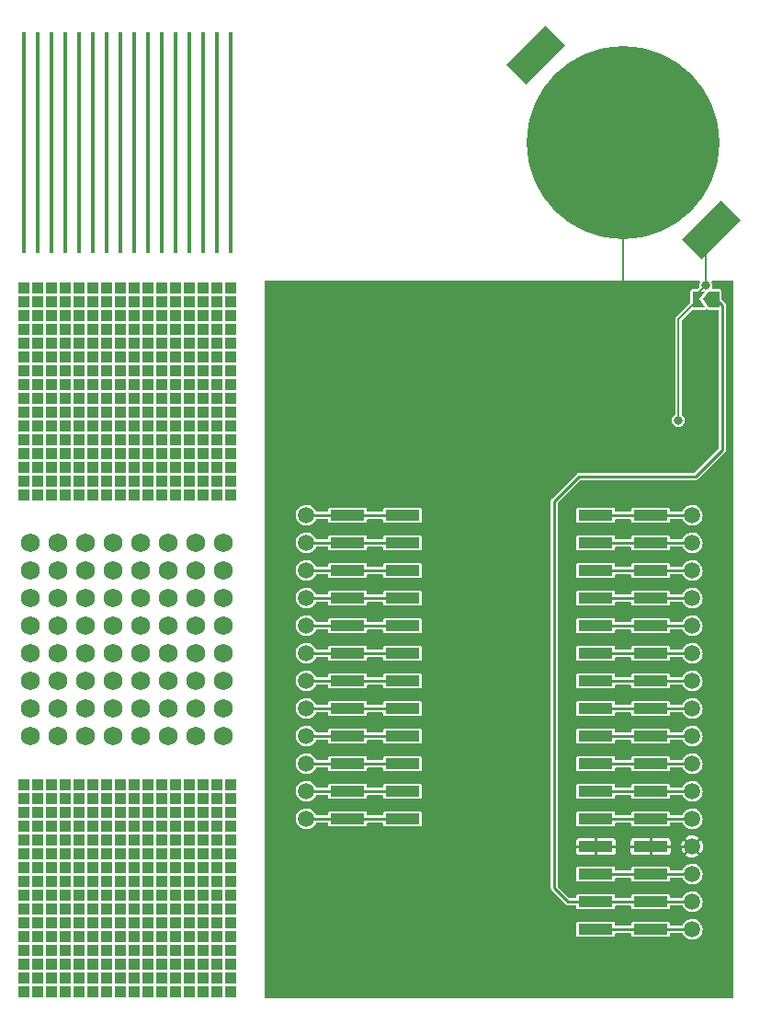
<source format=gbl>
G04 #@! TF.GenerationSoftware,KiCad,Pcbnew,(5.99.0-3771-g88a11f15e)*
G04 #@! TF.CreationDate,2020-10-05T20:50:06+02:00*
G04 #@! TF.ProjectId,remoticon_badge,72656d6f-7469-4636-9f6e-5f6261646765,rev?*
G04 #@! TF.SameCoordinates,PX3072580PY307257e*
G04 #@! TF.FileFunction,Copper,L2,Bot*
G04 #@! TF.FilePolarity,Positive*
%FSLAX46Y46*%
G04 Gerber Fmt 4.6, Leading zero omitted, Abs format (unit mm)*
G04 Created by KiCad (PCBNEW (5.99.0-3771-g88a11f15e)) date 2020-10-05 20:50:06*
%MOMM*%
%LPD*%
G01*
G04 APERTURE LIST*
G04 Aperture macros list*
%AMRotRect*
0 Rectangle, with rotation*
0 The origin of the aperture is its center*
0 $1 length*
0 $2 width*
0 $3 Rotation angle, in degrees counterclockwise*
0 Add horizontal line*
21,1,$1,$2,0,0,$3*%
G04 Aperture macros list end*
G04 #@! TA.AperFunction,ComponentPad*
%ADD10C,1.727200*%
G04 #@! TD*
G04 #@! TA.AperFunction,SMDPad,CuDef*
%ADD11R,1.016000X1.016000*%
G04 #@! TD*
G04 #@! TA.AperFunction,SMDPad,CuDef*
%ADD12C,1.500000*%
G04 #@! TD*
G04 #@! TA.AperFunction,SMDPad,CuDef*
%ADD13R,0.400000X20.320000*%
G04 #@! TD*
G04 #@! TA.AperFunction,SMDPad,CuDef*
%ADD14R,3.150000X1.000000*%
G04 #@! TD*
G04 #@! TA.AperFunction,SMDPad,CuDef*
%ADD15RotRect,2.540000X5.080000X315.000000*%
G04 #@! TD*
G04 #@! TA.AperFunction,SMDPad,CuDef*
%ADD16C,17.780000*%
G04 #@! TD*
G04 #@! TA.AperFunction,ViaPad*
%ADD17C,0.800000*%
G04 #@! TD*
G04 #@! TA.AperFunction,Conductor*
%ADD18C,0.203200*%
G04 #@! TD*
G04 #@! TA.AperFunction,Conductor*
%ADD19C,0.250000*%
G04 #@! TD*
G04 APERTURE END LIST*
D10*
G04 #@! TO.P,REF\u002A\u002A,1*
G04 #@! TO.N,N/C*
X8890000Y-74930000D03*
G04 #@! TD*
G04 #@! TO.P,REF\u002A\u002A,1*
G04 #@! TO.N,N/C*
X13970000Y-77470000D03*
G04 #@! TD*
G04 #@! TO.P,REF\u002A\u002A,1*
G04 #@! TO.N,N/C*
X16510000Y-87630000D03*
G04 #@! TD*
G04 #@! TO.P,REF\u002A\u002A,1*
G04 #@! TO.N,N/C*
X19050000Y-87630000D03*
G04 #@! TD*
G04 #@! TO.P,REF\u002A\u002A,1*
G04 #@! TO.N,N/C*
X3810000Y-85090000D03*
G04 #@! TD*
G04 #@! TO.P,REF\u002A\u002A,1*
G04 #@! TO.N,N/C*
X21590000Y-72390000D03*
G04 #@! TD*
G04 #@! TO.P,REF\u002A\u002A,1*
G04 #@! TO.N,N/C*
X3810000Y-74930000D03*
G04 #@! TD*
G04 #@! TO.P,REF\u002A\u002A,1*
G04 #@! TO.N,N/C*
X13970000Y-74930000D03*
G04 #@! TD*
G04 #@! TO.P,REF\u002A\u002A,1*
G04 #@! TO.N,N/C*
X16510000Y-90170000D03*
G04 #@! TD*
G04 #@! TO.P,REF\u002A\u002A,1*
G04 #@! TO.N,N/C*
X11430000Y-74930000D03*
G04 #@! TD*
G04 #@! TO.P,REF\u002A\u002A,1*
G04 #@! TO.N,N/C*
X8890000Y-85090000D03*
G04 #@! TD*
G04 #@! TO.P,REF\u002A\u002A,1*
G04 #@! TO.N,N/C*
X8890000Y-77470000D03*
G04 #@! TD*
G04 #@! TO.P,REF\u002A\u002A,1*
G04 #@! TO.N,N/C*
X3810000Y-80010000D03*
G04 #@! TD*
G04 #@! TO.P,REF\u002A\u002A,1*
G04 #@! TO.N,N/C*
X6350000Y-85090000D03*
G04 #@! TD*
G04 #@! TO.P,REF\u002A\u002A,1*
G04 #@! TO.N,N/C*
X16510000Y-72390000D03*
G04 #@! TD*
G04 #@! TO.P,REF\u002A\u002A,1*
G04 #@! TO.N,N/C*
X3810000Y-90170000D03*
G04 #@! TD*
G04 #@! TO.P,REF\u002A\u002A,1*
G04 #@! TO.N,N/C*
X16510000Y-85090000D03*
G04 #@! TD*
G04 #@! TO.P,REF\u002A\u002A,1*
G04 #@! TO.N,N/C*
X6350000Y-77470000D03*
G04 #@! TD*
G04 #@! TO.P,REF\u002A\u002A,1*
G04 #@! TO.N,N/C*
X8890000Y-80010000D03*
G04 #@! TD*
G04 #@! TO.P,REF\u002A\u002A,1*
G04 #@! TO.N,N/C*
X19050000Y-82550000D03*
G04 #@! TD*
G04 #@! TO.P,REF\u002A\u002A,1*
G04 #@! TO.N,N/C*
X6350000Y-87630000D03*
G04 #@! TD*
G04 #@! TO.P,REF\u002A\u002A,1*
G04 #@! TO.N,N/C*
X21590000Y-87630000D03*
G04 #@! TD*
G04 #@! TO.P,REF\u002A\u002A,1*
G04 #@! TO.N,N/C*
X21590000Y-74930000D03*
G04 #@! TD*
G04 #@! TO.P,REF\u002A\u002A,1*
G04 #@! TO.N,N/C*
X3810000Y-77470000D03*
G04 #@! TD*
G04 #@! TO.P,REF\u002A\u002A,1*
G04 #@! TO.N,N/C*
X21590000Y-85090000D03*
G04 #@! TD*
G04 #@! TO.P,REF\u002A\u002A,1*
G04 #@! TO.N,N/C*
X16510000Y-80010000D03*
G04 #@! TD*
G04 #@! TO.P,REF\u002A\u002A,1*
G04 #@! TO.N,N/C*
X16510000Y-74930000D03*
G04 #@! TD*
G04 #@! TO.P,REF\u002A\u002A,1*
G04 #@! TO.N,N/C*
X19050000Y-77470000D03*
G04 #@! TD*
G04 #@! TO.P,REF\u002A\u002A,1*
G04 #@! TO.N,N/C*
X11430000Y-77470000D03*
G04 #@! TD*
G04 #@! TO.P,REF\u002A\u002A,1*
G04 #@! TO.N,N/C*
X6350000Y-72390000D03*
G04 #@! TD*
G04 #@! TO.P,REF\u002A\u002A,1*
G04 #@! TO.N,N/C*
X16510000Y-77470000D03*
G04 #@! TD*
G04 #@! TO.P,REF\u002A\u002A,1*
G04 #@! TO.N,N/C*
X3810000Y-72390000D03*
G04 #@! TD*
G04 #@! TO.P,REF\u002A\u002A,1*
G04 #@! TO.N,N/C*
X11430000Y-85090000D03*
G04 #@! TD*
G04 #@! TO.P,REF\u002A\u002A,1*
G04 #@! TO.N,N/C*
X21590000Y-90170000D03*
G04 #@! TD*
G04 #@! TO.P,REF\u002A\u002A,1*
G04 #@! TO.N,N/C*
X19050000Y-85090000D03*
G04 #@! TD*
G04 #@! TO.P,REF\u002A\u002A,1*
G04 #@! TO.N,N/C*
X8890000Y-87630000D03*
G04 #@! TD*
G04 #@! TO.P,REF\u002A\u002A,1*
G04 #@! TO.N,N/C*
X21590000Y-82550000D03*
G04 #@! TD*
G04 #@! TO.P,REF\u002A\u002A,1*
G04 #@! TO.N,N/C*
X16510000Y-82550000D03*
G04 #@! TD*
G04 #@! TO.P,REF\u002A\u002A,1*
G04 #@! TO.N,N/C*
X8890000Y-72390000D03*
G04 #@! TD*
G04 #@! TO.P,REF\u002A\u002A,1*
G04 #@! TO.N,N/C*
X13970000Y-82550000D03*
G04 #@! TD*
G04 #@! TO.P,REF\u002A\u002A,1*
G04 #@! TO.N,N/C*
X21590000Y-77470000D03*
G04 #@! TD*
G04 #@! TO.P,REF\u002A\u002A,1*
G04 #@! TO.N,N/C*
X8890000Y-82550000D03*
G04 #@! TD*
G04 #@! TO.P,REF\u002A\u002A,1*
G04 #@! TO.N,N/C*
X6350000Y-82550000D03*
G04 #@! TD*
G04 #@! TO.P,REF\u002A\u002A,1*
G04 #@! TO.N,N/C*
X3810000Y-82550000D03*
G04 #@! TD*
G04 #@! TO.P,REF\u002A\u002A,1*
G04 #@! TO.N,N/C*
X19050000Y-74930000D03*
G04 #@! TD*
G04 #@! TO.P,REF\u002A\u002A,1*
G04 #@! TO.N,N/C*
X13970000Y-87630000D03*
G04 #@! TD*
G04 #@! TO.P,REF\u002A\u002A,1*
G04 #@! TO.N,N/C*
X11430000Y-87630000D03*
G04 #@! TD*
G04 #@! TO.P,REF\u002A\u002A,1*
G04 #@! TO.N,N/C*
X11430000Y-72390000D03*
G04 #@! TD*
G04 #@! TO.P,REF\u002A\u002A,1*
G04 #@! TO.N,N/C*
X13970000Y-90170000D03*
G04 #@! TD*
G04 #@! TO.P,REF\u002A\u002A,1*
G04 #@! TO.N,N/C*
X19050000Y-80010000D03*
G04 #@! TD*
G04 #@! TO.P,REF\u002A\u002A,1*
G04 #@! TO.N,N/C*
X6350000Y-90170000D03*
G04 #@! TD*
G04 #@! TO.P,REF\u002A\u002A,1*
G04 #@! TO.N,N/C*
X13970000Y-85090000D03*
G04 #@! TD*
G04 #@! TO.P,REF\u002A\u002A,1*
G04 #@! TO.N,N/C*
X6350000Y-80010000D03*
G04 #@! TD*
G04 #@! TO.P,REF\u002A\u002A,1*
G04 #@! TO.N,N/C*
X11430000Y-82550000D03*
G04 #@! TD*
G04 #@! TO.P,REF\u002A\u002A,1*
G04 #@! TO.N,N/C*
X21590000Y-80010000D03*
G04 #@! TD*
G04 #@! TO.P,REF\u002A\u002A,1*
G04 #@! TO.N,N/C*
X13970000Y-72390000D03*
G04 #@! TD*
G04 #@! TO.P,REF\u002A\u002A,1*
G04 #@! TO.N,N/C*
X19050000Y-90170000D03*
G04 #@! TD*
G04 #@! TO.P,REF\u002A\u002A,1*
G04 #@! TO.N,N/C*
X13970000Y-80010000D03*
G04 #@! TD*
G04 #@! TO.P,REF\u002A\u002A,1*
G04 #@! TO.N,N/C*
X8890000Y-90170000D03*
G04 #@! TD*
G04 #@! TO.P,REF\u002A\u002A,1*
G04 #@! TO.N,N/C*
X11430000Y-90170000D03*
G04 #@! TD*
G04 #@! TO.P,REF\u002A\u002A,1*
G04 #@! TO.N,N/C*
X6350000Y-74930000D03*
G04 #@! TD*
G04 #@! TO.P,REF\u002A\u002A,1*
G04 #@! TO.N,N/C*
X19050000Y-72390000D03*
G04 #@! TD*
G04 #@! TO.P,REF\u002A\u002A,1*
G04 #@! TO.N,N/C*
X3810000Y-87630000D03*
G04 #@! TD*
G04 #@! TO.P,REF\u002A\u002A,1*
G04 #@! TO.N,N/C*
X11430000Y-80010000D03*
G04 #@! TD*
D11*
G04 #@! TO.P,REF\u002A\u002A,1*
G04 #@! TO.N,N/C*
X12065000Y-66675000D03*
G04 #@! TD*
D12*
G04 #@! TO.P,TP6,1,1*
G04 #@! TO.N,/Feather wing/BAT*
X29210000Y-97790000D03*
G04 #@! TD*
D11*
G04 #@! TO.P,REF\u002A\u002A,1*
G04 #@! TO.N,N/C*
X8255000Y-104775000D03*
G04 #@! TD*
G04 #@! TO.P,REF\u002A\u002A,1*
G04 #@! TO.N,N/C*
X3175000Y-61595000D03*
G04 #@! TD*
G04 #@! TO.P,REF\u002A\u002A,1*
G04 #@! TO.N,N/C*
X5715000Y-111125000D03*
G04 #@! TD*
G04 #@! TO.P,REF\u002A\u002A,1*
G04 #@! TO.N,N/C*
X19685000Y-55245000D03*
G04 #@! TD*
G04 #@! TO.P,REF\u002A\u002A,1*
G04 #@! TO.N,N/C*
X9525000Y-97155000D03*
G04 #@! TD*
G04 #@! TO.P,REF\u002A\u002A,1*
G04 #@! TO.N,N/C*
X12065000Y-102235000D03*
G04 #@! TD*
G04 #@! TO.P,REF\u002A\u002A,1*
G04 #@! TO.N,N/C*
X14605000Y-106045000D03*
G04 #@! TD*
G04 #@! TO.P,REF\u002A\u002A,1*
G04 #@! TO.N,N/C*
X10795000Y-95885000D03*
G04 #@! TD*
G04 #@! TO.P,REF\u002A\u002A,1*
G04 #@! TO.N,N/C*
X8255000Y-98425000D03*
G04 #@! TD*
G04 #@! TO.P,REF\u002A\u002A,1*
G04 #@! TO.N,N/C*
X3175000Y-53975000D03*
G04 #@! TD*
G04 #@! TO.P,REF\u002A\u002A,1*
G04 #@! TO.N,N/C*
X17145000Y-104775000D03*
G04 #@! TD*
G04 #@! TO.P,REF\u002A\u002A,1*
G04 #@! TO.N,N/C*
X4445000Y-103505000D03*
G04 #@! TD*
G04 #@! TO.P,REF\u002A\u002A,1*
G04 #@! TO.N,N/C*
X10795000Y-64135000D03*
G04 #@! TD*
G04 #@! TO.P,REF\u002A\u002A,1*
G04 #@! TO.N,N/C*
X9525000Y-61595000D03*
G04 #@! TD*
G04 #@! TO.P,REF\u002A\u002A,1*
G04 #@! TO.N,N/C*
X19685000Y-107315000D03*
G04 #@! TD*
D12*
G04 #@! TO.P,TP3,1,1*
G04 #@! TO.N,/Feather wing/Aref*
X64770000Y-102870000D03*
G04 #@! TD*
D11*
G04 #@! TO.P,REF\u002A\u002A,1*
G04 #@! TO.N,N/C*
X6985000Y-104775000D03*
G04 #@! TD*
G04 #@! TO.P,REF\u002A\u002A,1*
G04 #@! TO.N,N/C*
X8255000Y-57785000D03*
G04 #@! TD*
G04 #@! TO.P,REF\u002A\u002A,1*
G04 #@! TO.N,N/C*
X10795000Y-108585000D03*
G04 #@! TD*
G04 #@! TO.P,REF\u002A\u002A,1*
G04 #@! TO.N,N/C*
X3175000Y-48895000D03*
G04 #@! TD*
G04 #@! TO.P,REF\u002A\u002A,1*
G04 #@! TO.N,N/C*
X22225000Y-94615000D03*
G04 #@! TD*
G04 #@! TO.P,REF\u002A\u002A,1*
G04 #@! TO.N,N/C*
X18415000Y-61595000D03*
G04 #@! TD*
G04 #@! TO.P,REF\u002A\u002A,1*
G04 #@! TO.N,N/C*
X3175000Y-112395000D03*
G04 #@! TD*
D12*
G04 #@! TO.P,TP15,1,1*
G04 #@! TO.N,/Feather wing/A5*
X64770000Y-85090000D03*
G04 #@! TD*
D11*
G04 #@! TO.P,REF\u002A\u002A,1*
G04 #@! TO.N,N/C*
X5715000Y-51435000D03*
G04 #@! TD*
G04 #@! TO.P,REF\u002A\u002A,1*
G04 #@! TO.N,N/C*
X15875000Y-51435000D03*
G04 #@! TD*
G04 #@! TO.P,REF\u002A\u002A,1*
G04 #@! TO.N,N/C*
X6985000Y-113665000D03*
G04 #@! TD*
G04 #@! TO.P,REF\u002A\u002A,1*
G04 #@! TO.N,N/C*
X10795000Y-61595000D03*
G04 #@! TD*
G04 #@! TO.P,REF\u002A\u002A,1*
G04 #@! TO.N,N/C*
X15875000Y-52705000D03*
G04 #@! TD*
G04 #@! TO.P,REF\u002A\u002A,1*
G04 #@! TO.N,N/C*
X18415000Y-94615000D03*
G04 #@! TD*
G04 #@! TO.P,REF\u002A\u002A,1*
G04 #@! TO.N,N/C*
X4445000Y-113665000D03*
G04 #@! TD*
G04 #@! TO.P,REF\u002A\u002A,1*
G04 #@! TO.N,N/C*
X10795000Y-62865000D03*
G04 #@! TD*
G04 #@! TO.P,REF\u002A\u002A,1*
G04 #@! TO.N,N/C*
X15875000Y-104775000D03*
G04 #@! TD*
G04 #@! TO.P,REF\u002A\u002A,1*
G04 #@! TO.N,N/C*
X13335000Y-59055000D03*
G04 #@! TD*
G04 #@! TO.P,REF\u002A\u002A,1*
G04 #@! TO.N,N/C*
X14605000Y-60325000D03*
G04 #@! TD*
G04 #@! TO.P,REF\u002A\u002A,1*
G04 #@! TO.N,N/C*
X10795000Y-98425000D03*
G04 #@! TD*
G04 #@! TO.P,REF\u002A\u002A,1*
G04 #@! TO.N,N/C*
X19685000Y-94615000D03*
G04 #@! TD*
G04 #@! TO.P,REF\u002A\u002A,1*
G04 #@! TO.N,N/C*
X12065000Y-50165000D03*
G04 #@! TD*
G04 #@! TO.P,REF\u002A\u002A,1*
G04 #@! TO.N,N/C*
X3175000Y-67945000D03*
G04 #@! TD*
G04 #@! TO.P,REF\u002A\u002A,1*
G04 #@! TO.N,N/C*
X9525000Y-51435000D03*
G04 #@! TD*
G04 #@! TO.P,REF\u002A\u002A,1*
G04 #@! TO.N,N/C*
X19685000Y-106045000D03*
G04 #@! TD*
G04 #@! TO.P,REF\u002A\u002A,1*
G04 #@! TO.N,N/C*
X18415000Y-62865000D03*
G04 #@! TD*
D13*
G04 #@! TO.P,REF\u002A\u002A,1*
G04 #@! TO.N,N/C*
X12065000Y-35560000D03*
G04 #@! TD*
D11*
G04 #@! TO.P,REF\u002A\u002A,1*
G04 #@! TO.N,N/C*
X13335000Y-106045000D03*
G04 #@! TD*
G04 #@! TO.P,REF\u002A\u002A,1*
G04 #@! TO.N,N/C*
X10795000Y-112395000D03*
G04 #@! TD*
G04 #@! TO.P,REF\u002A\u002A,1*
G04 #@! TO.N,N/C*
X18415000Y-59055000D03*
G04 #@! TD*
G04 #@! TO.P,REF\u002A\u002A,1*
G04 #@! TO.N,N/C*
X18415000Y-102235000D03*
G04 #@! TD*
G04 #@! TO.P,REF\u002A\u002A,1*
G04 #@! TO.N,N/C*
X6985000Y-59055000D03*
G04 #@! TD*
D13*
G04 #@! TO.P,REF\u002A\u002A,1*
G04 #@! TO.N,N/C*
X20955000Y-35560000D03*
G04 #@! TD*
D11*
G04 #@! TO.P,REF\u002A\u002A,1*
G04 #@! TO.N,N/C*
X8255000Y-64135000D03*
G04 #@! TD*
G04 #@! TO.P,REF\u002A\u002A,1*
G04 #@! TO.N,N/C*
X8255000Y-94615000D03*
G04 #@! TD*
G04 #@! TO.P,REF\u002A\u002A,1*
G04 #@! TO.N,N/C*
X6985000Y-112395000D03*
G04 #@! TD*
G04 #@! TO.P,REF\u002A\u002A,1*
G04 #@! TO.N,N/C*
X17145000Y-64135000D03*
G04 #@! TD*
G04 #@! TO.P,REF\u002A\u002A,1*
G04 #@! TO.N,N/C*
X12065000Y-98425000D03*
G04 #@! TD*
D12*
G04 #@! TO.P,TP9,1,1*
G04 #@! TO.N,/Feather wing/A2*
X64770000Y-92710000D03*
G04 #@! TD*
D11*
G04 #@! TO.P,REF\u002A\u002A,1*
G04 #@! TO.N,N/C*
X3175000Y-103505000D03*
G04 #@! TD*
G04 #@! TO.P,REF\u002A\u002A,1*
G04 #@! TO.N,N/C*
X5715000Y-52705000D03*
G04 #@! TD*
G04 #@! TO.P,REF\u002A\u002A,1*
G04 #@! TO.N,N/C*
X22225000Y-64135000D03*
G04 #@! TD*
G04 #@! TO.P,REF\u002A\u002A,1*
G04 #@! TO.N,N/C*
X13335000Y-65405000D03*
G04 #@! TD*
G04 #@! TO.P,REF\u002A\u002A,1*
G04 #@! TO.N,N/C*
X9525000Y-107315000D03*
G04 #@! TD*
G04 #@! TO.P,REF\u002A\u002A,1*
G04 #@! TO.N,N/C*
X10795000Y-107315000D03*
G04 #@! TD*
G04 #@! TO.P,REF\u002A\u002A,1*
G04 #@! TO.N,N/C*
X9525000Y-57785000D03*
G04 #@! TD*
G04 #@! TO.P,REF\u002A\u002A,1*
G04 #@! TO.N,N/C*
X4445000Y-57785000D03*
G04 #@! TD*
G04 #@! TO.P,REF\u002A\u002A,1*
G04 #@! TO.N,N/C*
X8255000Y-48895000D03*
G04 #@! TD*
G04 #@! TO.P,REF\u002A\u002A,1*
G04 #@! TO.N,N/C*
X4445000Y-53975000D03*
G04 #@! TD*
G04 #@! TO.P,REF\u002A\u002A,1*
G04 #@! TO.N,N/C*
X10795000Y-67945000D03*
G04 #@! TD*
G04 #@! TO.P,REF\u002A\u002A,1*
G04 #@! TO.N,N/C*
X9525000Y-94615000D03*
G04 #@! TD*
G04 #@! TO.P,REF\u002A\u002A,1*
G04 #@! TO.N,N/C*
X20955000Y-48895000D03*
G04 #@! TD*
G04 #@! TO.P,REF\u002A\u002A,1*
G04 #@! TO.N,N/C*
X8255000Y-65405000D03*
G04 #@! TD*
G04 #@! TO.P,REF\u002A\u002A,1*
G04 #@! TO.N,N/C*
X5715000Y-108585000D03*
G04 #@! TD*
G04 #@! TO.P,REF\u002A\u002A,1*
G04 #@! TO.N,N/C*
X12065000Y-106045000D03*
G04 #@! TD*
G04 #@! TO.P,REF\u002A\u002A,1*
G04 #@! TO.N,N/C*
X17145000Y-59055000D03*
G04 #@! TD*
D12*
G04 #@! TO.P,TP10,1,1*
G04 #@! TO.N,/Feather wing/USB*
X29210000Y-92710000D03*
G04 #@! TD*
D11*
G04 #@! TO.P,REF\u002A\u002A,1*
G04 #@! TO.N,N/C*
X15875000Y-50165000D03*
G04 #@! TD*
G04 #@! TO.P,REF\u002A\u002A,1*
G04 #@! TO.N,N/C*
X14605000Y-102235000D03*
G04 #@! TD*
G04 #@! TO.P,REF\u002A\u002A,1*
G04 #@! TO.N,N/C*
X9525000Y-48895000D03*
G04 #@! TD*
G04 #@! TO.P,REF\u002A\u002A,1*
G04 #@! TO.N,N/C*
X5715000Y-56515000D03*
G04 #@! TD*
G04 #@! TO.P,REF\u002A\u002A,1*
G04 #@! TO.N,N/C*
X8255000Y-102235000D03*
G04 #@! TD*
G04 #@! TO.P,REF\u002A\u002A,1*
G04 #@! TO.N,N/C*
X15875000Y-107315000D03*
G04 #@! TD*
G04 #@! TO.P,REF\u002A\u002A,1*
G04 #@! TO.N,N/C*
X18415000Y-100965000D03*
G04 #@! TD*
G04 #@! TO.P,REF\u002A\u002A,1*
G04 #@! TO.N,N/C*
X6985000Y-50165000D03*
G04 #@! TD*
G04 #@! TO.P,REF\u002A\u002A,1*
G04 #@! TO.N,N/C*
X5715000Y-48895000D03*
G04 #@! TD*
G04 #@! TO.P,REF\u002A\u002A,1*
G04 #@! TO.N,N/C*
X15875000Y-57785000D03*
G04 #@! TD*
G04 #@! TO.P,REF\u002A\u002A,1*
G04 #@! TO.N,N/C*
X14605000Y-64135000D03*
G04 #@! TD*
G04 #@! TO.P,REF\u002A\u002A,1*
G04 #@! TO.N,N/C*
X4445000Y-51435000D03*
G04 #@! TD*
G04 #@! TO.P,REF\u002A\u002A,1*
G04 #@! TO.N,N/C*
X6985000Y-100965000D03*
G04 #@! TD*
G04 #@! TO.P,REF\u002A\u002A,1*
G04 #@! TO.N,N/C*
X3175000Y-65405000D03*
G04 #@! TD*
G04 #@! TO.P,REF\u002A\u002A,1*
G04 #@! TO.N,N/C*
X13335000Y-103505000D03*
G04 #@! TD*
G04 #@! TO.P,REF\u002A\u002A,1*
G04 #@! TO.N,N/C*
X6985000Y-102235000D03*
G04 #@! TD*
G04 #@! TO.P,REF\u002A\u002A,1*
G04 #@! TO.N,N/C*
X10795000Y-100965000D03*
G04 #@! TD*
G04 #@! TO.P,REF\u002A\u002A,1*
G04 #@! TO.N,N/C*
X5715000Y-97155000D03*
G04 #@! TD*
G04 #@! TO.P,REF\u002A\u002A,1*
G04 #@! TO.N,N/C*
X20955000Y-100965000D03*
G04 #@! TD*
G04 #@! TO.P,REF\u002A\u002A,1*
G04 #@! TO.N,N/C*
X22225000Y-106045000D03*
G04 #@! TD*
G04 #@! TO.P,REF\u002A\u002A,1*
G04 #@! TO.N,N/C*
X20955000Y-52705000D03*
G04 #@! TD*
G04 #@! TO.P,REF\u002A\u002A,1*
G04 #@! TO.N,N/C*
X17145000Y-98425000D03*
G04 #@! TD*
G04 #@! TO.P,REF\u002A\u002A,1*
G04 #@! TO.N,N/C*
X9525000Y-108585000D03*
G04 #@! TD*
G04 #@! TO.P,REF\u002A\u002A,1*
G04 #@! TO.N,N/C*
X22225000Y-48895000D03*
G04 #@! TD*
G04 #@! TO.P,REF\u002A\u002A,1*
G04 #@! TO.N,N/C*
X22225000Y-67945000D03*
G04 #@! TD*
G04 #@! TO.P,REF\u002A\u002A,1*
G04 #@! TO.N,N/C*
X19685000Y-100965000D03*
G04 #@! TD*
D13*
G04 #@! TO.P,REF\u002A\u002A,1*
G04 #@! TO.N,N/C*
X13335000Y-35560000D03*
G04 #@! TD*
D11*
G04 #@! TO.P,REF\u002A\u002A,1*
G04 #@! TO.N,N/C*
X19685000Y-52705000D03*
G04 #@! TD*
G04 #@! TO.P,REF\u002A\u002A,1*
G04 #@! TO.N,N/C*
X20955000Y-112395000D03*
G04 #@! TD*
G04 #@! TO.P,REF\u002A\u002A,1*
G04 #@! TO.N,N/C*
X13335000Y-61595000D03*
G04 #@! TD*
G04 #@! TO.P,REF\u002A\u002A,1*
G04 #@! TO.N,N/C*
X6985000Y-67945000D03*
G04 #@! TD*
G04 #@! TO.P,REF\u002A\u002A,1*
G04 #@! TO.N,N/C*
X12065000Y-59055000D03*
G04 #@! TD*
G04 #@! TO.P,REF\u002A\u002A,1*
G04 #@! TO.N,N/C*
X10795000Y-65405000D03*
G04 #@! TD*
G04 #@! TO.P,REF\u002A\u002A,1*
G04 #@! TO.N,N/C*
X9525000Y-99695000D03*
G04 #@! TD*
G04 #@! TO.P,REF\u002A\u002A,1*
G04 #@! TO.N,N/C*
X15875000Y-109855000D03*
G04 #@! TD*
G04 #@! TO.P,REF\u002A\u002A,1*
G04 #@! TO.N,N/C*
X9525000Y-104775000D03*
G04 #@! TD*
G04 #@! TO.P,REF\u002A\u002A,1*
G04 #@! TO.N,N/C*
X4445000Y-107315000D03*
G04 #@! TD*
G04 #@! TO.P,REF\u002A\u002A,1*
G04 #@! TO.N,N/C*
X14605000Y-103505000D03*
G04 #@! TD*
G04 #@! TO.P,REF\u002A\u002A,1*
G04 #@! TO.N,N/C*
X5715000Y-67945000D03*
G04 #@! TD*
G04 #@! TO.P,REF\u002A\u002A,1*
G04 #@! TO.N,N/C*
X4445000Y-111125000D03*
G04 #@! TD*
D14*
G04 #@! TO.P,J1,1,Pin_1*
G04 #@! TO.N,/Feather wing/RST*
X55895000Y-107950000D03*
G04 #@! TO.P,J1,2,Pin_2*
X60945000Y-107950000D03*
G04 #@! TO.P,J1,3,Pin_3*
G04 #@! TO.N,+3V3*
X55895000Y-105410000D03*
G04 #@! TO.P,J1,4,Pin_4*
X60945000Y-105410000D03*
G04 #@! TO.P,J1,5,Pin_5*
G04 #@! TO.N,/Feather wing/Aref*
X55895000Y-102870000D03*
G04 #@! TO.P,J1,6,Pin_6*
X60945000Y-102870000D03*
G04 #@! TO.P,J1,7,Pin_7*
G04 #@! TO.N,GND*
X55895000Y-100330000D03*
G04 #@! TO.P,J1,8,Pin_8*
X60945000Y-100330000D03*
G04 #@! TO.P,J1,9,Pin_9*
G04 #@! TO.N,/Feather wing/A0*
X55895000Y-97790000D03*
G04 #@! TO.P,J1,10,Pin_10*
X60945000Y-97790000D03*
G04 #@! TO.P,J1,11,Pin_11*
G04 #@! TO.N,/Feather wing/A1*
X55895000Y-95250000D03*
G04 #@! TO.P,J1,12,Pin_12*
X60945000Y-95250000D03*
G04 #@! TO.P,J1,13,Pin_13*
G04 #@! TO.N,/Feather wing/A2*
X55895000Y-92710000D03*
G04 #@! TO.P,J1,14,Pin_14*
X60945000Y-92710000D03*
G04 #@! TO.P,J1,15,Pin_15*
G04 #@! TO.N,/Feather wing/A3*
X55895000Y-90170000D03*
G04 #@! TO.P,J1,16,Pin_16*
X60945000Y-90170000D03*
G04 #@! TO.P,J1,17,Pin_17*
G04 #@! TO.N,/Feather wing/A4*
X55895000Y-87630000D03*
G04 #@! TO.P,J1,18,Pin_18*
X60945000Y-87630000D03*
G04 #@! TO.P,J1,19,Pin_19*
G04 #@! TO.N,/Feather wing/A5*
X55895000Y-85090000D03*
G04 #@! TO.P,J1,20,Pin_20*
X60945000Y-85090000D03*
G04 #@! TO.P,J1,21,Pin_21*
G04 #@! TO.N,/Feather wing/SCK*
X55895000Y-82550000D03*
G04 #@! TO.P,J1,22,Pin_22*
X60945000Y-82550000D03*
G04 #@! TO.P,J1,23,Pin_23*
G04 #@! TO.N,/Feather wing/MOSI*
X55895000Y-80010000D03*
G04 #@! TO.P,J1,24,Pin_24*
X60945000Y-80010000D03*
G04 #@! TO.P,J1,25,Pin_25*
G04 #@! TO.N,/Feather wing/MISO*
X55895000Y-77470000D03*
G04 #@! TO.P,J1,26,Pin_26*
X60945000Y-77470000D03*
G04 #@! TO.P,J1,27,Pin_27*
G04 #@! TO.N,/Feather wing/0*
X55895000Y-74930000D03*
G04 #@! TO.P,J1,28,Pin_28*
X60945000Y-74930000D03*
G04 #@! TO.P,J1,29,Pin_29*
G04 #@! TO.N,/Feather wing/1*
X55895000Y-72390000D03*
G04 #@! TO.P,J1,30,Pin_30*
X60945000Y-72390000D03*
G04 #@! TO.P,J1,31,Pin_31*
G04 #@! TO.N,/Feather wing/KEY*
X55895000Y-69850000D03*
G04 #@! TO.P,J1,32,Pin_32*
X60945000Y-69850000D03*
G04 #@! TD*
D11*
G04 #@! TO.P,REF\u002A\u002A,1*
G04 #@! TO.N,N/C*
X5715000Y-66675000D03*
G04 #@! TD*
D12*
G04 #@! TO.P,TP16,1,1*
G04 #@! TO.N,/Feather wing/11*
X29210000Y-85090000D03*
G04 #@! TD*
D11*
G04 #@! TO.P,REF\u002A\u002A,1*
G04 #@! TO.N,N/C*
X5715000Y-61595000D03*
G04 #@! TD*
G04 #@! TO.P,REF\u002A\u002A,1*
G04 #@! TO.N,N/C*
X3175000Y-98425000D03*
G04 #@! TD*
G04 #@! TO.P,REF\u002A\u002A,1*
G04 #@! TO.N,N/C*
X4445000Y-48895000D03*
G04 #@! TD*
G04 #@! TO.P,REF\u002A\u002A,1*
G04 #@! TO.N,N/C*
X13335000Y-98425000D03*
G04 #@! TD*
G04 #@! TO.P,REF\u002A\u002A,1*
G04 #@! TO.N,N/C*
X6985000Y-61595000D03*
G04 #@! TD*
G04 #@! TO.P,REF\u002A\u002A,1*
G04 #@! TO.N,N/C*
X17145000Y-62865000D03*
G04 #@! TD*
G04 #@! TO.P,REF\u002A\u002A,1*
G04 #@! TO.N,N/C*
X8255000Y-108585000D03*
G04 #@! TD*
G04 #@! TO.P,REF\u002A\u002A,1*
G04 #@! TO.N,N/C*
X6985000Y-55245000D03*
G04 #@! TD*
G04 #@! TO.P,REF\u002A\u002A,1*
G04 #@! TO.N,N/C*
X10795000Y-111125000D03*
G04 #@! TD*
G04 #@! TO.P,REF\u002A\u002A,1*
G04 #@! TO.N,N/C*
X13335000Y-112395000D03*
G04 #@! TD*
G04 #@! TO.P,REF\u002A\u002A,1*
G04 #@! TO.N,N/C*
X22225000Y-65405000D03*
G04 #@! TD*
G04 #@! TO.P,REF\u002A\u002A,1*
G04 #@! TO.N,N/C*
X19685000Y-95885000D03*
G04 #@! TD*
G04 #@! TO.P,REF\u002A\u002A,1*
G04 #@! TO.N,N/C*
X12065000Y-52705000D03*
G04 #@! TD*
G04 #@! TO.P,REF\u002A\u002A,1*
G04 #@! TO.N,N/C*
X20955000Y-56515000D03*
G04 #@! TD*
G04 #@! TO.P,REF\u002A\u002A,1*
G04 #@! TO.N,N/C*
X4445000Y-104775000D03*
G04 #@! TD*
G04 #@! TO.P,REF\u002A\u002A,1*
G04 #@! TO.N,N/C*
X20955000Y-50165000D03*
G04 #@! TD*
G04 #@! TO.P,REF\u002A\u002A,1*
G04 #@! TO.N,N/C*
X18415000Y-66675000D03*
G04 #@! TD*
G04 #@! TO.P,REF\u002A\u002A,1*
G04 #@! TO.N,N/C*
X4445000Y-56515000D03*
G04 #@! TD*
G04 #@! TO.P,REF\u002A\u002A,1*
G04 #@! TO.N,N/C*
X20955000Y-108585000D03*
G04 #@! TD*
G04 #@! TO.P,REF\u002A\u002A,1*
G04 #@! TO.N,N/C*
X22225000Y-55245000D03*
G04 #@! TD*
G04 #@! TO.P,REF\u002A\u002A,1*
G04 #@! TO.N,N/C*
X10795000Y-106045000D03*
G04 #@! TD*
G04 #@! TO.P,REF\u002A\u002A,1*
G04 #@! TO.N,N/C*
X14605000Y-51435000D03*
G04 #@! TD*
G04 #@! TO.P,REF\u002A\u002A,1*
G04 #@! TO.N,N/C*
X12065000Y-65405000D03*
G04 #@! TD*
G04 #@! TO.P,REF\u002A\u002A,1*
G04 #@! TO.N,N/C*
X15875000Y-98425000D03*
G04 #@! TD*
G04 #@! TO.P,REF\u002A\u002A,1*
G04 #@! TO.N,N/C*
X18415000Y-50165000D03*
G04 #@! TD*
G04 #@! TO.P,REF\u002A\u002A,1*
G04 #@! TO.N,N/C*
X8255000Y-53975000D03*
G04 #@! TD*
G04 #@! TO.P,REF\u002A\u002A,1*
G04 #@! TO.N,N/C*
X6985000Y-66675000D03*
G04 #@! TD*
D13*
G04 #@! TO.P,REF\u002A\u002A,1*
G04 #@! TO.N,N/C*
X14605000Y-35560000D03*
G04 #@! TD*
D11*
G04 #@! TO.P,REF\u002A\u002A,1*
G04 #@! TO.N,N/C*
X14605000Y-57785000D03*
G04 #@! TD*
G04 #@! TO.P,REF\u002A\u002A,1*
G04 #@! TO.N,N/C*
X12065000Y-62865000D03*
G04 #@! TD*
D13*
G04 #@! TO.P,REF\u002A\u002A,1*
G04 #@! TO.N,N/C*
X17145000Y-35560000D03*
G04 #@! TD*
D11*
G04 #@! TO.P,REF\u002A\u002A,1*
G04 #@! TO.N,N/C*
X5715000Y-95885000D03*
G04 #@! TD*
G04 #@! TO.P,REF\u002A\u002A,1*
G04 #@! TO.N,N/C*
X17145000Y-95885000D03*
G04 #@! TD*
G04 #@! TO.P,REF\u002A\u002A,1*
G04 #@! TO.N,N/C*
X13335000Y-111125000D03*
G04 #@! TD*
G04 #@! TO.P,REF\u002A\u002A,1*
G04 #@! TO.N,N/C*
X19685000Y-50165000D03*
G04 #@! TD*
G04 #@! TO.P,REF\u002A\u002A,1*
G04 #@! TO.N,N/C*
X20955000Y-60325000D03*
G04 #@! TD*
G04 #@! TO.P,REF\u002A\u002A,1*
G04 #@! TO.N,N/C*
X22225000Y-113665000D03*
G04 #@! TD*
D13*
G04 #@! TO.P,REF\u002A\u002A,1*
G04 #@! TO.N,N/C*
X5715000Y-35560000D03*
G04 #@! TD*
G04 #@! TO.P,REF\u002A\u002A,1*
G04 #@! TO.N,N/C*
X4445000Y-35560000D03*
G04 #@! TD*
D12*
G04 #@! TO.P,TP24,1,1*
G04 #@! TO.N,/Feather wing/5*
X29210000Y-74930000D03*
G04 #@! TD*
D13*
G04 #@! TO.P,REF\u002A\u002A,1*
G04 #@! TO.N,N/C*
X18415000Y-35560000D03*
G04 #@! TD*
D11*
G04 #@! TO.P,REF\u002A\u002A,1*
G04 #@! TO.N,N/C*
X15875000Y-65405000D03*
G04 #@! TD*
D12*
G04 #@! TO.P,TP22,1,1*
G04 #@! TO.N,/Feather wing/6*
X29210000Y-77470000D03*
G04 #@! TD*
D11*
G04 #@! TO.P,REF\u002A\u002A,1*
G04 #@! TO.N,N/C*
X20955000Y-53975000D03*
G04 #@! TD*
G04 #@! TO.P,REF\u002A\u002A,1*
G04 #@! TO.N,N/C*
X13335000Y-56515000D03*
G04 #@! TD*
G04 #@! TO.P,REF\u002A\u002A,1*
G04 #@! TO.N,N/C*
X19685000Y-97155000D03*
G04 #@! TD*
D12*
G04 #@! TO.P,TP13,1,1*
G04 #@! TO.N,/Feather wing/A4*
X64770000Y-87630000D03*
G04 #@! TD*
D11*
G04 #@! TO.P,REF\u002A\u002A,1*
G04 #@! TO.N,N/C*
X22225000Y-56515000D03*
G04 #@! TD*
G04 #@! TO.P,REF\u002A\u002A,1*
G04 #@! TO.N,N/C*
X18415000Y-98425000D03*
G04 #@! TD*
G04 #@! TO.P,REF\u002A\u002A,1*
G04 #@! TO.N,N/C*
X15875000Y-66675000D03*
G04 #@! TD*
G04 #@! TO.P,REF\u002A\u002A,1*
G04 #@! TO.N,N/C*
X14605000Y-61595000D03*
G04 #@! TD*
D12*
G04 #@! TO.P,TP17,1,1*
G04 #@! TO.N,/Feather wing/SCK*
X64770000Y-82550000D03*
G04 #@! TD*
D11*
G04 #@! TO.P,REF\u002A\u002A,1*
G04 #@! TO.N,N/C*
X14605000Y-109855000D03*
G04 #@! TD*
G04 #@! TO.P,REF\u002A\u002A,1*
G04 #@! TO.N,N/C*
X17145000Y-107315000D03*
G04 #@! TD*
G04 #@! TO.P,REF\u002A\u002A,1*
G04 #@! TO.N,N/C*
X19685000Y-67945000D03*
G04 #@! TD*
G04 #@! TO.P,REF\u002A\u002A,1*
G04 #@! TO.N,N/C*
X5715000Y-113665000D03*
G04 #@! TD*
G04 #@! TO.P,REF\u002A\u002A,1*
G04 #@! TO.N,N/C*
X20955000Y-61595000D03*
G04 #@! TD*
G04 #@! TO.P,REF\u002A\u002A,1*
G04 #@! TO.N,N/C*
X14605000Y-50165000D03*
G04 #@! TD*
G04 #@! TO.P,REF\u002A\u002A,1*
G04 #@! TO.N,N/C*
X18415000Y-111125000D03*
G04 #@! TD*
G04 #@! TO.P,REF\u002A\u002A,1*
G04 #@! TO.N,N/C*
X17145000Y-97155000D03*
G04 #@! TD*
G04 #@! TO.P,REF\u002A\u002A,1*
G04 #@! TO.N,N/C*
X14605000Y-95885000D03*
G04 #@! TD*
D15*
G04 #@! TO.P,BT1,1*
G04 #@! TO.N,+BATT*
X66502231Y-43642231D03*
X50337769Y-27477769D03*
D16*
G04 #@! TO.P,BT1,2*
G04 #@! TO.N,GND*
X58420000Y-35560000D03*
G04 #@! TD*
D11*
G04 #@! TO.P,REF\u002A\u002A,1*
G04 #@! TO.N,N/C*
X3175000Y-55245000D03*
G04 #@! TD*
G04 #@! TO.P,REF\u002A\u002A,1*
G04 #@! TO.N,N/C*
X8255000Y-56515000D03*
G04 #@! TD*
G04 #@! TO.P,REF\u002A\u002A,1*
G04 #@! TO.N,N/C*
X19685000Y-113665000D03*
G04 #@! TD*
G04 #@! TO.P,REF\u002A\u002A,1*
G04 #@! TO.N,N/C*
X9525000Y-50165000D03*
G04 #@! TD*
G04 #@! TA.AperFunction,SMDPad,CuDef*
G04 #@! TO.P,JP1,1,A*
G04 #@! TO.N,+3V3*
G36*
X65765000Y-49987200D02*
G01*
X66265001Y-49237200D01*
X67265000Y-49237201D01*
X67264999Y-50737200D01*
X66265000Y-50737199D01*
X65765000Y-49987200D01*
G37*
G04 #@! TD.AperFunction*
G04 #@! TA.AperFunction,SMDPad,CuDef*
G04 #@! TO.P,JP1,2,B*
G04 #@! TO.N,+BATT*
G36*
X64815001Y-49237200D02*
G01*
X65965000Y-49237201D01*
X65465000Y-49987200D01*
X65964999Y-50737200D01*
X64815000Y-50737199D01*
X64815001Y-49237200D01*
G37*
G04 #@! TD.AperFunction*
G04 #@! TD*
G04 #@! TO.P,REF\u002A\u002A,1*
G04 #@! TO.N,N/C*
X9525000Y-102235000D03*
G04 #@! TD*
G04 #@! TO.P,REF\u002A\u002A,1*
G04 #@! TO.N,N/C*
X12065000Y-53975000D03*
G04 #@! TD*
G04 #@! TO.P,REF\u002A\u002A,1*
G04 #@! TO.N,N/C*
X12065000Y-55245000D03*
G04 #@! TD*
G04 #@! TO.P,REF\u002A\u002A,1*
G04 #@! TO.N,N/C*
X3175000Y-108585000D03*
G04 #@! TD*
G04 #@! TO.P,REF\u002A\u002A,1*
G04 #@! TO.N,N/C*
X15875000Y-112395000D03*
G04 #@! TD*
G04 #@! TO.P,REF\u002A\u002A,1*
G04 #@! TO.N,N/C*
X10795000Y-56515000D03*
G04 #@! TD*
G04 #@! TO.P,REF\u002A\u002A,1*
G04 #@! TO.N,N/C*
X6985000Y-60325000D03*
G04 #@! TD*
G04 #@! TO.P,REF\u002A\u002A,1*
G04 #@! TO.N,N/C*
X9525000Y-113665000D03*
G04 #@! TD*
G04 #@! TO.P,REF\u002A\u002A,1*
G04 #@! TO.N,N/C*
X9525000Y-67945000D03*
G04 #@! TD*
G04 #@! TO.P,REF\u002A\u002A,1*
G04 #@! TO.N,N/C*
X14605000Y-98425000D03*
G04 #@! TD*
G04 #@! TO.P,REF\u002A\u002A,1*
G04 #@! TO.N,N/C*
X22225000Y-62865000D03*
G04 #@! TD*
D12*
G04 #@! TO.P,TP11,1,1*
G04 #@! TO.N,/Feather wing/A3*
X64770000Y-90170000D03*
G04 #@! TD*
D11*
G04 #@! TO.P,REF\u002A\u002A,1*
G04 #@! TO.N,N/C*
X18415000Y-112395000D03*
G04 #@! TD*
G04 #@! TO.P,REF\u002A\u002A,1*
G04 #@! TO.N,N/C*
X6985000Y-64135000D03*
G04 #@! TD*
G04 #@! TO.P,REF\u002A\u002A,1*
G04 #@! TO.N,N/C*
X9525000Y-62865000D03*
G04 #@! TD*
G04 #@! TO.P,REF\u002A\u002A,1*
G04 #@! TO.N,N/C*
X20955000Y-104775000D03*
G04 #@! TD*
G04 #@! TO.P,REF\u002A\u002A,1*
G04 #@! TO.N,N/C*
X19685000Y-51435000D03*
G04 #@! TD*
G04 #@! TO.P,REF\u002A\u002A,1*
G04 #@! TO.N,N/C*
X19685000Y-53975000D03*
G04 #@! TD*
G04 #@! TO.P,REF\u002A\u002A,1*
G04 #@! TO.N,N/C*
X12065000Y-48895000D03*
G04 #@! TD*
G04 #@! TO.P,REF\u002A\u002A,1*
G04 #@! TO.N,N/C*
X14605000Y-48895000D03*
G04 #@! TD*
G04 #@! TO.P,REF\u002A\u002A,1*
G04 #@! TO.N,N/C*
X4445000Y-64135000D03*
G04 #@! TD*
G04 #@! TO.P,REF\u002A\u002A,1*
G04 #@! TO.N,N/C*
X18415000Y-95885000D03*
G04 #@! TD*
G04 #@! TO.P,REF\u002A\u002A,1*
G04 #@! TO.N,N/C*
X12065000Y-60325000D03*
G04 #@! TD*
G04 #@! TO.P,REF\u002A\u002A,1*
G04 #@! TO.N,N/C*
X4445000Y-62865000D03*
G04 #@! TD*
G04 #@! TO.P,REF\u002A\u002A,1*
G04 #@! TO.N,N/C*
X12065000Y-104775000D03*
G04 #@! TD*
G04 #@! TO.P,REF\u002A\u002A,1*
G04 #@! TO.N,N/C*
X9525000Y-112395000D03*
G04 #@! TD*
G04 #@! TO.P,REF\u002A\u002A,1*
G04 #@! TO.N,N/C*
X12065000Y-108585000D03*
G04 #@! TD*
G04 #@! TO.P,REF\u002A\u002A,1*
G04 #@! TO.N,N/C*
X19685000Y-61595000D03*
G04 #@! TD*
G04 #@! TO.P,REF\u002A\u002A,1*
G04 #@! TO.N,N/C*
X20955000Y-66675000D03*
G04 #@! TD*
G04 #@! TO.P,REF\u002A\u002A,1*
G04 #@! TO.N,N/C*
X8255000Y-112395000D03*
G04 #@! TD*
G04 #@! TO.P,REF\u002A\u002A,1*
G04 #@! TO.N,N/C*
X8255000Y-52705000D03*
G04 #@! TD*
G04 #@! TO.P,REF\u002A\u002A,1*
G04 #@! TO.N,N/C*
X13335000Y-94615000D03*
G04 #@! TD*
D12*
G04 #@! TO.P,TP4,1,1*
G04 #@! TO.N,GND*
X64770000Y-100330000D03*
G04 #@! TD*
D11*
G04 #@! TO.P,REF\u002A\u002A,1*
G04 #@! TO.N,N/C*
X19685000Y-48895000D03*
G04 #@! TD*
G04 #@! TO.P,REF\u002A\u002A,1*
G04 #@! TO.N,N/C*
X22225000Y-108585000D03*
G04 #@! TD*
G04 #@! TO.P,REF\u002A\u002A,1*
G04 #@! TO.N,N/C*
X4445000Y-65405000D03*
G04 #@! TD*
G04 #@! TO.P,REF\u002A\u002A,1*
G04 #@! TO.N,N/C*
X17145000Y-55245000D03*
G04 #@! TD*
G04 #@! TO.P,REF\u002A\u002A,1*
G04 #@! TO.N,N/C*
X15875000Y-55245000D03*
G04 #@! TD*
G04 #@! TO.P,REF\u002A\u002A,1*
G04 #@! TO.N,N/C*
X12065000Y-111125000D03*
G04 #@! TD*
G04 #@! TO.P,REF\u002A\u002A,1*
G04 #@! TO.N,N/C*
X9525000Y-65405000D03*
G04 #@! TD*
G04 #@! TO.P,REF\u002A\u002A,1*
G04 #@! TO.N,N/C*
X18415000Y-67945000D03*
G04 #@! TD*
G04 #@! TO.P,REF\u002A\u002A,1*
G04 #@! TO.N,N/C*
X14605000Y-55245000D03*
G04 #@! TD*
G04 #@! TO.P,REF\u002A\u002A,1*
G04 #@! TO.N,N/C*
X18415000Y-104775000D03*
G04 #@! TD*
G04 #@! TO.P,REF\u002A\u002A,1*
G04 #@! TO.N,N/C*
X17145000Y-60325000D03*
G04 #@! TD*
G04 #@! TO.P,REF\u002A\u002A,1*
G04 #@! TO.N,N/C*
X8255000Y-55245000D03*
G04 #@! TD*
G04 #@! TO.P,REF\u002A\u002A,1*
G04 #@! TO.N,N/C*
X9525000Y-66675000D03*
G04 #@! TD*
D13*
G04 #@! TO.P,REF\u002A\u002A,1*
G04 #@! TO.N,N/C*
X15875000Y-35560000D03*
G04 #@! TD*
D11*
G04 #@! TO.P,REF\u002A\u002A,1*
G04 #@! TO.N,N/C*
X17145000Y-61595000D03*
G04 #@! TD*
G04 #@! TO.P,REF\u002A\u002A,1*
G04 #@! TO.N,N/C*
X9525000Y-111125000D03*
G04 #@! TD*
G04 #@! TO.P,REF\u002A\u002A,1*
G04 #@! TO.N,N/C*
X22225000Y-52705000D03*
G04 #@! TD*
G04 #@! TO.P,REF\u002A\u002A,1*
G04 #@! TO.N,N/C*
X20955000Y-98425000D03*
G04 #@! TD*
G04 #@! TO.P,REF\u002A\u002A,1*
G04 #@! TO.N,N/C*
X18415000Y-55245000D03*
G04 #@! TD*
G04 #@! TO.P,REF\u002A\u002A,1*
G04 #@! TO.N,N/C*
X3175000Y-60325000D03*
G04 #@! TD*
G04 #@! TO.P,REF\u002A\u002A,1*
G04 #@! TO.N,N/C*
X8255000Y-95885000D03*
G04 #@! TD*
D12*
G04 #@! TO.P,TP20,1,1*
G04 #@! TO.N,/Feather wing/9*
X29210000Y-80010000D03*
G04 #@! TD*
D11*
G04 #@! TO.P,REF\u002A\u002A,1*
G04 #@! TO.N,N/C*
X14605000Y-99695000D03*
G04 #@! TD*
G04 #@! TO.P,REF\u002A\u002A,1*
G04 #@! TO.N,N/C*
X15875000Y-62865000D03*
G04 #@! TD*
G04 #@! TO.P,REF\u002A\u002A,1*
G04 #@! TO.N,N/C*
X20955000Y-51435000D03*
G04 #@! TD*
G04 #@! TO.P,REF\u002A\u002A,1*
G04 #@! TO.N,N/C*
X13335000Y-102235000D03*
G04 #@! TD*
G04 #@! TO.P,REF\u002A\u002A,1*
G04 #@! TO.N,N/C*
X19685000Y-104775000D03*
G04 #@! TD*
G04 #@! TO.P,REF\u002A\u002A,1*
G04 #@! TO.N,N/C*
X13335000Y-53975000D03*
G04 #@! TD*
G04 #@! TO.P,REF\u002A\u002A,1*
G04 #@! TO.N,N/C*
X10795000Y-99695000D03*
G04 #@! TD*
G04 #@! TO.P,REF\u002A\u002A,1*
G04 #@! TO.N,N/C*
X14605000Y-59055000D03*
G04 #@! TD*
G04 #@! TO.P,REF\u002A\u002A,1*
G04 #@! TO.N,N/C*
X19685000Y-99695000D03*
G04 #@! TD*
G04 #@! TO.P,REF\u002A\u002A,1*
G04 #@! TO.N,N/C*
X15875000Y-61595000D03*
G04 #@! TD*
G04 #@! TO.P,REF\u002A\u002A,1*
G04 #@! TO.N,N/C*
X5715000Y-64135000D03*
G04 #@! TD*
G04 #@! TO.P,REF\u002A\u002A,1*
G04 #@! TO.N,N/C*
X13335000Y-97155000D03*
G04 #@! TD*
G04 #@! TO.P,REF\u002A\u002A,1*
G04 #@! TO.N,N/C*
X12065000Y-99695000D03*
G04 #@! TD*
G04 #@! TO.P,REF\u002A\u002A,1*
G04 #@! TO.N,N/C*
X15875000Y-100965000D03*
G04 #@! TD*
G04 #@! TO.P,REF\u002A\u002A,1*
G04 #@! TO.N,N/C*
X13335000Y-109855000D03*
G04 #@! TD*
G04 #@! TO.P,REF\u002A\u002A,1*
G04 #@! TO.N,N/C*
X10795000Y-113665000D03*
G04 #@! TD*
G04 #@! TO.P,REF\u002A\u002A,1*
G04 #@! TO.N,N/C*
X10795000Y-66675000D03*
G04 #@! TD*
G04 #@! TO.P,REF\u002A\u002A,1*
G04 #@! TO.N,N/C*
X22225000Y-112395000D03*
G04 #@! TD*
G04 #@! TO.P,REF\u002A\u002A,1*
G04 #@! TO.N,N/C*
X17145000Y-52705000D03*
G04 #@! TD*
G04 #@! TO.P,REF\u002A\u002A,1*
G04 #@! TO.N,N/C*
X8255000Y-67945000D03*
G04 #@! TD*
G04 #@! TO.P,REF\u002A\u002A,1*
G04 #@! TO.N,N/C*
X6985000Y-103505000D03*
G04 #@! TD*
G04 #@! TO.P,REF\u002A\u002A,1*
G04 #@! TO.N,N/C*
X17145000Y-108585000D03*
G04 #@! TD*
G04 #@! TO.P,REF\u002A\u002A,1*
G04 #@! TO.N,N/C*
X4445000Y-52705000D03*
G04 #@! TD*
G04 #@! TO.P,REF\u002A\u002A,1*
G04 #@! TO.N,N/C*
X6985000Y-48895000D03*
G04 #@! TD*
G04 #@! TO.P,REF\u002A\u002A,1*
G04 #@! TO.N,N/C*
X3175000Y-97155000D03*
G04 #@! TD*
G04 #@! TO.P,REF\u002A\u002A,1*
G04 #@! TO.N,N/C*
X17145000Y-50165000D03*
G04 #@! TD*
G04 #@! TO.P,REF\u002A\u002A,1*
G04 #@! TO.N,N/C*
X5715000Y-60325000D03*
G04 #@! TD*
G04 #@! TO.P,REF\u002A\u002A,1*
G04 #@! TO.N,N/C*
X6985000Y-99695000D03*
G04 #@! TD*
G04 #@! TO.P,REF\u002A\u002A,1*
G04 #@! TO.N,N/C*
X5715000Y-104775000D03*
G04 #@! TD*
G04 #@! TO.P,REF\u002A\u002A,1*
G04 #@! TO.N,N/C*
X13335000Y-95885000D03*
G04 #@! TD*
G04 #@! TO.P,REF\u002A\u002A,1*
G04 #@! TO.N,N/C*
X6985000Y-108585000D03*
G04 #@! TD*
G04 #@! TO.P,REF\u002A\u002A,1*
G04 #@! TO.N,N/C*
X5715000Y-62865000D03*
G04 #@! TD*
D12*
G04 #@! TO.P,TP28,1,1*
G04 #@! TO.N,/Feather wing/2*
X29210000Y-69850000D03*
G04 #@! TD*
D11*
G04 #@! TO.P,REF\u002A\u002A,1*
G04 #@! TO.N,N/C*
X9525000Y-52705000D03*
G04 #@! TD*
G04 #@! TO.P,REF\u002A\u002A,1*
G04 #@! TO.N,N/C*
X12065000Y-61595000D03*
G04 #@! TD*
G04 #@! TO.P,REF\u002A\u002A,1*
G04 #@! TO.N,N/C*
X18415000Y-103505000D03*
G04 #@! TD*
G04 #@! TO.P,REF\u002A\u002A,1*
G04 #@! TO.N,N/C*
X8255000Y-61595000D03*
G04 #@! TD*
G04 #@! TO.P,REF\u002A\u002A,1*
G04 #@! TO.N,N/C*
X20955000Y-102235000D03*
G04 #@! TD*
G04 #@! TO.P,REF\u002A\u002A,1*
G04 #@! TO.N,N/C*
X14605000Y-56515000D03*
G04 #@! TD*
G04 #@! TO.P,REF\u002A\u002A,1*
G04 #@! TO.N,N/C*
X9525000Y-64135000D03*
G04 #@! TD*
G04 #@! TO.P,REF\u002A\u002A,1*
G04 #@! TO.N,N/C*
X5715000Y-100965000D03*
G04 #@! TD*
D12*
G04 #@! TO.P,TP7,1,1*
G04 #@! TO.N,/Feather wing/A1*
X64770000Y-95250000D03*
G04 #@! TD*
D11*
G04 #@! TO.P,REF\u002A\u002A,1*
G04 #@! TO.N,N/C*
X19685000Y-64135000D03*
G04 #@! TD*
G04 #@! TO.P,REF\u002A\u002A,1*
G04 #@! TO.N,N/C*
X12065000Y-67945000D03*
G04 #@! TD*
D12*
G04 #@! TO.P,TP12,1,1*
G04 #@! TO.N,/Feather wing/13*
X29210000Y-90170000D03*
G04 #@! TD*
D11*
G04 #@! TO.P,REF\u002A\u002A,1*
G04 #@! TO.N,N/C*
X20955000Y-67945000D03*
G04 #@! TD*
G04 #@! TO.P,REF\u002A\u002A,1*
G04 #@! TO.N,N/C*
X6985000Y-97155000D03*
G04 #@! TD*
G04 #@! TO.P,REF\u002A\u002A,1*
G04 #@! TO.N,N/C*
X17145000Y-53975000D03*
G04 #@! TD*
G04 #@! TO.P,REF\u002A\u002A,1*
G04 #@! TO.N,N/C*
X14605000Y-111125000D03*
G04 #@! TD*
G04 #@! TO.P,REF\u002A\u002A,1*
G04 #@! TO.N,N/C*
X13335000Y-48895000D03*
G04 #@! TD*
G04 #@! TO.P,REF\u002A\u002A,1*
G04 #@! TO.N,N/C*
X13335000Y-62865000D03*
G04 #@! TD*
G04 #@! TO.P,REF\u002A\u002A,1*
G04 #@! TO.N,N/C*
X13335000Y-55245000D03*
G04 #@! TD*
G04 #@! TO.P,REF\u002A\u002A,1*
G04 #@! TO.N,N/C*
X13335000Y-66675000D03*
G04 #@! TD*
G04 #@! TO.P,REF\u002A\u002A,1*
G04 #@! TO.N,N/C*
X5715000Y-107315000D03*
G04 #@! TD*
G04 #@! TO.P,REF\u002A\u002A,1*
G04 #@! TO.N,N/C*
X5715000Y-59055000D03*
G04 #@! TD*
D12*
G04 #@! TO.P,TP18,1,1*
G04 #@! TO.N,/Feather wing/10*
X29210000Y-82550000D03*
G04 #@! TD*
D11*
G04 #@! TO.P,REF\u002A\u002A,1*
G04 #@! TO.N,N/C*
X17145000Y-112395000D03*
G04 #@! TD*
G04 #@! TO.P,REF\u002A\u002A,1*
G04 #@! TO.N,N/C*
X10795000Y-57785000D03*
G04 #@! TD*
G04 #@! TO.P,REF\u002A\u002A,1*
G04 #@! TO.N,N/C*
X15875000Y-94615000D03*
G04 #@! TD*
D13*
G04 #@! TO.P,REF\u002A\u002A,1*
G04 #@! TO.N,N/C*
X9525000Y-35560000D03*
G04 #@! TD*
D11*
G04 #@! TO.P,REF\u002A\u002A,1*
G04 #@! TO.N,N/C*
X19685000Y-102235000D03*
G04 #@! TD*
G04 #@! TO.P,REF\u002A\u002A,1*
G04 #@! TO.N,N/C*
X14605000Y-62865000D03*
G04 #@! TD*
D12*
G04 #@! TO.P,TP25,1,1*
G04 #@! TO.N,/Feather wing/1*
X64770000Y-72390000D03*
G04 #@! TD*
D11*
G04 #@! TO.P,REF\u002A\u002A,1*
G04 #@! TO.N,N/C*
X6985000Y-65405000D03*
G04 #@! TD*
G04 #@! TO.P,REF\u002A\u002A,1*
G04 #@! TO.N,N/C*
X10795000Y-50165000D03*
G04 #@! TD*
G04 #@! TO.P,REF\u002A\u002A,1*
G04 #@! TO.N,N/C*
X17145000Y-106045000D03*
G04 #@! TD*
G04 #@! TO.P,REF\u002A\u002A,1*
G04 #@! TO.N,N/C*
X4445000Y-55245000D03*
G04 #@! TD*
G04 #@! TO.P,REF\u002A\u002A,1*
G04 #@! TO.N,N/C*
X3175000Y-52705000D03*
G04 #@! TD*
G04 #@! TO.P,REF\u002A\u002A,1*
G04 #@! TO.N,N/C*
X5715000Y-55245000D03*
G04 #@! TD*
G04 #@! TO.P,REF\u002A\u002A,1*
G04 #@! TO.N,N/C*
X20955000Y-107315000D03*
G04 #@! TD*
G04 #@! TO.P,REF\u002A\u002A,1*
G04 #@! TO.N,N/C*
X19685000Y-103505000D03*
G04 #@! TD*
G04 #@! TO.P,REF\u002A\u002A,1*
G04 #@! TO.N,N/C*
X12065000Y-51435000D03*
G04 #@! TD*
G04 #@! TO.P,REF\u002A\u002A,1*
G04 #@! TO.N,N/C*
X15875000Y-60325000D03*
G04 #@! TD*
G04 #@! TO.P,REF\u002A\u002A,1*
G04 #@! TO.N,N/C*
X19685000Y-98425000D03*
G04 #@! TD*
G04 #@! TO.P,REF\u002A\u002A,1*
G04 #@! TO.N,N/C*
X5715000Y-103505000D03*
G04 #@! TD*
G04 #@! TO.P,REF\u002A\u002A,1*
G04 #@! TO.N,N/C*
X5715000Y-106045000D03*
G04 #@! TD*
G04 #@! TO.P,REF\u002A\u002A,1*
G04 #@! TO.N,N/C*
X18415000Y-56515000D03*
G04 #@! TD*
G04 #@! TO.P,REF\u002A\u002A,1*
G04 #@! TO.N,N/C*
X15875000Y-97155000D03*
G04 #@! TD*
G04 #@! TO.P,REF\u002A\u002A,1*
G04 #@! TO.N,N/C*
X14605000Y-108585000D03*
G04 #@! TD*
G04 #@! TO.P,REF\u002A\u002A,1*
G04 #@! TO.N,N/C*
X9525000Y-56515000D03*
G04 #@! TD*
G04 #@! TO.P,REF\u002A\u002A,1*
G04 #@! TO.N,N/C*
X13335000Y-100965000D03*
G04 #@! TD*
G04 #@! TO.P,REF\u002A\u002A,1*
G04 #@! TO.N,N/C*
X3175000Y-62865000D03*
G04 #@! TD*
G04 #@! TO.P,REF\u002A\u002A,1*
G04 #@! TO.N,N/C*
X18415000Y-64135000D03*
G04 #@! TD*
G04 #@! TO.P,REF\u002A\u002A,1*
G04 #@! TO.N,N/C*
X3175000Y-66675000D03*
G04 #@! TD*
D12*
G04 #@! TO.P,TP26,1,1*
G04 #@! TO.N,/Feather wing/3*
X29210000Y-72390000D03*
G04 #@! TD*
D11*
G04 #@! TO.P,REF\u002A\u002A,1*
G04 #@! TO.N,N/C*
X13335000Y-113665000D03*
G04 #@! TD*
G04 #@! TO.P,REF\u002A\u002A,1*
G04 #@! TO.N,N/C*
X4445000Y-61595000D03*
G04 #@! TD*
G04 #@! TO.P,REF\u002A\u002A,1*
G04 #@! TO.N,N/C*
X20955000Y-94615000D03*
G04 #@! TD*
G04 #@! TO.P,REF\u002A\u002A,1*
G04 #@! TO.N,N/C*
X3175000Y-99695000D03*
G04 #@! TD*
G04 #@! TO.P,REF\u002A\u002A,1*
G04 #@! TO.N,N/C*
X5715000Y-98425000D03*
G04 #@! TD*
G04 #@! TO.P,REF\u002A\u002A,1*
G04 #@! TO.N,N/C*
X20955000Y-111125000D03*
G04 #@! TD*
G04 #@! TO.P,REF\u002A\u002A,1*
G04 #@! TO.N,N/C*
X14605000Y-100965000D03*
G04 #@! TD*
G04 #@! TO.P,REF\u002A\u002A,1*
G04 #@! TO.N,N/C*
X3175000Y-50165000D03*
G04 #@! TD*
G04 #@! TO.P,REF\u002A\u002A,1*
G04 #@! TO.N,N/C*
X3175000Y-100965000D03*
G04 #@! TD*
G04 #@! TO.P,REF\u002A\u002A,1*
G04 #@! TO.N,N/C*
X15875000Y-59055000D03*
G04 #@! TD*
G04 #@! TO.P,REF\u002A\u002A,1*
G04 #@! TO.N,N/C*
X3175000Y-111125000D03*
G04 #@! TD*
G04 #@! TO.P,REF\u002A\u002A,1*
G04 #@! TO.N,N/C*
X3175000Y-107315000D03*
G04 #@! TD*
G04 #@! TO.P,REF\u002A\u002A,1*
G04 #@! TO.N,N/C*
X22225000Y-100965000D03*
G04 #@! TD*
G04 #@! TO.P,REF\u002A\u002A,1*
G04 #@! TO.N,N/C*
X22225000Y-111125000D03*
G04 #@! TD*
G04 #@! TO.P,REF\u002A\u002A,1*
G04 #@! TO.N,N/C*
X4445000Y-60325000D03*
G04 #@! TD*
D12*
G04 #@! TO.P,TP1,1,1*
G04 #@! TO.N,/Feather wing/RST*
X64770000Y-107950000D03*
G04 #@! TD*
D11*
G04 #@! TO.P,REF\u002A\u002A,1*
G04 #@! TO.N,N/C*
X18415000Y-113665000D03*
G04 #@! TD*
G04 #@! TO.P,REF\u002A\u002A,1*
G04 #@! TO.N,N/C*
X6985000Y-52705000D03*
G04 #@! TD*
G04 #@! TO.P,REF\u002A\u002A,1*
G04 #@! TO.N,N/C*
X20955000Y-57785000D03*
G04 #@! TD*
G04 #@! TO.P,REF\u002A\u002A,1*
G04 #@! TO.N,N/C*
X10795000Y-109855000D03*
G04 #@! TD*
G04 #@! TO.P,REF\u002A\u002A,1*
G04 #@! TO.N,N/C*
X6985000Y-57785000D03*
G04 #@! TD*
G04 #@! TO.P,REF\u002A\u002A,1*
G04 #@! TO.N,N/C*
X4445000Y-50165000D03*
G04 #@! TD*
G04 #@! TO.P,REF\u002A\u002A,1*
G04 #@! TO.N,N/C*
X8255000Y-100965000D03*
G04 #@! TD*
D13*
G04 #@! TO.P,REF\u002A\u002A,1*
G04 #@! TO.N,N/C*
X19685000Y-35560000D03*
G04 #@! TD*
D11*
G04 #@! TO.P,REF\u002A\u002A,1*
G04 #@! TO.N,N/C*
X5715000Y-112395000D03*
G04 #@! TD*
G04 #@! TO.P,REF\u002A\u002A,1*
G04 #@! TO.N,N/C*
X19685000Y-66675000D03*
G04 #@! TD*
G04 #@! TO.P,REF\u002A\u002A,1*
G04 #@! TO.N,N/C*
X17145000Y-99695000D03*
G04 #@! TD*
G04 #@! TO.P,REF\u002A\u002A,1*
G04 #@! TO.N,N/C*
X5715000Y-65405000D03*
G04 #@! TD*
G04 #@! TO.P,REF\u002A\u002A,1*
G04 #@! TO.N,N/C*
X3175000Y-113665000D03*
G04 #@! TD*
G04 #@! TO.P,REF\u002A\u002A,1*
G04 #@! TO.N,N/C*
X9525000Y-55245000D03*
G04 #@! TD*
G04 #@! TO.P,REF\u002A\u002A,1*
G04 #@! TO.N,N/C*
X17145000Y-56515000D03*
G04 #@! TD*
G04 #@! TO.P,REF\u002A\u002A,1*
G04 #@! TO.N,N/C*
X9525000Y-109855000D03*
G04 #@! TD*
G04 #@! TO.P,REF\u002A\u002A,1*
G04 #@! TO.N,N/C*
X9525000Y-60325000D03*
G04 #@! TD*
G04 #@! TO.P,REF\u002A\u002A,1*
G04 #@! TO.N,N/C*
X18415000Y-53975000D03*
G04 #@! TD*
G04 #@! TO.P,REF\u002A\u002A,1*
G04 #@! TO.N,N/C*
X10795000Y-102235000D03*
G04 #@! TD*
G04 #@! TO.P,REF\u002A\u002A,1*
G04 #@! TO.N,N/C*
X13335000Y-64135000D03*
G04 #@! TD*
G04 #@! TO.P,REF\u002A\u002A,1*
G04 #@! TO.N,N/C*
X19685000Y-62865000D03*
G04 #@! TD*
G04 #@! TO.P,REF\u002A\u002A,1*
G04 #@! TO.N,N/C*
X22225000Y-109855000D03*
G04 #@! TD*
G04 #@! TO.P,REF\u002A\u002A,1*
G04 #@! TO.N,N/C*
X18415000Y-99695000D03*
G04 #@! TD*
G04 #@! TO.P,REF\u002A\u002A,1*
G04 #@! TO.N,N/C*
X17145000Y-109855000D03*
G04 #@! TD*
G04 #@! TO.P,REF\u002A\u002A,1*
G04 #@! TO.N,N/C*
X5715000Y-99695000D03*
G04 #@! TD*
G04 #@! TO.P,REF\u002A\u002A,1*
G04 #@! TO.N,N/C*
X10795000Y-60325000D03*
G04 #@! TD*
G04 #@! TO.P,REF\u002A\u002A,1*
G04 #@! TO.N,N/C*
X8255000Y-50165000D03*
G04 #@! TD*
G04 #@! TO.P,REF\u002A\u002A,1*
G04 #@! TO.N,N/C*
X20955000Y-103505000D03*
G04 #@! TD*
G04 #@! TO.P,REF\u002A\u002A,1*
G04 #@! TO.N,N/C*
X12065000Y-94615000D03*
G04 #@! TD*
D12*
G04 #@! TO.P,TP19,1,1*
G04 #@! TO.N,/Feather wing/MOSI*
X64770000Y-80010000D03*
G04 #@! TD*
D11*
G04 #@! TO.P,REF\u002A\u002A,1*
G04 #@! TO.N,N/C*
X18415000Y-65405000D03*
G04 #@! TD*
G04 #@! TO.P,REF\u002A\u002A,1*
G04 #@! TO.N,N/C*
X13335000Y-108585000D03*
G04 #@! TD*
G04 #@! TO.P,REF\u002A\u002A,1*
G04 #@! TO.N,N/C*
X13335000Y-57785000D03*
G04 #@! TD*
G04 #@! TO.P,REF\u002A\u002A,1*
G04 #@! TO.N,N/C*
X13335000Y-50165000D03*
G04 #@! TD*
G04 #@! TO.P,REF\u002A\u002A,1*
G04 #@! TO.N,N/C*
X22225000Y-57785000D03*
G04 #@! TD*
D12*
G04 #@! TO.P,TP8,1,1*
G04 #@! TO.N,/Feather wing/En*
X29210000Y-95250000D03*
G04 #@! TD*
D11*
G04 #@! TO.P,REF\u002A\u002A,1*
G04 #@! TO.N,N/C*
X4445000Y-97155000D03*
G04 #@! TD*
G04 #@! TO.P,REF\u002A\u002A,1*
G04 #@! TO.N,N/C*
X18415000Y-57785000D03*
G04 #@! TD*
G04 #@! TO.P,REF\u002A\u002A,1*
G04 #@! TO.N,N/C*
X19685000Y-112395000D03*
G04 #@! TD*
G04 #@! TO.P,REF\u002A\u002A,1*
G04 #@! TO.N,N/C*
X10795000Y-51435000D03*
G04 #@! TD*
G04 #@! TO.P,REF\u002A\u002A,1*
G04 #@! TO.N,N/C*
X13335000Y-107315000D03*
G04 #@! TD*
G04 #@! TO.P,REF\u002A\u002A,1*
G04 #@! TO.N,N/C*
X18415000Y-107315000D03*
G04 #@! TD*
G04 #@! TO.P,REF\u002A\u002A,1*
G04 #@! TO.N,N/C*
X9525000Y-103505000D03*
G04 #@! TD*
G04 #@! TO.P,REF\u002A\u002A,1*
G04 #@! TO.N,N/C*
X19685000Y-57785000D03*
G04 #@! TD*
G04 #@! TO.P,REF\u002A\u002A,1*
G04 #@! TO.N,N/C*
X10795000Y-53975000D03*
G04 #@! TD*
G04 #@! TO.P,REF\u002A\u002A,1*
G04 #@! TO.N,N/C*
X4445000Y-95885000D03*
G04 #@! TD*
G04 #@! TO.P,REF\u002A\u002A,1*
G04 #@! TO.N,N/C*
X4445000Y-99695000D03*
G04 #@! TD*
G04 #@! TO.P,REF\u002A\u002A,1*
G04 #@! TO.N,N/C*
X18415000Y-108585000D03*
G04 #@! TD*
G04 #@! TO.P,REF\u002A\u002A,1*
G04 #@! TO.N,N/C*
X15875000Y-95885000D03*
G04 #@! TD*
G04 #@! TO.P,REF\u002A\u002A,1*
G04 #@! TO.N,N/C*
X18415000Y-51435000D03*
G04 #@! TD*
G04 #@! TO.P,REF\u002A\u002A,1*
G04 #@! TO.N,N/C*
X22225000Y-60325000D03*
G04 #@! TD*
G04 #@! TO.P,REF\u002A\u002A,1*
G04 #@! TO.N,N/C*
X13335000Y-52705000D03*
G04 #@! TD*
D13*
G04 #@! TO.P,REF\u002A\u002A,1*
G04 #@! TO.N,N/C*
X8255000Y-35560000D03*
G04 #@! TD*
D11*
G04 #@! TO.P,REF\u002A\u002A,1*
G04 #@! TO.N,N/C*
X3175000Y-57785000D03*
G04 #@! TD*
G04 #@! TO.P,REF\u002A\u002A,1*
G04 #@! TO.N,N/C*
X8255000Y-103505000D03*
G04 #@! TD*
G04 #@! TO.P,REF\u002A\u002A,1*
G04 #@! TO.N,N/C*
X14605000Y-94615000D03*
G04 #@! TD*
G04 #@! TO.P,REF\u002A\u002A,1*
G04 #@! TO.N,N/C*
X18415000Y-106045000D03*
G04 #@! TD*
G04 #@! TO.P,REF\u002A\u002A,1*
G04 #@! TO.N,N/C*
X8255000Y-109855000D03*
G04 #@! TD*
G04 #@! TO.P,REF\u002A\u002A,1*
G04 #@! TO.N,N/C*
X4445000Y-66675000D03*
G04 #@! TD*
G04 #@! TO.P,REF\u002A\u002A,1*
G04 #@! TO.N,N/C*
X20955000Y-109855000D03*
G04 #@! TD*
G04 #@! TO.P,REF\u002A\u002A,1*
G04 #@! TO.N,N/C*
X22225000Y-98425000D03*
G04 #@! TD*
G04 #@! TO.P,REF\u002A\u002A,1*
G04 #@! TO.N,N/C*
X6985000Y-107315000D03*
G04 #@! TD*
G04 #@! TO.P,REF\u002A\u002A,1*
G04 #@! TO.N,N/C*
X13335000Y-60325000D03*
G04 #@! TD*
G04 #@! TO.P,REF\u002A\u002A,1*
G04 #@! TO.N,N/C*
X4445000Y-100965000D03*
G04 #@! TD*
G04 #@! TO.P,REF\u002A\u002A,1*
G04 #@! TO.N,N/C*
X22225000Y-50165000D03*
G04 #@! TD*
G04 #@! TO.P,REF\u002A\u002A,1*
G04 #@! TO.N,N/C*
X6985000Y-111125000D03*
G04 #@! TD*
G04 #@! TO.P,REF\u002A\u002A,1*
G04 #@! TO.N,N/C*
X15875000Y-102235000D03*
G04 #@! TD*
G04 #@! TO.P,REF\u002A\u002A,1*
G04 #@! TO.N,N/C*
X8255000Y-111125000D03*
G04 #@! TD*
G04 #@! TO.P,REF\u002A\u002A,1*
G04 #@! TO.N,N/C*
X20955000Y-95885000D03*
G04 #@! TD*
G04 #@! TO.P,REF\u002A\u002A,1*
G04 #@! TO.N,N/C*
X15875000Y-48895000D03*
G04 #@! TD*
G04 #@! TO.P,REF\u002A\u002A,1*
G04 #@! TO.N,N/C*
X19685000Y-65405000D03*
G04 #@! TD*
G04 #@! TO.P,REF\u002A\u002A,1*
G04 #@! TO.N,N/C*
X10795000Y-97155000D03*
G04 #@! TD*
G04 #@! TO.P,REF\u002A\u002A,1*
G04 #@! TO.N,N/C*
X12065000Y-109855000D03*
G04 #@! TD*
D14*
G04 #@! TO.P,J2,1,Pin_1*
G04 #@! TO.N,/Feather wing/2*
X38085000Y-69850000D03*
G04 #@! TO.P,J2,2,Pin_2*
X33035000Y-69850000D03*
G04 #@! TO.P,J2,3,Pin_3*
G04 #@! TO.N,/Feather wing/3*
X38085000Y-72390000D03*
G04 #@! TO.P,J2,4,Pin_4*
X33035000Y-72390000D03*
G04 #@! TO.P,J2,5,Pin_5*
G04 #@! TO.N,/Feather wing/5*
X38085000Y-74930000D03*
G04 #@! TO.P,J2,6,Pin_6*
X33035000Y-74930000D03*
G04 #@! TO.P,J2,7,Pin_7*
G04 #@! TO.N,/Feather wing/6*
X38085000Y-77470000D03*
G04 #@! TO.P,J2,8,Pin_8*
X33035000Y-77470000D03*
G04 #@! TO.P,J2,9,Pin_9*
G04 #@! TO.N,/Feather wing/9*
X38085000Y-80010000D03*
G04 #@! TO.P,J2,10,Pin_10*
X33035000Y-80010000D03*
G04 #@! TO.P,J2,11,Pin_11*
G04 #@! TO.N,/Feather wing/10*
X38085000Y-82550000D03*
G04 #@! TO.P,J2,12,Pin_12*
X33035000Y-82550000D03*
G04 #@! TO.P,J2,13,Pin_13*
G04 #@! TO.N,/Feather wing/11*
X38085000Y-85090000D03*
G04 #@! TO.P,J2,14,Pin_14*
X33035000Y-85090000D03*
G04 #@! TO.P,J2,15,Pin_15*
G04 #@! TO.N,/Feather wing/12*
X38085000Y-87630000D03*
G04 #@! TO.P,J2,16,Pin_16*
X33035000Y-87630000D03*
G04 #@! TO.P,J2,17,Pin_17*
G04 #@! TO.N,/Feather wing/13*
X38085000Y-90170000D03*
G04 #@! TO.P,J2,18,Pin_18*
X33035000Y-90170000D03*
G04 #@! TO.P,J2,19,Pin_19*
G04 #@! TO.N,/Feather wing/USB*
X38085000Y-92710000D03*
G04 #@! TO.P,J2,20,Pin_20*
X33035000Y-92710000D03*
G04 #@! TO.P,J2,21,Pin_21*
G04 #@! TO.N,/Feather wing/En*
X38085000Y-95250000D03*
G04 #@! TO.P,J2,22,Pin_22*
X33035000Y-95250000D03*
G04 #@! TO.P,J2,23,Pin_23*
G04 #@! TO.N,/Feather wing/BAT*
X38085000Y-97790000D03*
G04 #@! TO.P,J2,24,Pin_24*
X33035000Y-97790000D03*
G04 #@! TD*
D13*
G04 #@! TO.P,REF\u002A\u002A,1*
G04 #@! TO.N,N/C*
X10795000Y-35560000D03*
G04 #@! TD*
D11*
G04 #@! TO.P,REF\u002A\u002A,1*
G04 #@! TO.N,N/C*
X8255000Y-66675000D03*
G04 #@! TD*
G04 #@! TO.P,REF\u002A\u002A,1*
G04 #@! TO.N,N/C*
X22225000Y-104775000D03*
G04 #@! TD*
G04 #@! TO.P,REF\u002A\u002A,1*
G04 #@! TO.N,N/C*
X6985000Y-51435000D03*
G04 #@! TD*
G04 #@! TO.P,REF\u002A\u002A,1*
G04 #@! TO.N,N/C*
X14605000Y-113665000D03*
G04 #@! TD*
G04 #@! TO.P,REF\u002A\u002A,1*
G04 #@! TO.N,N/C*
X5715000Y-53975000D03*
G04 #@! TD*
G04 #@! TO.P,REF\u002A\u002A,1*
G04 #@! TO.N,N/C*
X5715000Y-50165000D03*
G04 #@! TD*
G04 #@! TO.P,REF\u002A\u002A,1*
G04 #@! TO.N,N/C*
X3175000Y-94615000D03*
G04 #@! TD*
G04 #@! TO.P,REF\u002A\u002A,1*
G04 #@! TO.N,N/C*
X17145000Y-57785000D03*
G04 #@! TD*
G04 #@! TO.P,REF\u002A\u002A,1*
G04 #@! TO.N,N/C*
X4445000Y-98425000D03*
G04 #@! TD*
D12*
G04 #@! TO.P,TP21,1,1*
G04 #@! TO.N,/Feather wing/MISO*
X64770000Y-77470000D03*
G04 #@! TD*
D11*
G04 #@! TO.P,REF\u002A\u002A,1*
G04 #@! TO.N,N/C*
X20955000Y-62865000D03*
G04 #@! TD*
G04 #@! TO.P,REF\u002A\u002A,1*
G04 #@! TO.N,N/C*
X6985000Y-94615000D03*
G04 #@! TD*
G04 #@! TO.P,REF\u002A\u002A,1*
G04 #@! TO.N,N/C*
X12065000Y-57785000D03*
G04 #@! TD*
G04 #@! TO.P,REF\u002A\u002A,1*
G04 #@! TO.N,N/C*
X10795000Y-48895000D03*
G04 #@! TD*
G04 #@! TO.P,REF\u002A\u002A,1*
G04 #@! TO.N,N/C*
X13335000Y-99695000D03*
G04 #@! TD*
G04 #@! TO.P,REF\u002A\u002A,1*
G04 #@! TO.N,N/C*
X13335000Y-67945000D03*
G04 #@! TD*
D12*
G04 #@! TO.P,TP27,1,1*
G04 #@! TO.N,/Feather wing/KEY*
X64770000Y-69850000D03*
G04 #@! TD*
D11*
G04 #@! TO.P,REF\u002A\u002A,1*
G04 #@! TO.N,N/C*
X17145000Y-67945000D03*
G04 #@! TD*
G04 #@! TO.P,REF\u002A\u002A,1*
G04 #@! TO.N,N/C*
X20955000Y-55245000D03*
G04 #@! TD*
G04 #@! TO.P,REF\u002A\u002A,1*
G04 #@! TO.N,N/C*
X19685000Y-59055000D03*
G04 #@! TD*
G04 #@! TO.P,REF\u002A\u002A,1*
G04 #@! TO.N,N/C*
X12065000Y-113665000D03*
G04 #@! TD*
G04 #@! TO.P,REF\u002A\u002A,1*
G04 #@! TO.N,N/C*
X12065000Y-95885000D03*
G04 #@! TD*
D12*
G04 #@! TO.P,TP5,1,1*
G04 #@! TO.N,/Feather wing/A0*
X64770000Y-97790000D03*
G04 #@! TD*
D11*
G04 #@! TO.P,REF\u002A\u002A,1*
G04 #@! TO.N,N/C*
X12065000Y-103505000D03*
G04 #@! TD*
G04 #@! TO.P,REF\u002A\u002A,1*
G04 #@! TO.N,N/C*
X8255000Y-59055000D03*
G04 #@! TD*
G04 #@! TO.P,REF\u002A\u002A,1*
G04 #@! TO.N,N/C*
X15875000Y-113665000D03*
G04 #@! TD*
G04 #@! TO.P,REF\u002A\u002A,1*
G04 #@! TO.N,N/C*
X8255000Y-60325000D03*
G04 #@! TD*
G04 #@! TO.P,REF\u002A\u002A,1*
G04 #@! TO.N,N/C*
X13335000Y-51435000D03*
G04 #@! TD*
G04 #@! TO.P,REF\u002A\u002A,1*
G04 #@! TO.N,N/C*
X3175000Y-56515000D03*
G04 #@! TD*
D12*
G04 #@! TO.P,TP23,1,1*
G04 #@! TO.N,/Feather wing/0*
X64770000Y-74930000D03*
G04 #@! TD*
D11*
G04 #@! TO.P,REF\u002A\u002A,1*
G04 #@! TO.N,N/C*
X4445000Y-108585000D03*
G04 #@! TD*
G04 #@! TO.P,REF\u002A\u002A,1*
G04 #@! TO.N,N/C*
X4445000Y-94615000D03*
G04 #@! TD*
G04 #@! TO.P,REF\u002A\u002A,1*
G04 #@! TO.N,N/C*
X10795000Y-59055000D03*
G04 #@! TD*
G04 #@! TO.P,REF\u002A\u002A,1*
G04 #@! TO.N,N/C*
X8255000Y-106045000D03*
G04 #@! TD*
G04 #@! TO.P,REF\u002A\u002A,1*
G04 #@! TO.N,N/C*
X6985000Y-56515000D03*
G04 #@! TD*
G04 #@! TO.P,REF\u002A\u002A,1*
G04 #@! TO.N,N/C*
X9525000Y-53975000D03*
G04 #@! TD*
D13*
G04 #@! TO.P,REF\u002A\u002A,1*
G04 #@! TO.N,N/C*
X3175000Y-35560000D03*
G04 #@! TD*
D11*
G04 #@! TO.P,REF\u002A\u002A,1*
G04 #@! TO.N,N/C*
X20955000Y-59055000D03*
G04 #@! TD*
G04 #@! TO.P,REF\u002A\u002A,1*
G04 #@! TO.N,N/C*
X4445000Y-112395000D03*
G04 #@! TD*
G04 #@! TO.P,REF\u002A\u002A,1*
G04 #@! TO.N,N/C*
X6985000Y-53975000D03*
G04 #@! TD*
G04 #@! TO.P,REF\u002A\u002A,1*
G04 #@! TO.N,N/C*
X6985000Y-95885000D03*
G04 #@! TD*
G04 #@! TO.P,REF\u002A\u002A,1*
G04 #@! TO.N,N/C*
X10795000Y-55245000D03*
G04 #@! TD*
G04 #@! TO.P,REF\u002A\u002A,1*
G04 #@! TO.N,N/C*
X10795000Y-94615000D03*
G04 #@! TD*
G04 #@! TO.P,REF\u002A\u002A,1*
G04 #@! TO.N,N/C*
X14605000Y-53975000D03*
G04 #@! TD*
G04 #@! TO.P,REF\u002A\u002A,1*
G04 #@! TO.N,N/C*
X20955000Y-65405000D03*
G04 #@! TD*
G04 #@! TO.P,REF\u002A\u002A,1*
G04 #@! TO.N,N/C*
X18415000Y-52705000D03*
G04 #@! TD*
G04 #@! TO.P,REF\u002A\u002A,1*
G04 #@! TO.N,N/C*
X10795000Y-104775000D03*
G04 #@! TD*
G04 #@! TO.P,REF\u002A\u002A,1*
G04 #@! TO.N,N/C*
X3175000Y-106045000D03*
G04 #@! TD*
G04 #@! TO.P,REF\u002A\u002A,1*
G04 #@! TO.N,N/C*
X15875000Y-108585000D03*
G04 #@! TD*
G04 #@! TO.P,REF\u002A\u002A,1*
G04 #@! TO.N,N/C*
X4445000Y-59055000D03*
G04 #@! TD*
G04 #@! TO.P,REF\u002A\u002A,1*
G04 #@! TO.N,N/C*
X3175000Y-109855000D03*
G04 #@! TD*
G04 #@! TO.P,REF\u002A\u002A,1*
G04 #@! TO.N,N/C*
X22225000Y-66675000D03*
G04 #@! TD*
G04 #@! TO.P,REF\u002A\u002A,1*
G04 #@! TO.N,N/C*
X14605000Y-112395000D03*
G04 #@! TD*
G04 #@! TO.P,REF\u002A\u002A,1*
G04 #@! TO.N,N/C*
X5715000Y-94615000D03*
G04 #@! TD*
G04 #@! TO.P,REF\u002A\u002A,1*
G04 #@! TO.N,N/C*
X10795000Y-103505000D03*
G04 #@! TD*
G04 #@! TO.P,REF\u002A\u002A,1*
G04 #@! TO.N,N/C*
X19685000Y-109855000D03*
G04 #@! TD*
G04 #@! TO.P,REF\u002A\u002A,1*
G04 #@! TO.N,N/C*
X6985000Y-98425000D03*
G04 #@! TD*
G04 #@! TO.P,REF\u002A\u002A,1*
G04 #@! TO.N,N/C*
X4445000Y-106045000D03*
G04 #@! TD*
G04 #@! TO.P,REF\u002A\u002A,1*
G04 #@! TO.N,N/C*
X8255000Y-97155000D03*
G04 #@! TD*
G04 #@! TO.P,REF\u002A\u002A,1*
G04 #@! TO.N,N/C*
X13335000Y-104775000D03*
G04 #@! TD*
G04 #@! TO.P,REF\u002A\u002A,1*
G04 #@! TO.N,N/C*
X15875000Y-64135000D03*
G04 #@! TD*
G04 #@! TO.P,REF\u002A\u002A,1*
G04 #@! TO.N,N/C*
X18415000Y-109855000D03*
G04 #@! TD*
G04 #@! TO.P,REF\u002A\u002A,1*
G04 #@! TO.N,N/C*
X4445000Y-67945000D03*
G04 #@! TD*
D13*
G04 #@! TO.P,REF\u002A\u002A,1*
G04 #@! TO.N,N/C*
X6985000Y-35560000D03*
G04 #@! TD*
D11*
G04 #@! TO.P,REF\u002A\u002A,1*
G04 #@! TO.N,N/C*
X22225000Y-61595000D03*
G04 #@! TD*
D12*
G04 #@! TO.P,TP2,1,1*
G04 #@! TO.N,+3V3*
X64770000Y-105410000D03*
G04 #@! TD*
D11*
G04 #@! TO.P,REF\u002A\u002A,1*
G04 #@! TO.N,N/C*
X10795000Y-52705000D03*
G04 #@! TD*
G04 #@! TO.P,REF\u002A\u002A,1*
G04 #@! TO.N,N/C*
X20955000Y-113665000D03*
G04 #@! TD*
G04 #@! TO.P,REF\u002A\u002A,1*
G04 #@! TO.N,N/C*
X5715000Y-57785000D03*
G04 #@! TD*
G04 #@! TO.P,REF\u002A\u002A,1*
G04 #@! TO.N,N/C*
X19685000Y-111125000D03*
G04 #@! TD*
G04 #@! TO.P,REF\u002A\u002A,1*
G04 #@! TO.N,N/C*
X22225000Y-103505000D03*
G04 #@! TD*
G04 #@! TO.P,REF\u002A\u002A,1*
G04 #@! TO.N,N/C*
X12065000Y-97155000D03*
G04 #@! TD*
G04 #@! TO.P,REF\u002A\u002A,1*
G04 #@! TO.N,N/C*
X12065000Y-100965000D03*
G04 #@! TD*
G04 #@! TO.P,REF\u002A\u002A,1*
G04 #@! TO.N,N/C*
X17145000Y-100965000D03*
G04 #@! TD*
G04 #@! TO.P,REF\u002A\u002A,1*
G04 #@! TO.N,N/C*
X22225000Y-102235000D03*
G04 #@! TD*
G04 #@! TO.P,REF\u002A\u002A,1*
G04 #@! TO.N,N/C*
X9525000Y-98425000D03*
G04 #@! TD*
G04 #@! TO.P,REF\u002A\u002A,1*
G04 #@! TO.N,N/C*
X22225000Y-53975000D03*
G04 #@! TD*
G04 #@! TO.P,REF\u002A\u002A,1*
G04 #@! TO.N,N/C*
X6985000Y-109855000D03*
G04 #@! TD*
G04 #@! TO.P,REF\u002A\u002A,1*
G04 #@! TO.N,N/C*
X3175000Y-51435000D03*
G04 #@! TD*
G04 #@! TO.P,REF\u002A\u002A,1*
G04 #@! TO.N,N/C*
X3175000Y-102235000D03*
G04 #@! TD*
G04 #@! TO.P,REF\u002A\u002A,1*
G04 #@! TO.N,N/C*
X15875000Y-67945000D03*
G04 #@! TD*
G04 #@! TO.P,REF\u002A\u002A,1*
G04 #@! TO.N,N/C*
X18415000Y-60325000D03*
G04 #@! TD*
G04 #@! TO.P,REF\u002A\u002A,1*
G04 #@! TO.N,N/C*
X19685000Y-108585000D03*
G04 #@! TD*
G04 #@! TO.P,REF\u002A\u002A,1*
G04 #@! TO.N,N/C*
X18415000Y-48895000D03*
G04 #@! TD*
G04 #@! TO.P,REF\u002A\u002A,1*
G04 #@! TO.N,N/C*
X17145000Y-103505000D03*
G04 #@! TD*
G04 #@! TO.P,REF\u002A\u002A,1*
G04 #@! TO.N,N/C*
X22225000Y-107315000D03*
G04 #@! TD*
G04 #@! TO.P,REF\u002A\u002A,1*
G04 #@! TO.N,N/C*
X18415000Y-97155000D03*
G04 #@! TD*
G04 #@! TO.P,REF\u002A\u002A,1*
G04 #@! TO.N,N/C*
X15875000Y-56515000D03*
G04 #@! TD*
G04 #@! TO.P,REF\u002A\u002A,1*
G04 #@! TO.N,N/C*
X15875000Y-103505000D03*
G04 #@! TD*
G04 #@! TO.P,REF\u002A\u002A,1*
G04 #@! TO.N,N/C*
X17145000Y-48895000D03*
G04 #@! TD*
G04 #@! TO.P,REF\u002A\u002A,1*
G04 #@! TO.N,N/C*
X6985000Y-106045000D03*
G04 #@! TD*
G04 #@! TO.P,REF\u002A\u002A,1*
G04 #@! TO.N,N/C*
X3175000Y-59055000D03*
G04 #@! TD*
G04 #@! TO.P,REF\u002A\u002A,1*
G04 #@! TO.N,N/C*
X4445000Y-109855000D03*
G04 #@! TD*
G04 #@! TO.P,REF\u002A\u002A,1*
G04 #@! TO.N,N/C*
X17145000Y-102235000D03*
G04 #@! TD*
G04 #@! TO.P,REF\u002A\u002A,1*
G04 #@! TO.N,N/C*
X14605000Y-104775000D03*
G04 #@! TD*
G04 #@! TO.P,REF\u002A\u002A,1*
G04 #@! TO.N,N/C*
X15875000Y-53975000D03*
G04 #@! TD*
G04 #@! TO.P,REF\u002A\u002A,1*
G04 #@! TO.N,N/C*
X12065000Y-107315000D03*
G04 #@! TD*
G04 #@! TO.P,REF\u002A\u002A,1*
G04 #@! TO.N,N/C*
X15875000Y-99695000D03*
G04 #@! TD*
G04 #@! TO.P,REF\u002A\u002A,1*
G04 #@! TO.N,N/C*
X9525000Y-100965000D03*
G04 #@! TD*
G04 #@! TO.P,REF\u002A\u002A,1*
G04 #@! TO.N,N/C*
X12065000Y-64135000D03*
G04 #@! TD*
G04 #@! TO.P,REF\u002A\u002A,1*
G04 #@! TO.N,N/C*
X12065000Y-56515000D03*
G04 #@! TD*
G04 #@! TO.P,REF\u002A\u002A,1*
G04 #@! TO.N,N/C*
X14605000Y-107315000D03*
G04 #@! TD*
G04 #@! TO.P,REF\u002A\u002A,1*
G04 #@! TO.N,N/C*
X22225000Y-99695000D03*
G04 #@! TD*
G04 #@! TO.P,REF\u002A\u002A,1*
G04 #@! TO.N,N/C*
X12065000Y-112395000D03*
G04 #@! TD*
G04 #@! TO.P,REF\u002A\u002A,1*
G04 #@! TO.N,N/C*
X5715000Y-102235000D03*
G04 #@! TD*
G04 #@! TO.P,REF\u002A\u002A,1*
G04 #@! TO.N,N/C*
X19685000Y-56515000D03*
G04 #@! TD*
G04 #@! TO.P,REF\u002A\u002A,1*
G04 #@! TO.N,N/C*
X9525000Y-106045000D03*
G04 #@! TD*
G04 #@! TO.P,REF\u002A\u002A,1*
G04 #@! TO.N,N/C*
X15875000Y-106045000D03*
G04 #@! TD*
G04 #@! TO.P,REF\u002A\u002A,1*
G04 #@! TO.N,N/C*
X17145000Y-66675000D03*
G04 #@! TD*
G04 #@! TO.P,REF\u002A\u002A,1*
G04 #@! TO.N,N/C*
X22225000Y-97155000D03*
G04 #@! TD*
G04 #@! TO.P,REF\u002A\u002A,1*
G04 #@! TO.N,N/C*
X20955000Y-106045000D03*
G04 #@! TD*
D12*
G04 #@! TO.P,TP14,1,1*
G04 #@! TO.N,/Feather wing/12*
X29210000Y-87630000D03*
G04 #@! TD*
D11*
G04 #@! TO.P,REF\u002A\u002A,1*
G04 #@! TO.N,N/C*
X19685000Y-60325000D03*
G04 #@! TD*
G04 #@! TO.P,REF\u002A\u002A,1*
G04 #@! TO.N,N/C*
X4445000Y-102235000D03*
G04 #@! TD*
G04 #@! TO.P,REF\u002A\u002A,1*
G04 #@! TO.N,N/C*
X17145000Y-51435000D03*
G04 #@! TD*
G04 #@! TO.P,REF\u002A\u002A,1*
G04 #@! TO.N,N/C*
X17145000Y-111125000D03*
G04 #@! TD*
G04 #@! TO.P,REF\u002A\u002A,1*
G04 #@! TO.N,N/C*
X3175000Y-104775000D03*
G04 #@! TD*
G04 #@! TO.P,REF\u002A\u002A,1*
G04 #@! TO.N,N/C*
X22225000Y-51435000D03*
G04 #@! TD*
G04 #@! TO.P,REF\u002A\u002A,1*
G04 #@! TO.N,N/C*
X17145000Y-94615000D03*
G04 #@! TD*
G04 #@! TO.P,REF\u002A\u002A,1*
G04 #@! TO.N,N/C*
X14605000Y-52705000D03*
G04 #@! TD*
G04 #@! TO.P,REF\u002A\u002A,1*
G04 #@! TO.N,N/C*
X8255000Y-107315000D03*
G04 #@! TD*
G04 #@! TO.P,REF\u002A\u002A,1*
G04 #@! TO.N,N/C*
X5715000Y-109855000D03*
G04 #@! TD*
G04 #@! TO.P,REF\u002A\u002A,1*
G04 #@! TO.N,N/C*
X9525000Y-95885000D03*
G04 #@! TD*
G04 #@! TO.P,REF\u002A\u002A,1*
G04 #@! TO.N,N/C*
X8255000Y-99695000D03*
G04 #@! TD*
G04 #@! TO.P,REF\u002A\u002A,1*
G04 #@! TO.N,N/C*
X14605000Y-97155000D03*
G04 #@! TD*
G04 #@! TO.P,REF\u002A\u002A,1*
G04 #@! TO.N,N/C*
X17145000Y-113665000D03*
G04 #@! TD*
G04 #@! TO.P,REF\u002A\u002A,1*
G04 #@! TO.N,N/C*
X14605000Y-67945000D03*
G04 #@! TD*
G04 #@! TO.P,REF\u002A\u002A,1*
G04 #@! TO.N,N/C*
X9525000Y-59055000D03*
G04 #@! TD*
G04 #@! TO.P,REF\u002A\u002A,1*
G04 #@! TO.N,N/C*
X8255000Y-51435000D03*
G04 #@! TD*
G04 #@! TO.P,REF\u002A\u002A,1*
G04 #@! TO.N,N/C*
X6985000Y-62865000D03*
G04 #@! TD*
G04 #@! TO.P,REF\u002A\u002A,1*
G04 #@! TO.N,N/C*
X15875000Y-111125000D03*
G04 #@! TD*
G04 #@! TO.P,REF\u002A\u002A,1*
G04 #@! TO.N,N/C*
X20955000Y-99695000D03*
G04 #@! TD*
G04 #@! TO.P,REF\u002A\u002A,1*
G04 #@! TO.N,N/C*
X20955000Y-64135000D03*
G04 #@! TD*
G04 #@! TO.P,REF\u002A\u002A,1*
G04 #@! TO.N,N/C*
X17145000Y-65405000D03*
G04 #@! TD*
G04 #@! TO.P,REF\u002A\u002A,1*
G04 #@! TO.N,N/C*
X22225000Y-95885000D03*
G04 #@! TD*
G04 #@! TO.P,REF\u002A\u002A,1*
G04 #@! TO.N,N/C*
X20955000Y-97155000D03*
G04 #@! TD*
G04 #@! TO.P,REF\u002A\u002A,1*
G04 #@! TO.N,N/C*
X14605000Y-65405000D03*
G04 #@! TD*
G04 #@! TO.P,REF\u002A\u002A,1*
G04 #@! TO.N,N/C*
X8255000Y-62865000D03*
G04 #@! TD*
G04 #@! TO.P,REF\u002A\u002A,1*
G04 #@! TO.N,N/C*
X22225000Y-59055000D03*
G04 #@! TD*
G04 #@! TO.P,REF\u002A\u002A,1*
G04 #@! TO.N,N/C*
X3175000Y-64135000D03*
G04 #@! TD*
G04 #@! TO.P,REF\u002A\u002A,1*
G04 #@! TO.N,N/C*
X3175000Y-95885000D03*
G04 #@! TD*
D13*
G04 #@! TO.P,REF\u002A\u002A,1*
G04 #@! TO.N,N/C*
X22225000Y-35560000D03*
G04 #@! TD*
D11*
G04 #@! TO.P,REF\u002A\u002A,1*
G04 #@! TO.N,N/C*
X14605000Y-66675000D03*
G04 #@! TD*
G04 #@! TO.P,REF\u002A\u002A,1*
G04 #@! TO.N,N/C*
X8255000Y-113665000D03*
G04 #@! TD*
D17*
G04 #@! TO.N,+BATT*
X66018894Y-48689996D03*
X63500000Y-61112400D03*
G04 #@! TO.N,GND*
X66500000Y-62625000D03*
X60550000Y-56325000D03*
X64225000Y-56600000D03*
G04 #@! TD*
D18*
G04 #@! TO.N,+BATT*
X66018894Y-48689996D02*
X65278000Y-49430890D01*
X65278000Y-49430890D02*
X65278000Y-50038000D01*
X66573400Y-43916600D02*
X66573400Y-43713400D01*
X66573400Y-43713400D02*
X66471800Y-43611800D01*
X66497200Y-43586400D02*
X66598800Y-43586400D01*
X63500000Y-51816000D02*
X65278000Y-50038000D01*
X66018894Y-44471106D02*
X66573400Y-43916600D01*
X66018894Y-48689996D02*
X66018894Y-44471106D01*
X66471800Y-43611800D02*
X66497200Y-43586400D01*
X63500000Y-61112400D02*
X63500000Y-51816000D01*
G04 #@! TO.N,GND*
X58420000Y-35560000D02*
X58420000Y-48361600D01*
D19*
X55895000Y-100330000D02*
X60945000Y-100330000D01*
X60945000Y-100330000D02*
X64770000Y-100330000D01*
G04 #@! TO.N,/Feather wing/KEY*
X55895000Y-69850000D02*
X60945000Y-69850000D01*
X60945000Y-69850000D02*
X64770000Y-69850000D01*
G04 #@! TO.N,/Feather wing/1*
X60945000Y-72390000D02*
X55895000Y-72390000D01*
X64770000Y-72390000D02*
X60945000Y-72390000D01*
G04 #@! TO.N,/Feather wing/0*
X60945000Y-74930000D02*
X64770000Y-74930000D01*
X55895000Y-74930000D02*
X60945000Y-74930000D01*
G04 #@! TO.N,/Feather wing/MISO*
X60945000Y-77470000D02*
X64770000Y-77470000D01*
X55895000Y-77470000D02*
X60945000Y-77470000D01*
G04 #@! TO.N,/Feather wing/MOSI*
X60945000Y-80010000D02*
X64770000Y-80010000D01*
X55895000Y-80010000D02*
X60945000Y-80010000D01*
G04 #@! TO.N,/Feather wing/SCK*
X60945000Y-82550000D02*
X64770000Y-82550000D01*
X55895000Y-82550000D02*
X60945000Y-82550000D01*
G04 #@! TO.N,/Feather wing/A5*
X60945000Y-85090000D02*
X64770000Y-85090000D01*
X55895000Y-85090000D02*
X60945000Y-85090000D01*
G04 #@! TO.N,/Feather wing/A4*
X60945000Y-87630000D02*
X64770000Y-87630000D01*
X55895000Y-87630000D02*
X60945000Y-87630000D01*
G04 #@! TO.N,/Feather wing/A3*
X60945000Y-90170000D02*
X64770000Y-90170000D01*
X55895000Y-90170000D02*
X60945000Y-90170000D01*
G04 #@! TO.N,/Feather wing/A2*
X60945000Y-92710000D02*
X64770000Y-92710000D01*
X55895000Y-92710000D02*
X60945000Y-92710000D01*
G04 #@! TO.N,/Feather wing/A1*
X55895000Y-95250000D02*
X60945000Y-95250000D01*
X60945000Y-95250000D02*
X64770000Y-95250000D01*
G04 #@! TO.N,/Feather wing/A0*
X60945000Y-97790000D02*
X55895000Y-97790000D01*
X64770000Y-97790000D02*
X60945000Y-97790000D01*
G04 #@! TO.N,/Feather wing/Aref*
X55895000Y-102870000D02*
X60945000Y-102870000D01*
X60945000Y-102870000D02*
X64770000Y-102870000D01*
G04 #@! TO.N,/Feather wing/RST*
X55895000Y-107950000D02*
X60945000Y-107950000D01*
X60945000Y-107950000D02*
X64770000Y-107950000D01*
G04 #@! TO.N,/Feather wing/BAT*
X33035000Y-97790000D02*
X29210000Y-97790000D01*
X38085000Y-97790000D02*
X33035000Y-97790000D01*
G04 #@! TO.N,/Feather wing/En*
X33035000Y-95250000D02*
X38085000Y-95250000D01*
X29210000Y-95250000D02*
X33035000Y-95250000D01*
G04 #@! TO.N,/Feather wing/USB*
X33035000Y-92710000D02*
X29210000Y-92710000D01*
X38085000Y-92710000D02*
X33035000Y-92710000D01*
G04 #@! TO.N,/Feather wing/13*
X33035000Y-90170000D02*
X38085000Y-90170000D01*
X29210000Y-90170000D02*
X33035000Y-90170000D01*
G04 #@! TO.N,/Feather wing/12*
X33035000Y-87630000D02*
X29210000Y-87630000D01*
X38085000Y-87630000D02*
X33035000Y-87630000D01*
G04 #@! TO.N,/Feather wing/11*
X33035000Y-85090000D02*
X38085000Y-85090000D01*
X29210000Y-85090000D02*
X33035000Y-85090000D01*
G04 #@! TO.N,/Feather wing/10*
X38085000Y-82550000D02*
X33035000Y-82550000D01*
X33035000Y-82550000D02*
X29210000Y-82550000D01*
G04 #@! TO.N,/Feather wing/9*
X33035000Y-80010000D02*
X38085000Y-80010000D01*
X29210000Y-80010000D02*
X33035000Y-80010000D01*
G04 #@! TO.N,/Feather wing/6*
X33035000Y-77470000D02*
X29210000Y-77470000D01*
X38085000Y-77470000D02*
X33035000Y-77470000D01*
G04 #@! TO.N,/Feather wing/5*
X29210000Y-74930000D02*
X33035000Y-74930000D01*
X33035000Y-74930000D02*
X38085000Y-74930000D01*
G04 #@! TO.N,/Feather wing/3*
X38085000Y-72390000D02*
X33035000Y-72390000D01*
X33035000Y-72390000D02*
X29210000Y-72390000D01*
G04 #@! TO.N,/Feather wing/2*
X29210000Y-69850000D02*
X33035000Y-69850000D01*
X33035000Y-69850000D02*
X38085000Y-69850000D01*
G04 #@! TO.N,+3V3*
X67564000Y-63830200D02*
X67564000Y-52298600D01*
X67564000Y-50571400D02*
X66979800Y-49987200D01*
X60945000Y-105410000D02*
X55895000Y-105410000D01*
X65125600Y-66268600D02*
X67564000Y-63830200D01*
X67564000Y-52298600D02*
X67564000Y-50571400D01*
X52070000Y-71014998D02*
X52070000Y-68580000D01*
X54381400Y-66268600D02*
X65125600Y-66268600D01*
X52070000Y-68580000D02*
X54381400Y-66268600D01*
X53340000Y-105410000D02*
X52070000Y-104140000D01*
X64770000Y-105410000D02*
X60945000Y-105410000D01*
X52070000Y-104140000D02*
X52070000Y-71014998D01*
X66979800Y-49987200D02*
X67030600Y-50038000D01*
X55895000Y-105410000D02*
X53340000Y-105410000D01*
G04 #@! TD*
G04 #@! TA.AperFunction,Conductor*
G04 #@! TO.N,GND*
G36*
X65452361Y-48279213D02*
G01*
X65488906Y-48329513D01*
X65486172Y-48399098D01*
X65430935Y-48532453D01*
X65410194Y-48689996D01*
X65411055Y-48696536D01*
X65424303Y-48797166D01*
X65395699Y-48881432D01*
X65277596Y-48999535D01*
X65206461Y-49029000D01*
X64815001Y-49029000D01*
X64810150Y-49029965D01*
X64810149Y-49029965D01*
X64745043Y-49042915D01*
X64745042Y-49042915D01*
X64735326Y-49044848D01*
X64667781Y-49089980D01*
X64622649Y-49157525D01*
X64606801Y-49237200D01*
X64606801Y-49242147D01*
X64606800Y-50235771D01*
X64577335Y-50306906D01*
X63321170Y-51563072D01*
X63319049Y-51564903D01*
X63314992Y-51566886D01*
X63308676Y-51573695D01*
X63285982Y-51598159D01*
X63283364Y-51600878D01*
X63265138Y-51619104D01*
X63262519Y-51622921D01*
X63260043Y-51625901D01*
X63256426Y-51630020D01*
X63237716Y-51650190D01*
X63234275Y-51658816D01*
X63234274Y-51658817D01*
X63233390Y-51661033D01*
X63222906Y-51680667D01*
X63216308Y-51690285D01*
X63210065Y-51716591D01*
X63205626Y-51730626D01*
X63195611Y-51755729D01*
X63194701Y-51765009D01*
X63194701Y-51769556D01*
X63192300Y-51790076D01*
X63192215Y-51791806D01*
X63190071Y-51800842D01*
X63193782Y-51828109D01*
X63194701Y-51841675D01*
X63194700Y-60536369D01*
X63155342Y-60616179D01*
X63069584Y-60681984D01*
X62972850Y-60808050D01*
X62912041Y-60954857D01*
X62891300Y-61112400D01*
X62912041Y-61269943D01*
X62972850Y-61416750D01*
X63069584Y-61542816D01*
X63195650Y-61639550D01*
X63342457Y-61700359D01*
X63348993Y-61701220D01*
X63348995Y-61701220D01*
X63493460Y-61720239D01*
X63500000Y-61721100D01*
X63506540Y-61720239D01*
X63651005Y-61701220D01*
X63651007Y-61701220D01*
X63657543Y-61700359D01*
X63804350Y-61639550D01*
X63930416Y-61542816D01*
X64027150Y-61416750D01*
X64087959Y-61269943D01*
X64108700Y-61112400D01*
X64087959Y-60954857D01*
X64027150Y-60808050D01*
X63930416Y-60681984D01*
X63844658Y-60616179D01*
X63805300Y-60536369D01*
X63805300Y-51984128D01*
X63834765Y-51912993D01*
X64772895Y-50974864D01*
X64844030Y-50945399D01*
X65731149Y-50945400D01*
X65964999Y-50945400D01*
X66080487Y-50910433D01*
X66081290Y-50913087D01*
X66123925Y-50903329D01*
X66170856Y-50919883D01*
X66185325Y-50929551D01*
X66237218Y-50939873D01*
X66260148Y-50944434D01*
X66260149Y-50944434D01*
X66265000Y-50945399D01*
X66310478Y-50945399D01*
X67134701Y-50945400D01*
X67193832Y-50964613D01*
X67235301Y-51046000D01*
X67235300Y-51690285D01*
X67235300Y-52326943D01*
X67235301Y-52326967D01*
X67235300Y-63652378D01*
X67205835Y-63723513D01*
X65018914Y-65910435D01*
X64947779Y-65939900D01*
X54399330Y-65939900D01*
X54390563Y-65939517D01*
X54361083Y-65936938D01*
X54352315Y-65936171D01*
X54314448Y-65946317D01*
X54305896Y-65948214D01*
X54267268Y-65955025D01*
X54259648Y-65959424D01*
X54254178Y-65961415D01*
X54248876Y-65963887D01*
X54240372Y-65966166D01*
X54233166Y-65971212D01*
X54233159Y-65971215D01*
X54208253Y-65988655D01*
X54200852Y-65993370D01*
X54166902Y-66012971D01*
X54161245Y-66019713D01*
X54142214Y-66042393D01*
X54136295Y-66048853D01*
X51850265Y-68334884D01*
X51843796Y-68340812D01*
X51814372Y-68365502D01*
X51809972Y-68373124D01*
X51809969Y-68373127D01*
X51794770Y-68399453D01*
X51790055Y-68406854D01*
X51772614Y-68431762D01*
X51772612Y-68431767D01*
X51767566Y-68438973D01*
X51765288Y-68447474D01*
X51762825Y-68452757D01*
X51760828Y-68458243D01*
X51756426Y-68465868D01*
X51749613Y-68504501D01*
X51747722Y-68513031D01*
X51737571Y-68550916D01*
X51738338Y-68559683D01*
X51740918Y-68589175D01*
X51741301Y-68597942D01*
X51741300Y-71043341D01*
X51741301Y-71043365D01*
X51741300Y-104122069D01*
X51740917Y-104130836D01*
X51737571Y-104169084D01*
X51747717Y-104206951D01*
X51749614Y-104215503D01*
X51756425Y-104254131D01*
X51760824Y-104261751D01*
X51762815Y-104267221D01*
X51765287Y-104272523D01*
X51767566Y-104281027D01*
X51772612Y-104288233D01*
X51772615Y-104288240D01*
X51790055Y-104313146D01*
X51794770Y-104320547D01*
X51814371Y-104354497D01*
X51821116Y-104360156D01*
X51821116Y-104360157D01*
X51843790Y-104379183D01*
X51850260Y-104385111D01*
X53094883Y-105629735D01*
X53100812Y-105636205D01*
X53125502Y-105665629D01*
X53133123Y-105670029D01*
X53159452Y-105685230D01*
X53166853Y-105689945D01*
X53191759Y-105707385D01*
X53191766Y-105707388D01*
X53198972Y-105712434D01*
X53207476Y-105714713D01*
X53212778Y-105717185D01*
X53218248Y-105719176D01*
X53225868Y-105723575D01*
X53264496Y-105730386D01*
X53273048Y-105732283D01*
X53310915Y-105742429D01*
X53319683Y-105741662D01*
X53349163Y-105739083D01*
X53357930Y-105738700D01*
X54011200Y-105738700D01*
X54070331Y-105757913D01*
X54111800Y-105839300D01*
X54111800Y-105910000D01*
X54112765Y-105914851D01*
X54112765Y-105914852D01*
X54122976Y-105966185D01*
X54127648Y-105989675D01*
X54172780Y-106057220D01*
X54240325Y-106102352D01*
X54250041Y-106104285D01*
X54250042Y-106104285D01*
X54315148Y-106117235D01*
X54315149Y-106117235D01*
X54320000Y-106118200D01*
X57470000Y-106118200D01*
X57474851Y-106117235D01*
X57474852Y-106117235D01*
X57539958Y-106104285D01*
X57539959Y-106104285D01*
X57549675Y-106102352D01*
X57617220Y-106057220D01*
X57662352Y-105989675D01*
X57667025Y-105966185D01*
X57677235Y-105914852D01*
X57677235Y-105914851D01*
X57678200Y-105910000D01*
X57678200Y-105839300D01*
X57697413Y-105780169D01*
X57778800Y-105738700D01*
X59061200Y-105738700D01*
X59120331Y-105757913D01*
X59161800Y-105839300D01*
X59161800Y-105910000D01*
X59162765Y-105914851D01*
X59162765Y-105914852D01*
X59172976Y-105966185D01*
X59177648Y-105989675D01*
X59222780Y-106057220D01*
X59290325Y-106102352D01*
X59300041Y-106104285D01*
X59300042Y-106104285D01*
X59365148Y-106117235D01*
X59365149Y-106117235D01*
X59370000Y-106118200D01*
X62520000Y-106118200D01*
X62524851Y-106117235D01*
X62524852Y-106117235D01*
X62589958Y-106104285D01*
X62589959Y-106104285D01*
X62599675Y-106102352D01*
X62667220Y-106057220D01*
X62712352Y-105989675D01*
X62717025Y-105966185D01*
X62727235Y-105914852D01*
X62727235Y-105914851D01*
X62728200Y-105910000D01*
X62728200Y-105839300D01*
X62747413Y-105780169D01*
X62828800Y-105738700D01*
X63807317Y-105738700D01*
X63866448Y-105757913D01*
X63899920Y-105799992D01*
X63930323Y-105871616D01*
X63933213Y-105875806D01*
X63933214Y-105875807D01*
X63989843Y-105957895D01*
X64040294Y-106031028D01*
X64043972Y-106034555D01*
X64121079Y-106108498D01*
X64180073Y-106165072D01*
X64343951Y-106268271D01*
X64525232Y-106336410D01*
X64716512Y-106366706D01*
X64721603Y-106366475D01*
X64721606Y-106366475D01*
X64813245Y-106362313D01*
X64909977Y-106357921D01*
X65097724Y-106310413D01*
X65272083Y-106226125D01*
X65425933Y-106108498D01*
X65552988Y-105962337D01*
X65648059Y-105793614D01*
X65681344Y-105689945D01*
X65705703Y-105614074D01*
X65705703Y-105614073D01*
X65707261Y-105609221D01*
X65728177Y-105416689D01*
X65728200Y-105410000D01*
X65708629Y-105217327D01*
X65650715Y-105032525D01*
X65556825Y-104863142D01*
X65430793Y-104716099D01*
X65351162Y-104654330D01*
X65281797Y-104600524D01*
X65281794Y-104600522D01*
X65277769Y-104597400D01*
X65104002Y-104511896D01*
X64916591Y-104463080D01*
X64911506Y-104462814D01*
X64911503Y-104462813D01*
X64803140Y-104457134D01*
X64723192Y-104452944D01*
X64718154Y-104453706D01*
X64718153Y-104453706D01*
X64670056Y-104460980D01*
X64531705Y-104481904D01*
X64405651Y-104528283D01*
X64354736Y-104547016D01*
X64354734Y-104547017D01*
X64349953Y-104548776D01*
X64345624Y-104551460D01*
X64345622Y-104551461D01*
X64189692Y-104648141D01*
X64189689Y-104648143D01*
X64185359Y-104650828D01*
X64044647Y-104783892D01*
X64041725Y-104788065D01*
X64005331Y-104840042D01*
X63933566Y-104942533D01*
X63931545Y-104947202D01*
X63931545Y-104947203D01*
X63899760Y-105020654D01*
X63858643Y-105067291D01*
X63807434Y-105081300D01*
X62828800Y-105081300D01*
X62769669Y-105062087D01*
X62728200Y-104980700D01*
X62728200Y-104910000D01*
X62712352Y-104830325D01*
X62667220Y-104762780D01*
X62599675Y-104717648D01*
X62589959Y-104715715D01*
X62589958Y-104715715D01*
X62524852Y-104702765D01*
X62524851Y-104702765D01*
X62520000Y-104701800D01*
X59370000Y-104701800D01*
X59365149Y-104702765D01*
X59365148Y-104702765D01*
X59300042Y-104715715D01*
X59300041Y-104715715D01*
X59290325Y-104717648D01*
X59222780Y-104762780D01*
X59177648Y-104830325D01*
X59161800Y-104910000D01*
X59161800Y-104980700D01*
X59142587Y-105039831D01*
X59061200Y-105081300D01*
X57778800Y-105081300D01*
X57719669Y-105062087D01*
X57678200Y-104980700D01*
X57678200Y-104910000D01*
X57662352Y-104830325D01*
X57617220Y-104762780D01*
X57549675Y-104717648D01*
X57539959Y-104715715D01*
X57539958Y-104715715D01*
X57474852Y-104702765D01*
X57474851Y-104702765D01*
X57470000Y-104701800D01*
X54320000Y-104701800D01*
X54315149Y-104702765D01*
X54315148Y-104702765D01*
X54250042Y-104715715D01*
X54250041Y-104715715D01*
X54240325Y-104717648D01*
X54172780Y-104762780D01*
X54127648Y-104830325D01*
X54111800Y-104910000D01*
X54111800Y-104980700D01*
X54092587Y-105039831D01*
X54011200Y-105081300D01*
X53517822Y-105081300D01*
X53446687Y-105051835D01*
X52428165Y-104033314D01*
X52398700Y-103962179D01*
X52398700Y-102370000D01*
X54111800Y-102370000D01*
X54111800Y-103370000D01*
X54112765Y-103374851D01*
X54112765Y-103374852D01*
X54122976Y-103426185D01*
X54127648Y-103449675D01*
X54172780Y-103517220D01*
X54240325Y-103562352D01*
X54250041Y-103564285D01*
X54250042Y-103564285D01*
X54315148Y-103577235D01*
X54315149Y-103577235D01*
X54320000Y-103578200D01*
X57470000Y-103578200D01*
X57474851Y-103577235D01*
X57474852Y-103577235D01*
X57539958Y-103564285D01*
X57539959Y-103564285D01*
X57549675Y-103562352D01*
X57617220Y-103517220D01*
X57662352Y-103449675D01*
X57667025Y-103426185D01*
X57677235Y-103374852D01*
X57677235Y-103374851D01*
X57678200Y-103370000D01*
X57678200Y-103299300D01*
X57697413Y-103240169D01*
X57778800Y-103198700D01*
X59061200Y-103198700D01*
X59120331Y-103217913D01*
X59161800Y-103299300D01*
X59161800Y-103370000D01*
X59162765Y-103374851D01*
X59162765Y-103374852D01*
X59172976Y-103426185D01*
X59177648Y-103449675D01*
X59222780Y-103517220D01*
X59290325Y-103562352D01*
X59300041Y-103564285D01*
X59300042Y-103564285D01*
X59365148Y-103577235D01*
X59365149Y-103577235D01*
X59370000Y-103578200D01*
X62520000Y-103578200D01*
X62524851Y-103577235D01*
X62524852Y-103577235D01*
X62589958Y-103564285D01*
X62589959Y-103564285D01*
X62599675Y-103562352D01*
X62667220Y-103517220D01*
X62712352Y-103449675D01*
X62717025Y-103426185D01*
X62727235Y-103374852D01*
X62727235Y-103374851D01*
X62728200Y-103370000D01*
X62728200Y-103299300D01*
X62747413Y-103240169D01*
X62828800Y-103198700D01*
X63807317Y-103198700D01*
X63866448Y-103217913D01*
X63899920Y-103259992D01*
X63930323Y-103331616D01*
X63933213Y-103335806D01*
X63933214Y-103335807D01*
X63989843Y-103417895D01*
X64040294Y-103491028D01*
X64043972Y-103494555D01*
X64121079Y-103568498D01*
X64180073Y-103625072D01*
X64343951Y-103728271D01*
X64525232Y-103796410D01*
X64716512Y-103826706D01*
X64721603Y-103826475D01*
X64721606Y-103826475D01*
X64813245Y-103822313D01*
X64909977Y-103817921D01*
X65097724Y-103770413D01*
X65272083Y-103686125D01*
X65425933Y-103568498D01*
X65552988Y-103422337D01*
X65648059Y-103253614D01*
X65707261Y-103069221D01*
X65728177Y-102876689D01*
X65728200Y-102870000D01*
X65708629Y-102677327D01*
X65650715Y-102492525D01*
X65556825Y-102323142D01*
X65430793Y-102176099D01*
X65351162Y-102114330D01*
X65281797Y-102060524D01*
X65281794Y-102060522D01*
X65277769Y-102057400D01*
X65104002Y-101971896D01*
X64916591Y-101923080D01*
X64911506Y-101922814D01*
X64911503Y-101922813D01*
X64803140Y-101917134D01*
X64723192Y-101912944D01*
X64718154Y-101913706D01*
X64718153Y-101913706D01*
X64670056Y-101920980D01*
X64531705Y-101941904D01*
X64405651Y-101988283D01*
X64354736Y-102007016D01*
X64354734Y-102007017D01*
X64349953Y-102008776D01*
X64345624Y-102011460D01*
X64345622Y-102011461D01*
X64189692Y-102108141D01*
X64189689Y-102108143D01*
X64185359Y-102110828D01*
X64044647Y-102243892D01*
X64041725Y-102248065D01*
X64005331Y-102300042D01*
X63933566Y-102402533D01*
X63931545Y-102407202D01*
X63931545Y-102407203D01*
X63899760Y-102480654D01*
X63858643Y-102527291D01*
X63807434Y-102541300D01*
X62828800Y-102541300D01*
X62769669Y-102522087D01*
X62728200Y-102440700D01*
X62728200Y-102370000D01*
X62712352Y-102290325D01*
X62667220Y-102222780D01*
X62599675Y-102177648D01*
X62589959Y-102175715D01*
X62589958Y-102175715D01*
X62524852Y-102162765D01*
X62524851Y-102162765D01*
X62520000Y-102161800D01*
X59370000Y-102161800D01*
X59365149Y-102162765D01*
X59365148Y-102162765D01*
X59300042Y-102175715D01*
X59300041Y-102175715D01*
X59290325Y-102177648D01*
X59222780Y-102222780D01*
X59177648Y-102290325D01*
X59161800Y-102370000D01*
X59161800Y-102440700D01*
X59142587Y-102499831D01*
X59061200Y-102541300D01*
X57778800Y-102541300D01*
X57719669Y-102522087D01*
X57678200Y-102440700D01*
X57678200Y-102370000D01*
X57662352Y-102290325D01*
X57617220Y-102222780D01*
X57549675Y-102177648D01*
X57539959Y-102175715D01*
X57539958Y-102175715D01*
X57474852Y-102162765D01*
X57474851Y-102162765D01*
X57470000Y-102161800D01*
X54320000Y-102161800D01*
X54315149Y-102162765D01*
X54315148Y-102162765D01*
X54250042Y-102175715D01*
X54250041Y-102175715D01*
X54240325Y-102177648D01*
X54172780Y-102222780D01*
X54127648Y-102290325D01*
X54111800Y-102370000D01*
X52398700Y-102370000D01*
X52398700Y-101127754D01*
X64157598Y-101127754D01*
X64163807Y-101134554D01*
X64317051Y-101231058D01*
X64326133Y-101235566D01*
X64507490Y-101303734D01*
X64517287Y-101306322D01*
X64708639Y-101336629D01*
X64718770Y-101337196D01*
X64912303Y-101328407D01*
X64922341Y-101326925D01*
X65110157Y-101279400D01*
X65119686Y-101275932D01*
X65294110Y-101191612D01*
X65302753Y-101186295D01*
X65371664Y-101133608D01*
X65379361Y-101122449D01*
X65379318Y-101120672D01*
X65376345Y-101115951D01*
X64781268Y-100520873D01*
X64769189Y-100514718D01*
X64764077Y-100515528D01*
X64163567Y-101116039D01*
X64157598Y-101127754D01*
X52398700Y-101127754D01*
X52398700Y-100481152D01*
X54061000Y-100481152D01*
X54061000Y-100825053D01*
X54061965Y-100834852D01*
X54078782Y-100919398D01*
X54086219Y-100937353D01*
X54131354Y-101004902D01*
X54145098Y-101018646D01*
X54212647Y-101063781D01*
X54230602Y-101071218D01*
X54315148Y-101088035D01*
X54324947Y-101089000D01*
X55752067Y-101089000D01*
X55756413Y-101087588D01*
X55768000Y-101064848D01*
X55768000Y-100481152D01*
X56022000Y-100481152D01*
X56022000Y-101073067D01*
X56023412Y-101077413D01*
X56046152Y-101089000D01*
X57465053Y-101089000D01*
X57474852Y-101088035D01*
X57559398Y-101071218D01*
X57577353Y-101063781D01*
X57644902Y-101018646D01*
X57658646Y-101004902D01*
X57703781Y-100937353D01*
X57711218Y-100919398D01*
X57728035Y-100834852D01*
X57729000Y-100825053D01*
X57729000Y-100481152D01*
X59111000Y-100481152D01*
X59111000Y-100825053D01*
X59111965Y-100834852D01*
X59128782Y-100919398D01*
X59136219Y-100937353D01*
X59181354Y-101004902D01*
X59195098Y-101018646D01*
X59262647Y-101063781D01*
X59280602Y-101071218D01*
X59365148Y-101088035D01*
X59374947Y-101089000D01*
X60802067Y-101089000D01*
X60806413Y-101087588D01*
X60818000Y-101064848D01*
X60818000Y-100481152D01*
X61072000Y-100481152D01*
X61072000Y-101073067D01*
X61073412Y-101077413D01*
X61096152Y-101089000D01*
X62515053Y-101089000D01*
X62524852Y-101088035D01*
X62609398Y-101071218D01*
X62627353Y-101063781D01*
X62694902Y-101018646D01*
X62708646Y-101004902D01*
X62753781Y-100937353D01*
X62761218Y-100919398D01*
X62778035Y-100834852D01*
X62779000Y-100825053D01*
X62779000Y-100472933D01*
X62777588Y-100468587D01*
X62754848Y-100457000D01*
X61087933Y-100457000D01*
X61083587Y-100458412D01*
X61072000Y-100481152D01*
X60818000Y-100481152D01*
X60818000Y-100472933D01*
X60816588Y-100468587D01*
X60793848Y-100457000D01*
X59126933Y-100457000D01*
X59122587Y-100458412D01*
X59111000Y-100481152D01*
X57729000Y-100481152D01*
X57729000Y-100472933D01*
X57727588Y-100468587D01*
X57704848Y-100457000D01*
X56037933Y-100457000D01*
X56033587Y-100458412D01*
X56022000Y-100481152D01*
X55768000Y-100481152D01*
X55768000Y-100472933D01*
X55766588Y-100468587D01*
X55743848Y-100457000D01*
X54076933Y-100457000D01*
X54072587Y-100458412D01*
X54061000Y-100481152D01*
X52398700Y-100481152D01*
X52398700Y-100423360D01*
X63765834Y-100423360D01*
X63766824Y-100433461D01*
X63805116Y-100623372D01*
X63808115Y-100633058D01*
X63883818Y-100811403D01*
X63888698Y-100820280D01*
X63965957Y-100932274D01*
X63976725Y-100940506D01*
X63977175Y-100940517D01*
X63983866Y-100936528D01*
X64579127Y-100341268D01*
X64584455Y-100330811D01*
X64954718Y-100330811D01*
X64955528Y-100335923D01*
X65553807Y-100934201D01*
X65565885Y-100940355D01*
X65569314Y-100939812D01*
X65571429Y-100938160D01*
X65591154Y-100915468D01*
X65597002Y-100907178D01*
X65692108Y-100738392D01*
X65696168Y-100729100D01*
X65755393Y-100544634D01*
X65757501Y-100534720D01*
X65778692Y-100339651D01*
X65778984Y-100334414D01*
X65778991Y-100332637D01*
X65778734Y-100327380D01*
X65758906Y-100132186D01*
X65756866Y-100122247D01*
X65698931Y-99937372D01*
X65694940Y-99928060D01*
X65601010Y-99758605D01*
X65595223Y-99750280D01*
X65575180Y-99726895D01*
X65563610Y-99719832D01*
X65560338Y-99720096D01*
X65557835Y-99721771D01*
X64960873Y-100318732D01*
X64954718Y-100330811D01*
X64584455Y-100330811D01*
X64585282Y-100329189D01*
X64584472Y-100324077D01*
X63986532Y-99726138D01*
X63974454Y-99719984D01*
X63973819Y-99720085D01*
X63968180Y-99724987D01*
X63892141Y-99833581D01*
X63887200Y-99842424D01*
X63810257Y-100020227D01*
X63807188Y-100029902D01*
X63767569Y-100219542D01*
X63766509Y-100229629D01*
X63765834Y-100423360D01*
X52398700Y-100423360D01*
X52398700Y-99834947D01*
X54061000Y-99834947D01*
X54061000Y-100187067D01*
X54062412Y-100191413D01*
X54085152Y-100203000D01*
X55752067Y-100203000D01*
X55756413Y-100201588D01*
X55768000Y-100178848D01*
X55768000Y-99595152D01*
X56022000Y-99595152D01*
X56022000Y-100187067D01*
X56023412Y-100191413D01*
X56046152Y-100203000D01*
X57713067Y-100203000D01*
X57717413Y-100201588D01*
X57729000Y-100178848D01*
X57729000Y-99834947D01*
X59111000Y-99834947D01*
X59111000Y-100187067D01*
X59112412Y-100191413D01*
X59135152Y-100203000D01*
X60802067Y-100203000D01*
X60806413Y-100201588D01*
X60818000Y-100178848D01*
X60818000Y-99595152D01*
X61072000Y-99595152D01*
X61072000Y-100187067D01*
X61073412Y-100191413D01*
X61096152Y-100203000D01*
X62763067Y-100203000D01*
X62767413Y-100201588D01*
X62779000Y-100178848D01*
X62779000Y-99834947D01*
X62778035Y-99825148D01*
X62761218Y-99740602D01*
X62753781Y-99722647D01*
X62708646Y-99655098D01*
X62694902Y-99641354D01*
X62627353Y-99596219D01*
X62609398Y-99588782D01*
X62524852Y-99571965D01*
X62515053Y-99571000D01*
X61087933Y-99571000D01*
X61083587Y-99572412D01*
X61072000Y-99595152D01*
X60818000Y-99595152D01*
X60818000Y-99586933D01*
X60816588Y-99582587D01*
X60793848Y-99571000D01*
X59374947Y-99571000D01*
X59365148Y-99571965D01*
X59280602Y-99588782D01*
X59262647Y-99596219D01*
X59195098Y-99641354D01*
X59181354Y-99655098D01*
X59136219Y-99722647D01*
X59128782Y-99740602D01*
X59111965Y-99825148D01*
X59111000Y-99834947D01*
X57729000Y-99834947D01*
X57728035Y-99825148D01*
X57711218Y-99740602D01*
X57703781Y-99722647D01*
X57658646Y-99655098D01*
X57644902Y-99641354D01*
X57577353Y-99596219D01*
X57559398Y-99588782D01*
X57474852Y-99571965D01*
X57465053Y-99571000D01*
X56037933Y-99571000D01*
X56033587Y-99572412D01*
X56022000Y-99595152D01*
X55768000Y-99595152D01*
X55768000Y-99586933D01*
X55766588Y-99582587D01*
X55743848Y-99571000D01*
X54324947Y-99571000D01*
X54315148Y-99571965D01*
X54230602Y-99588782D01*
X54212647Y-99596219D01*
X54145098Y-99641354D01*
X54131354Y-99655098D01*
X54086219Y-99722647D01*
X54078782Y-99740602D01*
X54061965Y-99825148D01*
X54061000Y-99834947D01*
X52398700Y-99834947D01*
X52398700Y-99533562D01*
X64157306Y-99533562D01*
X64157899Y-99538120D01*
X64158314Y-99538708D01*
X64758732Y-100139127D01*
X64770811Y-100145282D01*
X64775923Y-100144472D01*
X65373044Y-99547350D01*
X65379198Y-99535272D01*
X65378890Y-99533328D01*
X65375538Y-99529276D01*
X65308716Y-99477443D01*
X65300115Y-99472068D01*
X65126281Y-99386532D01*
X65116781Y-99382998D01*
X64929291Y-99334162D01*
X64919275Y-99332611D01*
X64725801Y-99322472D01*
X64715672Y-99322967D01*
X64524111Y-99351938D01*
X64514287Y-99354461D01*
X64332467Y-99421357D01*
X64323353Y-99425802D01*
X64161262Y-99526303D01*
X64157306Y-99533562D01*
X52398700Y-99533562D01*
X52398700Y-97290000D01*
X54111800Y-97290000D01*
X54111800Y-98290000D01*
X54112765Y-98294851D01*
X54112765Y-98294852D01*
X54122976Y-98346185D01*
X54127648Y-98369675D01*
X54172780Y-98437220D01*
X54240325Y-98482352D01*
X54250041Y-98484285D01*
X54250042Y-98484285D01*
X54315148Y-98497235D01*
X54315149Y-98497235D01*
X54320000Y-98498200D01*
X57470000Y-98498200D01*
X57474851Y-98497235D01*
X57474852Y-98497235D01*
X57539958Y-98484285D01*
X57539959Y-98484285D01*
X57549675Y-98482352D01*
X57617220Y-98437220D01*
X57662352Y-98369675D01*
X57667025Y-98346185D01*
X57677235Y-98294852D01*
X57677235Y-98294851D01*
X57678200Y-98290000D01*
X57678200Y-98219300D01*
X57697413Y-98160169D01*
X57778800Y-98118700D01*
X59061200Y-98118700D01*
X59120331Y-98137913D01*
X59161800Y-98219300D01*
X59161800Y-98290000D01*
X59162765Y-98294851D01*
X59162765Y-98294852D01*
X59172976Y-98346185D01*
X59177648Y-98369675D01*
X59222780Y-98437220D01*
X59290325Y-98482352D01*
X59300041Y-98484285D01*
X59300042Y-98484285D01*
X59365148Y-98497235D01*
X59365149Y-98497235D01*
X59370000Y-98498200D01*
X62520000Y-98498200D01*
X62524851Y-98497235D01*
X62524852Y-98497235D01*
X62589958Y-98484285D01*
X62589959Y-98484285D01*
X62599675Y-98482352D01*
X62667220Y-98437220D01*
X62712352Y-98369675D01*
X62717025Y-98346185D01*
X62727235Y-98294852D01*
X62727235Y-98294851D01*
X62728200Y-98290000D01*
X62728200Y-98219300D01*
X62747413Y-98160169D01*
X62828800Y-98118700D01*
X63807317Y-98118700D01*
X63866448Y-98137913D01*
X63899920Y-98179992D01*
X63930323Y-98251616D01*
X63933213Y-98255806D01*
X63933214Y-98255807D01*
X63989843Y-98337895D01*
X64040294Y-98411028D01*
X64043972Y-98414555D01*
X64121079Y-98488498D01*
X64180073Y-98545072D01*
X64343951Y-98648271D01*
X64525232Y-98716410D01*
X64716512Y-98746706D01*
X64721603Y-98746475D01*
X64721606Y-98746475D01*
X64813244Y-98742314D01*
X64909977Y-98737921D01*
X65097724Y-98690413D01*
X65272083Y-98606125D01*
X65425933Y-98488498D01*
X65552988Y-98342337D01*
X65648059Y-98173614D01*
X65678746Y-98078037D01*
X65705703Y-97994074D01*
X65705703Y-97994073D01*
X65707261Y-97989221D01*
X65728177Y-97796689D01*
X65728200Y-97790000D01*
X65717520Y-97684852D01*
X65709144Y-97602399D01*
X65708629Y-97597327D01*
X65650715Y-97412525D01*
X65556825Y-97243142D01*
X65430793Y-97096099D01*
X65351162Y-97034330D01*
X65281797Y-96980524D01*
X65281794Y-96980522D01*
X65277769Y-96977400D01*
X65104002Y-96891896D01*
X64916591Y-96843080D01*
X64911506Y-96842814D01*
X64911503Y-96842813D01*
X64803140Y-96837134D01*
X64723192Y-96832944D01*
X64718154Y-96833706D01*
X64718153Y-96833706D01*
X64670056Y-96840980D01*
X64531705Y-96861904D01*
X64405651Y-96908283D01*
X64354736Y-96927016D01*
X64354734Y-96927017D01*
X64349953Y-96928776D01*
X64345624Y-96931460D01*
X64345622Y-96931461D01*
X64189692Y-97028141D01*
X64189689Y-97028143D01*
X64185359Y-97030828D01*
X64044647Y-97163892D01*
X64041725Y-97168065D01*
X64005331Y-97220042D01*
X63933566Y-97322533D01*
X63931545Y-97327202D01*
X63931545Y-97327203D01*
X63899760Y-97400654D01*
X63858643Y-97447291D01*
X63807434Y-97461300D01*
X62828800Y-97461300D01*
X62769669Y-97442087D01*
X62728200Y-97360700D01*
X62728200Y-97290000D01*
X62712352Y-97210325D01*
X62667220Y-97142780D01*
X62599675Y-97097648D01*
X62589959Y-97095715D01*
X62589958Y-97095715D01*
X62524852Y-97082765D01*
X62524851Y-97082765D01*
X62520000Y-97081800D01*
X59370000Y-97081800D01*
X59365149Y-97082765D01*
X59365148Y-97082765D01*
X59300042Y-97095715D01*
X59300041Y-97095715D01*
X59290325Y-97097648D01*
X59222780Y-97142780D01*
X59177648Y-97210325D01*
X59161800Y-97290000D01*
X59161800Y-97360700D01*
X59142587Y-97419831D01*
X59061200Y-97461300D01*
X57778800Y-97461300D01*
X57719669Y-97442087D01*
X57678200Y-97360700D01*
X57678200Y-97290000D01*
X57662352Y-97210325D01*
X57617220Y-97142780D01*
X57549675Y-97097648D01*
X57539959Y-97095715D01*
X57539958Y-97095715D01*
X57474852Y-97082765D01*
X57474851Y-97082765D01*
X57470000Y-97081800D01*
X54320000Y-97081800D01*
X54315149Y-97082765D01*
X54315148Y-97082765D01*
X54250042Y-97095715D01*
X54250041Y-97095715D01*
X54240325Y-97097648D01*
X54172780Y-97142780D01*
X54127648Y-97210325D01*
X54111800Y-97290000D01*
X52398700Y-97290000D01*
X52398700Y-94750000D01*
X54111800Y-94750000D01*
X54111800Y-95750000D01*
X54112765Y-95754851D01*
X54112765Y-95754852D01*
X54122976Y-95806185D01*
X54127648Y-95829675D01*
X54172780Y-95897220D01*
X54240325Y-95942352D01*
X54250041Y-95944285D01*
X54250042Y-95944285D01*
X54315148Y-95957235D01*
X54315149Y-95957235D01*
X54320000Y-95958200D01*
X57470000Y-95958200D01*
X57474851Y-95957235D01*
X57474852Y-95957235D01*
X57539958Y-95944285D01*
X57539959Y-95944285D01*
X57549675Y-95942352D01*
X57617220Y-95897220D01*
X57662352Y-95829675D01*
X57667025Y-95806185D01*
X57677235Y-95754852D01*
X57677235Y-95754851D01*
X57678200Y-95750000D01*
X57678200Y-95679300D01*
X57697413Y-95620169D01*
X57778800Y-95578700D01*
X59061200Y-95578700D01*
X59120331Y-95597913D01*
X59161800Y-95679300D01*
X59161800Y-95750000D01*
X59162765Y-95754851D01*
X59162765Y-95754852D01*
X59172976Y-95806185D01*
X59177648Y-95829675D01*
X59222780Y-95897220D01*
X59290325Y-95942352D01*
X59300041Y-95944285D01*
X59300042Y-95944285D01*
X59365148Y-95957235D01*
X59365149Y-95957235D01*
X59370000Y-95958200D01*
X62520000Y-95958200D01*
X62524851Y-95957235D01*
X62524852Y-95957235D01*
X62589958Y-95944285D01*
X62589959Y-95944285D01*
X62599675Y-95942352D01*
X62667220Y-95897220D01*
X62712352Y-95829675D01*
X62717025Y-95806185D01*
X62727235Y-95754852D01*
X62727235Y-95754851D01*
X62728200Y-95750000D01*
X62728200Y-95679300D01*
X62747413Y-95620169D01*
X62828800Y-95578700D01*
X63807317Y-95578700D01*
X63866448Y-95597913D01*
X63899920Y-95639992D01*
X63930323Y-95711616D01*
X63933213Y-95715806D01*
X63933214Y-95715807D01*
X63989843Y-95797895D01*
X64040294Y-95871028D01*
X64043972Y-95874555D01*
X64121079Y-95948498D01*
X64180073Y-96005072D01*
X64343951Y-96108271D01*
X64525232Y-96176410D01*
X64716512Y-96206706D01*
X64721603Y-96206475D01*
X64721606Y-96206475D01*
X64813245Y-96202313D01*
X64909977Y-96197921D01*
X65097724Y-96150413D01*
X65272083Y-96066125D01*
X65425933Y-95948498D01*
X65552988Y-95802337D01*
X65648059Y-95633614D01*
X65678746Y-95538037D01*
X65705703Y-95454074D01*
X65705703Y-95454073D01*
X65707261Y-95449221D01*
X65728177Y-95256689D01*
X65728200Y-95250000D01*
X65717520Y-95144852D01*
X65709144Y-95062399D01*
X65708629Y-95057327D01*
X65650715Y-94872525D01*
X65556825Y-94703142D01*
X65430793Y-94556099D01*
X65351162Y-94494330D01*
X65281797Y-94440524D01*
X65281794Y-94440522D01*
X65277769Y-94437400D01*
X65104002Y-94351896D01*
X64916591Y-94303080D01*
X64911506Y-94302814D01*
X64911503Y-94302813D01*
X64803140Y-94297134D01*
X64723192Y-94292944D01*
X64718154Y-94293706D01*
X64718153Y-94293706D01*
X64670056Y-94300980D01*
X64531705Y-94321904D01*
X64405651Y-94368283D01*
X64354736Y-94387016D01*
X64354734Y-94387017D01*
X64349953Y-94388776D01*
X64345624Y-94391460D01*
X64345622Y-94391461D01*
X64189692Y-94488141D01*
X64189689Y-94488143D01*
X64185359Y-94490828D01*
X64044647Y-94623892D01*
X64041725Y-94628065D01*
X64005331Y-94680042D01*
X63933566Y-94782533D01*
X63931545Y-94787202D01*
X63931545Y-94787203D01*
X63899760Y-94860654D01*
X63858643Y-94907291D01*
X63807434Y-94921300D01*
X62828800Y-94921300D01*
X62769669Y-94902087D01*
X62728200Y-94820700D01*
X62728200Y-94750000D01*
X62712352Y-94670325D01*
X62667220Y-94602780D01*
X62599675Y-94557648D01*
X62589959Y-94555715D01*
X62589958Y-94555715D01*
X62524852Y-94542765D01*
X62524851Y-94542765D01*
X62520000Y-94541800D01*
X59370000Y-94541800D01*
X59365149Y-94542765D01*
X59365148Y-94542765D01*
X59300042Y-94555715D01*
X59300041Y-94555715D01*
X59290325Y-94557648D01*
X59222780Y-94602780D01*
X59177648Y-94670325D01*
X59161800Y-94750000D01*
X59161800Y-94820700D01*
X59142587Y-94879831D01*
X59061200Y-94921300D01*
X57778800Y-94921300D01*
X57719669Y-94902087D01*
X57678200Y-94820700D01*
X57678200Y-94750000D01*
X57662352Y-94670325D01*
X57617220Y-94602780D01*
X57549675Y-94557648D01*
X57539959Y-94555715D01*
X57539958Y-94555715D01*
X57474852Y-94542765D01*
X57474851Y-94542765D01*
X57470000Y-94541800D01*
X54320000Y-94541800D01*
X54315149Y-94542765D01*
X54315148Y-94542765D01*
X54250042Y-94555715D01*
X54250041Y-94555715D01*
X54240325Y-94557648D01*
X54172780Y-94602780D01*
X54127648Y-94670325D01*
X54111800Y-94750000D01*
X52398700Y-94750000D01*
X52398700Y-92210000D01*
X54111800Y-92210000D01*
X54111800Y-93210000D01*
X54112765Y-93214851D01*
X54112765Y-93214852D01*
X54122976Y-93266185D01*
X54127648Y-93289675D01*
X54172780Y-93357220D01*
X54240325Y-93402352D01*
X54250041Y-93404285D01*
X54250042Y-93404285D01*
X54315148Y-93417235D01*
X54315149Y-93417235D01*
X54320000Y-93418200D01*
X57470000Y-93418200D01*
X57474851Y-93417235D01*
X57474852Y-93417235D01*
X57539958Y-93404285D01*
X57539959Y-93404285D01*
X57549675Y-93402352D01*
X57617220Y-93357220D01*
X57662352Y-93289675D01*
X57667025Y-93266185D01*
X57677235Y-93214852D01*
X57677235Y-93214851D01*
X57678200Y-93210000D01*
X57678200Y-93139300D01*
X57697413Y-93080169D01*
X57778800Y-93038700D01*
X59061200Y-93038700D01*
X59120331Y-93057913D01*
X59161800Y-93139300D01*
X59161800Y-93210000D01*
X59162765Y-93214851D01*
X59162765Y-93214852D01*
X59172976Y-93266185D01*
X59177648Y-93289675D01*
X59222780Y-93357220D01*
X59290325Y-93402352D01*
X59300041Y-93404285D01*
X59300042Y-93404285D01*
X59365148Y-93417235D01*
X59365149Y-93417235D01*
X59370000Y-93418200D01*
X62520000Y-93418200D01*
X62524851Y-93417235D01*
X62524852Y-93417235D01*
X62589958Y-93404285D01*
X62589959Y-93404285D01*
X62599675Y-93402352D01*
X62667220Y-93357220D01*
X62712352Y-93289675D01*
X62717025Y-93266185D01*
X62727235Y-93214852D01*
X62727235Y-93214851D01*
X62728200Y-93210000D01*
X62728200Y-93139300D01*
X62747413Y-93080169D01*
X62828800Y-93038700D01*
X63807317Y-93038700D01*
X63866448Y-93057913D01*
X63899920Y-93099992D01*
X63930323Y-93171616D01*
X63933213Y-93175806D01*
X63933214Y-93175807D01*
X63989843Y-93257895D01*
X64040294Y-93331028D01*
X64043972Y-93334555D01*
X64121079Y-93408498D01*
X64180073Y-93465072D01*
X64343951Y-93568271D01*
X64525232Y-93636410D01*
X64716512Y-93666706D01*
X64721603Y-93666475D01*
X64721606Y-93666475D01*
X64813244Y-93662314D01*
X64909977Y-93657921D01*
X65097724Y-93610413D01*
X65272083Y-93526125D01*
X65425933Y-93408498D01*
X65552988Y-93262337D01*
X65648059Y-93093614D01*
X65678746Y-92998037D01*
X65705703Y-92914074D01*
X65705703Y-92914073D01*
X65707261Y-92909221D01*
X65728177Y-92716689D01*
X65728200Y-92710000D01*
X65717520Y-92604852D01*
X65709144Y-92522399D01*
X65708629Y-92517327D01*
X65650715Y-92332525D01*
X65556825Y-92163142D01*
X65430793Y-92016099D01*
X65351162Y-91954330D01*
X65281797Y-91900524D01*
X65281794Y-91900522D01*
X65277769Y-91897400D01*
X65104002Y-91811896D01*
X64916591Y-91763080D01*
X64911506Y-91762814D01*
X64911503Y-91762813D01*
X64803140Y-91757134D01*
X64723192Y-91752944D01*
X64718154Y-91753706D01*
X64718153Y-91753706D01*
X64670056Y-91760980D01*
X64531705Y-91781904D01*
X64405651Y-91828283D01*
X64354736Y-91847016D01*
X64354734Y-91847017D01*
X64349953Y-91848776D01*
X64345624Y-91851460D01*
X64345622Y-91851461D01*
X64189692Y-91948141D01*
X64189689Y-91948143D01*
X64185359Y-91950828D01*
X64044647Y-92083892D01*
X64041725Y-92088065D01*
X64005331Y-92140042D01*
X63933566Y-92242533D01*
X63931545Y-92247202D01*
X63931545Y-92247203D01*
X63899760Y-92320654D01*
X63858643Y-92367291D01*
X63807434Y-92381300D01*
X62828800Y-92381300D01*
X62769669Y-92362087D01*
X62728200Y-92280700D01*
X62728200Y-92210000D01*
X62712352Y-92130325D01*
X62667220Y-92062780D01*
X62599675Y-92017648D01*
X62589959Y-92015715D01*
X62589958Y-92015715D01*
X62524852Y-92002765D01*
X62524851Y-92002765D01*
X62520000Y-92001800D01*
X59370000Y-92001800D01*
X59365149Y-92002765D01*
X59365148Y-92002765D01*
X59300042Y-92015715D01*
X59300041Y-92015715D01*
X59290325Y-92017648D01*
X59222780Y-92062780D01*
X59177648Y-92130325D01*
X59161800Y-92210000D01*
X59161800Y-92280700D01*
X59142587Y-92339831D01*
X59061200Y-92381300D01*
X57778800Y-92381300D01*
X57719669Y-92362087D01*
X57678200Y-92280700D01*
X57678200Y-92210000D01*
X57662352Y-92130325D01*
X57617220Y-92062780D01*
X57549675Y-92017648D01*
X57539959Y-92015715D01*
X57539958Y-92015715D01*
X57474852Y-92002765D01*
X57474851Y-92002765D01*
X57470000Y-92001800D01*
X54320000Y-92001800D01*
X54315149Y-92002765D01*
X54315148Y-92002765D01*
X54250042Y-92015715D01*
X54250041Y-92015715D01*
X54240325Y-92017648D01*
X54172780Y-92062780D01*
X54127648Y-92130325D01*
X54111800Y-92210000D01*
X52398700Y-92210000D01*
X52398700Y-89670000D01*
X54111800Y-89670000D01*
X54111800Y-90670000D01*
X54112765Y-90674851D01*
X54112765Y-90674852D01*
X54122976Y-90726185D01*
X54127648Y-90749675D01*
X54172780Y-90817220D01*
X54240325Y-90862352D01*
X54250041Y-90864285D01*
X54250042Y-90864285D01*
X54315148Y-90877235D01*
X54315149Y-90877235D01*
X54320000Y-90878200D01*
X57470000Y-90878200D01*
X57474851Y-90877235D01*
X57474852Y-90877235D01*
X57539958Y-90864285D01*
X57539959Y-90864285D01*
X57549675Y-90862352D01*
X57617220Y-90817220D01*
X57662352Y-90749675D01*
X57667025Y-90726185D01*
X57677235Y-90674852D01*
X57677235Y-90674851D01*
X57678200Y-90670000D01*
X57678200Y-90599300D01*
X57697413Y-90540169D01*
X57778800Y-90498700D01*
X59061200Y-90498700D01*
X59120331Y-90517913D01*
X59161800Y-90599300D01*
X59161800Y-90670000D01*
X59162765Y-90674851D01*
X59162765Y-90674852D01*
X59172976Y-90726185D01*
X59177648Y-90749675D01*
X59222780Y-90817220D01*
X59290325Y-90862352D01*
X59300041Y-90864285D01*
X59300042Y-90864285D01*
X59365148Y-90877235D01*
X59365149Y-90877235D01*
X59370000Y-90878200D01*
X62520000Y-90878200D01*
X62524851Y-90877235D01*
X62524852Y-90877235D01*
X62589958Y-90864285D01*
X62589959Y-90864285D01*
X62599675Y-90862352D01*
X62667220Y-90817220D01*
X62712352Y-90749675D01*
X62717025Y-90726185D01*
X62727235Y-90674852D01*
X62727235Y-90674851D01*
X62728200Y-90670000D01*
X62728200Y-90599300D01*
X62747413Y-90540169D01*
X62828800Y-90498700D01*
X63807317Y-90498700D01*
X63866448Y-90517913D01*
X63899920Y-90559992D01*
X63930323Y-90631616D01*
X63933213Y-90635806D01*
X63933214Y-90635807D01*
X63989843Y-90717895D01*
X64040294Y-90791028D01*
X64043972Y-90794555D01*
X64121079Y-90868498D01*
X64180073Y-90925072D01*
X64343951Y-91028271D01*
X64525232Y-91096410D01*
X64716512Y-91126706D01*
X64721603Y-91126475D01*
X64721606Y-91126475D01*
X64813244Y-91122314D01*
X64909977Y-91117921D01*
X65097724Y-91070413D01*
X65272083Y-90986125D01*
X65425933Y-90868498D01*
X65552988Y-90722337D01*
X65648059Y-90553614D01*
X65678746Y-90458037D01*
X65705703Y-90374074D01*
X65705703Y-90374073D01*
X65707261Y-90369221D01*
X65728177Y-90176689D01*
X65728200Y-90170000D01*
X65717520Y-90064852D01*
X65709144Y-89982399D01*
X65708629Y-89977327D01*
X65650715Y-89792525D01*
X65556825Y-89623142D01*
X65430793Y-89476099D01*
X65351162Y-89414330D01*
X65281797Y-89360524D01*
X65281794Y-89360522D01*
X65277769Y-89357400D01*
X65104002Y-89271896D01*
X64916591Y-89223080D01*
X64911506Y-89222814D01*
X64911503Y-89222813D01*
X64803140Y-89217134D01*
X64723192Y-89212944D01*
X64718154Y-89213706D01*
X64718153Y-89213706D01*
X64670056Y-89220980D01*
X64531705Y-89241904D01*
X64405651Y-89288283D01*
X64354736Y-89307016D01*
X64354734Y-89307017D01*
X64349953Y-89308776D01*
X64345624Y-89311460D01*
X64345622Y-89311461D01*
X64189692Y-89408141D01*
X64189689Y-89408143D01*
X64185359Y-89410828D01*
X64044647Y-89543892D01*
X64041725Y-89548065D01*
X64005331Y-89600042D01*
X63933566Y-89702533D01*
X63931545Y-89707202D01*
X63931545Y-89707203D01*
X63899760Y-89780654D01*
X63858643Y-89827291D01*
X63807434Y-89841300D01*
X62828800Y-89841300D01*
X62769669Y-89822087D01*
X62728200Y-89740700D01*
X62728200Y-89670000D01*
X62712352Y-89590325D01*
X62667220Y-89522780D01*
X62599675Y-89477648D01*
X62589959Y-89475715D01*
X62589958Y-89475715D01*
X62524852Y-89462765D01*
X62524851Y-89462765D01*
X62520000Y-89461800D01*
X59370000Y-89461800D01*
X59365149Y-89462765D01*
X59365148Y-89462765D01*
X59300042Y-89475715D01*
X59300041Y-89475715D01*
X59290325Y-89477648D01*
X59222780Y-89522780D01*
X59177648Y-89590325D01*
X59161800Y-89670000D01*
X59161800Y-89740700D01*
X59142587Y-89799831D01*
X59061200Y-89841300D01*
X57778800Y-89841300D01*
X57719669Y-89822087D01*
X57678200Y-89740700D01*
X57678200Y-89670000D01*
X57662352Y-89590325D01*
X57617220Y-89522780D01*
X57549675Y-89477648D01*
X57539959Y-89475715D01*
X57539958Y-89475715D01*
X57474852Y-89462765D01*
X57474851Y-89462765D01*
X57470000Y-89461800D01*
X54320000Y-89461800D01*
X54315149Y-89462765D01*
X54315148Y-89462765D01*
X54250042Y-89475715D01*
X54250041Y-89475715D01*
X54240325Y-89477648D01*
X54172780Y-89522780D01*
X54127648Y-89590325D01*
X54111800Y-89670000D01*
X52398700Y-89670000D01*
X52398700Y-87130000D01*
X54111800Y-87130000D01*
X54111800Y-88130000D01*
X54112765Y-88134851D01*
X54112765Y-88134852D01*
X54122976Y-88186185D01*
X54127648Y-88209675D01*
X54172780Y-88277220D01*
X54240325Y-88322352D01*
X54250041Y-88324285D01*
X54250042Y-88324285D01*
X54315148Y-88337235D01*
X54315149Y-88337235D01*
X54320000Y-88338200D01*
X57470000Y-88338200D01*
X57474851Y-88337235D01*
X57474852Y-88337235D01*
X57539958Y-88324285D01*
X57539959Y-88324285D01*
X57549675Y-88322352D01*
X57617220Y-88277220D01*
X57662352Y-88209675D01*
X57667025Y-88186185D01*
X57677235Y-88134852D01*
X57677235Y-88134851D01*
X57678200Y-88130000D01*
X57678200Y-88059300D01*
X57697413Y-88000169D01*
X57778800Y-87958700D01*
X59061200Y-87958700D01*
X59120331Y-87977913D01*
X59161800Y-88059300D01*
X59161800Y-88130000D01*
X59162765Y-88134851D01*
X59162765Y-88134852D01*
X59172976Y-88186185D01*
X59177648Y-88209675D01*
X59222780Y-88277220D01*
X59290325Y-88322352D01*
X59300041Y-88324285D01*
X59300042Y-88324285D01*
X59365148Y-88337235D01*
X59365149Y-88337235D01*
X59370000Y-88338200D01*
X62520000Y-88338200D01*
X62524851Y-88337235D01*
X62524852Y-88337235D01*
X62589958Y-88324285D01*
X62589959Y-88324285D01*
X62599675Y-88322352D01*
X62667220Y-88277220D01*
X62712352Y-88209675D01*
X62717025Y-88186185D01*
X62727235Y-88134852D01*
X62727235Y-88134851D01*
X62728200Y-88130000D01*
X62728200Y-88059300D01*
X62747413Y-88000169D01*
X62828800Y-87958700D01*
X63807317Y-87958700D01*
X63866448Y-87977913D01*
X63899920Y-88019992D01*
X63930323Y-88091616D01*
X63933213Y-88095806D01*
X63933214Y-88095807D01*
X63989843Y-88177895D01*
X64040294Y-88251028D01*
X64043972Y-88254555D01*
X64121079Y-88328498D01*
X64180073Y-88385072D01*
X64343951Y-88488271D01*
X64525232Y-88556410D01*
X64716512Y-88586706D01*
X64721603Y-88586475D01*
X64721606Y-88586475D01*
X64813245Y-88582313D01*
X64909977Y-88577921D01*
X65097724Y-88530413D01*
X65272083Y-88446125D01*
X65425933Y-88328498D01*
X65552988Y-88182337D01*
X65648059Y-88013614D01*
X65678746Y-87918037D01*
X65705703Y-87834074D01*
X65705703Y-87834073D01*
X65707261Y-87829221D01*
X65728177Y-87636689D01*
X65728200Y-87630000D01*
X65717520Y-87524852D01*
X65709144Y-87442399D01*
X65708629Y-87437327D01*
X65650715Y-87252525D01*
X65556825Y-87083142D01*
X65430793Y-86936099D01*
X65351162Y-86874330D01*
X65281797Y-86820524D01*
X65281794Y-86820522D01*
X65277769Y-86817400D01*
X65104002Y-86731896D01*
X64916591Y-86683080D01*
X64911506Y-86682814D01*
X64911503Y-86682813D01*
X64803140Y-86677134D01*
X64723192Y-86672944D01*
X64718154Y-86673706D01*
X64718153Y-86673706D01*
X64670056Y-86680980D01*
X64531705Y-86701904D01*
X64405651Y-86748283D01*
X64354736Y-86767016D01*
X64354734Y-86767017D01*
X64349953Y-86768776D01*
X64345624Y-86771460D01*
X64345622Y-86771461D01*
X64189692Y-86868141D01*
X64189689Y-86868143D01*
X64185359Y-86870828D01*
X64044647Y-87003892D01*
X64041725Y-87008065D01*
X64005331Y-87060042D01*
X63933566Y-87162533D01*
X63931545Y-87167202D01*
X63931545Y-87167203D01*
X63899760Y-87240654D01*
X63858643Y-87287291D01*
X63807434Y-87301300D01*
X62828800Y-87301300D01*
X62769669Y-87282087D01*
X62728200Y-87200700D01*
X62728200Y-87130000D01*
X62712352Y-87050325D01*
X62667220Y-86982780D01*
X62599675Y-86937648D01*
X62589959Y-86935715D01*
X62589958Y-86935715D01*
X62524852Y-86922765D01*
X62524851Y-86922765D01*
X62520000Y-86921800D01*
X59370000Y-86921800D01*
X59365149Y-86922765D01*
X59365148Y-86922765D01*
X59300042Y-86935715D01*
X59300041Y-86935715D01*
X59290325Y-86937648D01*
X59222780Y-86982780D01*
X59177648Y-87050325D01*
X59161800Y-87130000D01*
X59161800Y-87200700D01*
X59142587Y-87259831D01*
X59061200Y-87301300D01*
X57778800Y-87301300D01*
X57719669Y-87282087D01*
X57678200Y-87200700D01*
X57678200Y-87130000D01*
X57662352Y-87050325D01*
X57617220Y-86982780D01*
X57549675Y-86937648D01*
X57539959Y-86935715D01*
X57539958Y-86935715D01*
X57474852Y-86922765D01*
X57474851Y-86922765D01*
X57470000Y-86921800D01*
X54320000Y-86921800D01*
X54315149Y-86922765D01*
X54315148Y-86922765D01*
X54250042Y-86935715D01*
X54250041Y-86935715D01*
X54240325Y-86937648D01*
X54172780Y-86982780D01*
X54127648Y-87050325D01*
X54111800Y-87130000D01*
X52398700Y-87130000D01*
X52398700Y-84590000D01*
X54111800Y-84590000D01*
X54111800Y-85590000D01*
X54112765Y-85594851D01*
X54112765Y-85594852D01*
X54122976Y-85646185D01*
X54127648Y-85669675D01*
X54172780Y-85737220D01*
X54240325Y-85782352D01*
X54250041Y-85784285D01*
X54250042Y-85784285D01*
X54315148Y-85797235D01*
X54315149Y-85797235D01*
X54320000Y-85798200D01*
X57470000Y-85798200D01*
X57474851Y-85797235D01*
X57474852Y-85797235D01*
X57539958Y-85784285D01*
X57539959Y-85784285D01*
X57549675Y-85782352D01*
X57617220Y-85737220D01*
X57662352Y-85669675D01*
X57667025Y-85646185D01*
X57677235Y-85594852D01*
X57677235Y-85594851D01*
X57678200Y-85590000D01*
X57678200Y-85519300D01*
X57697413Y-85460169D01*
X57778800Y-85418700D01*
X59061200Y-85418700D01*
X59120331Y-85437913D01*
X59161800Y-85519300D01*
X59161800Y-85590000D01*
X59162765Y-85594851D01*
X59162765Y-85594852D01*
X59172976Y-85646185D01*
X59177648Y-85669675D01*
X59222780Y-85737220D01*
X59290325Y-85782352D01*
X59300041Y-85784285D01*
X59300042Y-85784285D01*
X59365148Y-85797235D01*
X59365149Y-85797235D01*
X59370000Y-85798200D01*
X62520000Y-85798200D01*
X62524851Y-85797235D01*
X62524852Y-85797235D01*
X62589958Y-85784285D01*
X62589959Y-85784285D01*
X62599675Y-85782352D01*
X62667220Y-85737220D01*
X62712352Y-85669675D01*
X62717025Y-85646185D01*
X62727235Y-85594852D01*
X62727235Y-85594851D01*
X62728200Y-85590000D01*
X62728200Y-85519300D01*
X62747413Y-85460169D01*
X62828800Y-85418700D01*
X63807317Y-85418700D01*
X63866448Y-85437913D01*
X63899920Y-85479992D01*
X63930323Y-85551616D01*
X63933213Y-85555806D01*
X63933214Y-85555807D01*
X63989843Y-85637895D01*
X64040294Y-85711028D01*
X64043972Y-85714555D01*
X64121079Y-85788498D01*
X64180073Y-85845072D01*
X64343951Y-85948271D01*
X64525232Y-86016410D01*
X64716512Y-86046706D01*
X64721603Y-86046475D01*
X64721606Y-86046475D01*
X64813244Y-86042314D01*
X64909977Y-86037921D01*
X65097724Y-85990413D01*
X65272083Y-85906125D01*
X65425933Y-85788498D01*
X65552988Y-85642337D01*
X65648059Y-85473614D01*
X65678746Y-85378037D01*
X65705703Y-85294074D01*
X65705703Y-85294073D01*
X65707261Y-85289221D01*
X65728177Y-85096689D01*
X65728200Y-85090000D01*
X65717520Y-84984852D01*
X65709144Y-84902399D01*
X65708629Y-84897327D01*
X65650715Y-84712525D01*
X65556825Y-84543142D01*
X65430793Y-84396099D01*
X65351162Y-84334330D01*
X65281797Y-84280524D01*
X65281794Y-84280522D01*
X65277769Y-84277400D01*
X65104002Y-84191896D01*
X64916591Y-84143080D01*
X64911506Y-84142814D01*
X64911503Y-84142813D01*
X64803140Y-84137134D01*
X64723192Y-84132944D01*
X64718154Y-84133706D01*
X64718153Y-84133706D01*
X64670056Y-84140980D01*
X64531705Y-84161904D01*
X64405651Y-84208283D01*
X64354736Y-84227016D01*
X64354734Y-84227017D01*
X64349953Y-84228776D01*
X64345624Y-84231460D01*
X64345622Y-84231461D01*
X64189692Y-84328141D01*
X64189689Y-84328143D01*
X64185359Y-84330828D01*
X64044647Y-84463892D01*
X64041725Y-84468065D01*
X64005331Y-84520042D01*
X63933566Y-84622533D01*
X63931545Y-84627202D01*
X63931545Y-84627203D01*
X63899760Y-84700654D01*
X63858643Y-84747291D01*
X63807434Y-84761300D01*
X62828800Y-84761300D01*
X62769669Y-84742087D01*
X62728200Y-84660700D01*
X62728200Y-84590000D01*
X62712352Y-84510325D01*
X62667220Y-84442780D01*
X62599675Y-84397648D01*
X62589959Y-84395715D01*
X62589958Y-84395715D01*
X62524852Y-84382765D01*
X62524851Y-84382765D01*
X62520000Y-84381800D01*
X59370000Y-84381800D01*
X59365149Y-84382765D01*
X59365148Y-84382765D01*
X59300042Y-84395715D01*
X59300041Y-84395715D01*
X59290325Y-84397648D01*
X59222780Y-84442780D01*
X59177648Y-84510325D01*
X59161800Y-84590000D01*
X59161800Y-84660700D01*
X59142587Y-84719831D01*
X59061200Y-84761300D01*
X57778800Y-84761300D01*
X57719669Y-84742087D01*
X57678200Y-84660700D01*
X57678200Y-84590000D01*
X57662352Y-84510325D01*
X57617220Y-84442780D01*
X57549675Y-84397648D01*
X57539959Y-84395715D01*
X57539958Y-84395715D01*
X57474852Y-84382765D01*
X57474851Y-84382765D01*
X57470000Y-84381800D01*
X54320000Y-84381800D01*
X54315149Y-84382765D01*
X54315148Y-84382765D01*
X54250042Y-84395715D01*
X54250041Y-84395715D01*
X54240325Y-84397648D01*
X54172780Y-84442780D01*
X54127648Y-84510325D01*
X54111800Y-84590000D01*
X52398700Y-84590000D01*
X52398700Y-82050000D01*
X54111800Y-82050000D01*
X54111800Y-83050000D01*
X54112765Y-83054851D01*
X54112765Y-83054852D01*
X54122976Y-83106185D01*
X54127648Y-83129675D01*
X54172780Y-83197220D01*
X54240325Y-83242352D01*
X54250041Y-83244285D01*
X54250042Y-83244285D01*
X54315148Y-83257235D01*
X54315149Y-83257235D01*
X54320000Y-83258200D01*
X57470000Y-83258200D01*
X57474851Y-83257235D01*
X57474852Y-83257235D01*
X57539958Y-83244285D01*
X57539959Y-83244285D01*
X57549675Y-83242352D01*
X57617220Y-83197220D01*
X57662352Y-83129675D01*
X57667025Y-83106185D01*
X57677235Y-83054852D01*
X57677235Y-83054851D01*
X57678200Y-83050000D01*
X57678200Y-82979300D01*
X57697413Y-82920169D01*
X57778800Y-82878700D01*
X59061200Y-82878700D01*
X59120331Y-82897913D01*
X59161800Y-82979300D01*
X59161800Y-83050000D01*
X59162765Y-83054851D01*
X59162765Y-83054852D01*
X59172976Y-83106185D01*
X59177648Y-83129675D01*
X59222780Y-83197220D01*
X59290325Y-83242352D01*
X59300041Y-83244285D01*
X59300042Y-83244285D01*
X59365148Y-83257235D01*
X59365149Y-83257235D01*
X59370000Y-83258200D01*
X62520000Y-83258200D01*
X62524851Y-83257235D01*
X62524852Y-83257235D01*
X62589958Y-83244285D01*
X62589959Y-83244285D01*
X62599675Y-83242352D01*
X62667220Y-83197220D01*
X62712352Y-83129675D01*
X62717025Y-83106185D01*
X62727235Y-83054852D01*
X62727235Y-83054851D01*
X62728200Y-83050000D01*
X62728200Y-82979300D01*
X62747413Y-82920169D01*
X62828800Y-82878700D01*
X63807317Y-82878700D01*
X63866448Y-82897913D01*
X63899920Y-82939992D01*
X63930323Y-83011616D01*
X63933213Y-83015806D01*
X63933214Y-83015807D01*
X63989843Y-83097895D01*
X64040294Y-83171028D01*
X64043972Y-83174555D01*
X64121079Y-83248498D01*
X64180073Y-83305072D01*
X64343951Y-83408271D01*
X64525232Y-83476410D01*
X64716512Y-83506706D01*
X64721603Y-83506475D01*
X64721606Y-83506475D01*
X64813245Y-83502313D01*
X64909977Y-83497921D01*
X65097724Y-83450413D01*
X65272083Y-83366125D01*
X65425933Y-83248498D01*
X65552988Y-83102337D01*
X65648059Y-82933614D01*
X65678746Y-82838037D01*
X65705703Y-82754074D01*
X65705703Y-82754073D01*
X65707261Y-82749221D01*
X65728177Y-82556689D01*
X65728200Y-82550000D01*
X65717520Y-82444852D01*
X65709144Y-82362399D01*
X65708629Y-82357327D01*
X65650715Y-82172525D01*
X65556825Y-82003142D01*
X65430793Y-81856099D01*
X65351162Y-81794330D01*
X65281797Y-81740524D01*
X65281794Y-81740522D01*
X65277769Y-81737400D01*
X65104002Y-81651896D01*
X64916591Y-81603080D01*
X64911506Y-81602814D01*
X64911503Y-81602813D01*
X64803140Y-81597134D01*
X64723192Y-81592944D01*
X64718154Y-81593706D01*
X64718153Y-81593706D01*
X64670056Y-81600980D01*
X64531705Y-81621904D01*
X64405651Y-81668283D01*
X64354736Y-81687016D01*
X64354734Y-81687017D01*
X64349953Y-81688776D01*
X64345624Y-81691460D01*
X64345622Y-81691461D01*
X64189692Y-81788141D01*
X64189689Y-81788143D01*
X64185359Y-81790828D01*
X64044647Y-81923892D01*
X64041725Y-81928065D01*
X64005331Y-81980042D01*
X63933566Y-82082533D01*
X63931545Y-82087202D01*
X63931545Y-82087203D01*
X63899760Y-82160654D01*
X63858643Y-82207291D01*
X63807434Y-82221300D01*
X62828800Y-82221300D01*
X62769669Y-82202087D01*
X62728200Y-82120700D01*
X62728200Y-82050000D01*
X62712352Y-81970325D01*
X62667220Y-81902780D01*
X62599675Y-81857648D01*
X62589959Y-81855715D01*
X62589958Y-81855715D01*
X62524852Y-81842765D01*
X62524851Y-81842765D01*
X62520000Y-81841800D01*
X59370000Y-81841800D01*
X59365149Y-81842765D01*
X59365148Y-81842765D01*
X59300042Y-81855715D01*
X59300041Y-81855715D01*
X59290325Y-81857648D01*
X59222780Y-81902780D01*
X59177648Y-81970325D01*
X59161800Y-82050000D01*
X59161800Y-82120700D01*
X59142587Y-82179831D01*
X59061200Y-82221300D01*
X57778800Y-82221300D01*
X57719669Y-82202087D01*
X57678200Y-82120700D01*
X57678200Y-82050000D01*
X57662352Y-81970325D01*
X57617220Y-81902780D01*
X57549675Y-81857648D01*
X57539959Y-81855715D01*
X57539958Y-81855715D01*
X57474852Y-81842765D01*
X57474851Y-81842765D01*
X57470000Y-81841800D01*
X54320000Y-81841800D01*
X54315149Y-81842765D01*
X54315148Y-81842765D01*
X54250042Y-81855715D01*
X54250041Y-81855715D01*
X54240325Y-81857648D01*
X54172780Y-81902780D01*
X54127648Y-81970325D01*
X54111800Y-82050000D01*
X52398700Y-82050000D01*
X52398700Y-79510000D01*
X54111800Y-79510000D01*
X54111800Y-80510000D01*
X54112765Y-80514851D01*
X54112765Y-80514852D01*
X54122976Y-80566185D01*
X54127648Y-80589675D01*
X54172780Y-80657220D01*
X54240325Y-80702352D01*
X54250041Y-80704285D01*
X54250042Y-80704285D01*
X54315148Y-80717235D01*
X54315149Y-80717235D01*
X54320000Y-80718200D01*
X57470000Y-80718200D01*
X57474851Y-80717235D01*
X57474852Y-80717235D01*
X57539958Y-80704285D01*
X57539959Y-80704285D01*
X57549675Y-80702352D01*
X57617220Y-80657220D01*
X57662352Y-80589675D01*
X57667025Y-80566185D01*
X57677235Y-80514852D01*
X57677235Y-80514851D01*
X57678200Y-80510000D01*
X57678200Y-80439300D01*
X57697413Y-80380169D01*
X57778800Y-80338700D01*
X59061200Y-80338700D01*
X59120331Y-80357913D01*
X59161800Y-80439300D01*
X59161800Y-80510000D01*
X59162765Y-80514851D01*
X59162765Y-80514852D01*
X59172976Y-80566185D01*
X59177648Y-80589675D01*
X59222780Y-80657220D01*
X59290325Y-80702352D01*
X59300041Y-80704285D01*
X59300042Y-80704285D01*
X59365148Y-80717235D01*
X59365149Y-80717235D01*
X59370000Y-80718200D01*
X62520000Y-80718200D01*
X62524851Y-80717235D01*
X62524852Y-80717235D01*
X62589958Y-80704285D01*
X62589959Y-80704285D01*
X62599675Y-80702352D01*
X62667220Y-80657220D01*
X62712352Y-80589675D01*
X62717025Y-80566185D01*
X62727235Y-80514852D01*
X62727235Y-80514851D01*
X62728200Y-80510000D01*
X62728200Y-80439300D01*
X62747413Y-80380169D01*
X62828800Y-80338700D01*
X63807317Y-80338700D01*
X63866448Y-80357913D01*
X63899920Y-80399992D01*
X63930323Y-80471616D01*
X63933213Y-80475806D01*
X63933214Y-80475807D01*
X63989843Y-80557895D01*
X64040294Y-80631028D01*
X64043972Y-80634555D01*
X64121079Y-80708498D01*
X64180073Y-80765072D01*
X64343951Y-80868271D01*
X64525232Y-80936410D01*
X64716512Y-80966706D01*
X64721603Y-80966475D01*
X64721606Y-80966475D01*
X64813244Y-80962314D01*
X64909977Y-80957921D01*
X65097724Y-80910413D01*
X65272083Y-80826125D01*
X65425933Y-80708498D01*
X65552988Y-80562337D01*
X65648059Y-80393614D01*
X65678746Y-80298037D01*
X65705703Y-80214074D01*
X65705703Y-80214073D01*
X65707261Y-80209221D01*
X65728177Y-80016689D01*
X65728200Y-80010000D01*
X65717520Y-79904852D01*
X65709144Y-79822399D01*
X65708629Y-79817327D01*
X65650715Y-79632525D01*
X65556825Y-79463142D01*
X65430793Y-79316099D01*
X65351162Y-79254330D01*
X65281797Y-79200524D01*
X65281794Y-79200522D01*
X65277769Y-79197400D01*
X65104002Y-79111896D01*
X64916591Y-79063080D01*
X64911506Y-79062814D01*
X64911503Y-79062813D01*
X64803140Y-79057134D01*
X64723192Y-79052944D01*
X64718154Y-79053706D01*
X64718153Y-79053706D01*
X64670056Y-79060980D01*
X64531705Y-79081904D01*
X64405651Y-79128283D01*
X64354736Y-79147016D01*
X64354734Y-79147017D01*
X64349953Y-79148776D01*
X64345624Y-79151460D01*
X64345622Y-79151461D01*
X64189692Y-79248141D01*
X64189689Y-79248143D01*
X64185359Y-79250828D01*
X64044647Y-79383892D01*
X64041725Y-79388065D01*
X64005331Y-79440042D01*
X63933566Y-79542533D01*
X63931545Y-79547202D01*
X63931545Y-79547203D01*
X63899760Y-79620654D01*
X63858643Y-79667291D01*
X63807434Y-79681300D01*
X62828800Y-79681300D01*
X62769669Y-79662087D01*
X62728200Y-79580700D01*
X62728200Y-79510000D01*
X62712352Y-79430325D01*
X62667220Y-79362780D01*
X62599675Y-79317648D01*
X62589959Y-79315715D01*
X62589958Y-79315715D01*
X62524852Y-79302765D01*
X62524851Y-79302765D01*
X62520000Y-79301800D01*
X59370000Y-79301800D01*
X59365149Y-79302765D01*
X59365148Y-79302765D01*
X59300042Y-79315715D01*
X59300041Y-79315715D01*
X59290325Y-79317648D01*
X59222780Y-79362780D01*
X59177648Y-79430325D01*
X59161800Y-79510000D01*
X59161800Y-79580700D01*
X59142587Y-79639831D01*
X59061200Y-79681300D01*
X57778800Y-79681300D01*
X57719669Y-79662087D01*
X57678200Y-79580700D01*
X57678200Y-79510000D01*
X57662352Y-79430325D01*
X57617220Y-79362780D01*
X57549675Y-79317648D01*
X57539959Y-79315715D01*
X57539958Y-79315715D01*
X57474852Y-79302765D01*
X57474851Y-79302765D01*
X57470000Y-79301800D01*
X54320000Y-79301800D01*
X54315149Y-79302765D01*
X54315148Y-79302765D01*
X54250042Y-79315715D01*
X54250041Y-79315715D01*
X54240325Y-79317648D01*
X54172780Y-79362780D01*
X54127648Y-79430325D01*
X54111800Y-79510000D01*
X52398700Y-79510000D01*
X52398700Y-76970000D01*
X54111800Y-76970000D01*
X54111800Y-77970000D01*
X54112765Y-77974851D01*
X54112765Y-77974852D01*
X54122976Y-78026185D01*
X54127648Y-78049675D01*
X54172780Y-78117220D01*
X54240325Y-78162352D01*
X54250041Y-78164285D01*
X54250042Y-78164285D01*
X54315148Y-78177235D01*
X54315149Y-78177235D01*
X54320000Y-78178200D01*
X57470000Y-78178200D01*
X57474851Y-78177235D01*
X57474852Y-78177235D01*
X57539958Y-78164285D01*
X57539959Y-78164285D01*
X57549675Y-78162352D01*
X57617220Y-78117220D01*
X57662352Y-78049675D01*
X57667025Y-78026185D01*
X57677235Y-77974852D01*
X57677235Y-77974851D01*
X57678200Y-77970000D01*
X57678200Y-77899300D01*
X57697413Y-77840169D01*
X57778800Y-77798700D01*
X59061200Y-77798700D01*
X59120331Y-77817913D01*
X59161800Y-77899300D01*
X59161800Y-77970000D01*
X59162765Y-77974851D01*
X59162765Y-77974852D01*
X59172976Y-78026185D01*
X59177648Y-78049675D01*
X59222780Y-78117220D01*
X59290325Y-78162352D01*
X59300041Y-78164285D01*
X59300042Y-78164285D01*
X59365148Y-78177235D01*
X59365149Y-78177235D01*
X59370000Y-78178200D01*
X62520000Y-78178200D01*
X62524851Y-78177235D01*
X62524852Y-78177235D01*
X62589958Y-78164285D01*
X62589959Y-78164285D01*
X62599675Y-78162352D01*
X62667220Y-78117220D01*
X62712352Y-78049675D01*
X62717025Y-78026185D01*
X62727235Y-77974852D01*
X62727235Y-77974851D01*
X62728200Y-77970000D01*
X62728200Y-77899300D01*
X62747413Y-77840169D01*
X62828800Y-77798700D01*
X63807317Y-77798700D01*
X63866448Y-77817913D01*
X63899920Y-77859992D01*
X63930323Y-77931616D01*
X63933213Y-77935806D01*
X63933214Y-77935807D01*
X63989843Y-78017895D01*
X64040294Y-78091028D01*
X64043972Y-78094555D01*
X64121079Y-78168498D01*
X64180073Y-78225072D01*
X64343951Y-78328271D01*
X64525232Y-78396410D01*
X64716512Y-78426706D01*
X64721603Y-78426475D01*
X64721606Y-78426475D01*
X64813245Y-78422313D01*
X64909977Y-78417921D01*
X65097724Y-78370413D01*
X65272083Y-78286125D01*
X65425933Y-78168498D01*
X65552988Y-78022337D01*
X65648059Y-77853614D01*
X65678746Y-77758037D01*
X65705703Y-77674074D01*
X65705703Y-77674073D01*
X65707261Y-77669221D01*
X65728177Y-77476689D01*
X65728200Y-77470000D01*
X65717520Y-77364852D01*
X65709144Y-77282399D01*
X65708629Y-77277327D01*
X65650715Y-77092525D01*
X65556825Y-76923142D01*
X65430793Y-76776099D01*
X65351162Y-76714330D01*
X65281797Y-76660524D01*
X65281794Y-76660522D01*
X65277769Y-76657400D01*
X65104002Y-76571896D01*
X64916591Y-76523080D01*
X64911506Y-76522814D01*
X64911503Y-76522813D01*
X64803140Y-76517134D01*
X64723192Y-76512944D01*
X64718154Y-76513706D01*
X64718153Y-76513706D01*
X64670056Y-76520980D01*
X64531705Y-76541904D01*
X64405651Y-76588283D01*
X64354736Y-76607016D01*
X64354734Y-76607017D01*
X64349953Y-76608776D01*
X64345624Y-76611460D01*
X64345622Y-76611461D01*
X64189692Y-76708141D01*
X64189689Y-76708143D01*
X64185359Y-76710828D01*
X64044647Y-76843892D01*
X64041725Y-76848065D01*
X64005331Y-76900042D01*
X63933566Y-77002533D01*
X63931545Y-77007202D01*
X63931545Y-77007203D01*
X63899760Y-77080654D01*
X63858643Y-77127291D01*
X63807434Y-77141300D01*
X62828800Y-77141300D01*
X62769669Y-77122087D01*
X62728200Y-77040700D01*
X62728200Y-76970000D01*
X62712352Y-76890325D01*
X62667220Y-76822780D01*
X62599675Y-76777648D01*
X62589959Y-76775715D01*
X62589958Y-76775715D01*
X62524852Y-76762765D01*
X62524851Y-76762765D01*
X62520000Y-76761800D01*
X59370000Y-76761800D01*
X59365149Y-76762765D01*
X59365148Y-76762765D01*
X59300042Y-76775715D01*
X59300041Y-76775715D01*
X59290325Y-76777648D01*
X59222780Y-76822780D01*
X59177648Y-76890325D01*
X59161800Y-76970000D01*
X59161800Y-77040700D01*
X59142587Y-77099831D01*
X59061200Y-77141300D01*
X57778800Y-77141300D01*
X57719669Y-77122087D01*
X57678200Y-77040700D01*
X57678200Y-76970000D01*
X57662352Y-76890325D01*
X57617220Y-76822780D01*
X57549675Y-76777648D01*
X57539959Y-76775715D01*
X57539958Y-76775715D01*
X57474852Y-76762765D01*
X57474851Y-76762765D01*
X57470000Y-76761800D01*
X54320000Y-76761800D01*
X54315149Y-76762765D01*
X54315148Y-76762765D01*
X54250042Y-76775715D01*
X54250041Y-76775715D01*
X54240325Y-76777648D01*
X54172780Y-76822780D01*
X54127648Y-76890325D01*
X54111800Y-76970000D01*
X52398700Y-76970000D01*
X52398700Y-74430000D01*
X54111800Y-74430000D01*
X54111800Y-75430000D01*
X54112765Y-75434851D01*
X54112765Y-75434852D01*
X54122976Y-75486185D01*
X54127648Y-75509675D01*
X54172780Y-75577220D01*
X54240325Y-75622352D01*
X54250041Y-75624285D01*
X54250042Y-75624285D01*
X54315148Y-75637235D01*
X54315149Y-75637235D01*
X54320000Y-75638200D01*
X57470000Y-75638200D01*
X57474851Y-75637235D01*
X57474852Y-75637235D01*
X57539958Y-75624285D01*
X57539959Y-75624285D01*
X57549675Y-75622352D01*
X57617220Y-75577220D01*
X57662352Y-75509675D01*
X57667025Y-75486185D01*
X57677235Y-75434852D01*
X57677235Y-75434851D01*
X57678200Y-75430000D01*
X57678200Y-75359300D01*
X57697413Y-75300169D01*
X57778800Y-75258700D01*
X59061200Y-75258700D01*
X59120331Y-75277913D01*
X59161800Y-75359300D01*
X59161800Y-75430000D01*
X59162765Y-75434851D01*
X59162765Y-75434852D01*
X59172976Y-75486185D01*
X59177648Y-75509675D01*
X59222780Y-75577220D01*
X59290325Y-75622352D01*
X59300041Y-75624285D01*
X59300042Y-75624285D01*
X59365148Y-75637235D01*
X59365149Y-75637235D01*
X59370000Y-75638200D01*
X62520000Y-75638200D01*
X62524851Y-75637235D01*
X62524852Y-75637235D01*
X62589958Y-75624285D01*
X62589959Y-75624285D01*
X62599675Y-75622352D01*
X62667220Y-75577220D01*
X62712352Y-75509675D01*
X62717025Y-75486185D01*
X62727235Y-75434852D01*
X62727235Y-75434851D01*
X62728200Y-75430000D01*
X62728200Y-75359300D01*
X62747413Y-75300169D01*
X62828800Y-75258700D01*
X63807317Y-75258700D01*
X63866448Y-75277913D01*
X63899920Y-75319992D01*
X63930323Y-75391616D01*
X63933213Y-75395806D01*
X63933214Y-75395807D01*
X63989843Y-75477895D01*
X64040294Y-75551028D01*
X64043972Y-75554555D01*
X64121079Y-75628498D01*
X64180073Y-75685072D01*
X64343951Y-75788271D01*
X64525232Y-75856410D01*
X64716512Y-75886706D01*
X64721603Y-75886475D01*
X64721606Y-75886475D01*
X64813245Y-75882313D01*
X64909977Y-75877921D01*
X65097724Y-75830413D01*
X65272083Y-75746125D01*
X65425933Y-75628498D01*
X65552988Y-75482337D01*
X65648059Y-75313614D01*
X65678746Y-75218037D01*
X65705703Y-75134074D01*
X65705703Y-75134073D01*
X65707261Y-75129221D01*
X65728177Y-74936689D01*
X65728200Y-74930000D01*
X65717520Y-74824852D01*
X65709144Y-74742399D01*
X65708629Y-74737327D01*
X65650715Y-74552525D01*
X65556825Y-74383142D01*
X65430793Y-74236099D01*
X65351162Y-74174330D01*
X65281797Y-74120524D01*
X65281794Y-74120522D01*
X65277769Y-74117400D01*
X65104002Y-74031896D01*
X64916591Y-73983080D01*
X64911506Y-73982814D01*
X64911503Y-73982813D01*
X64803140Y-73977134D01*
X64723192Y-73972944D01*
X64718154Y-73973706D01*
X64718153Y-73973706D01*
X64670056Y-73980980D01*
X64531705Y-74001904D01*
X64405651Y-74048283D01*
X64354736Y-74067016D01*
X64354734Y-74067017D01*
X64349953Y-74068776D01*
X64345624Y-74071460D01*
X64345622Y-74071461D01*
X64189692Y-74168141D01*
X64189689Y-74168143D01*
X64185359Y-74170828D01*
X64044647Y-74303892D01*
X64041725Y-74308065D01*
X64005331Y-74360042D01*
X63933566Y-74462533D01*
X63931545Y-74467202D01*
X63931545Y-74467203D01*
X63899760Y-74540654D01*
X63858643Y-74587291D01*
X63807434Y-74601300D01*
X62828800Y-74601300D01*
X62769669Y-74582087D01*
X62728200Y-74500700D01*
X62728200Y-74430000D01*
X62712352Y-74350325D01*
X62667220Y-74282780D01*
X62599675Y-74237648D01*
X62589959Y-74235715D01*
X62589958Y-74235715D01*
X62524852Y-74222765D01*
X62524851Y-74222765D01*
X62520000Y-74221800D01*
X59370000Y-74221800D01*
X59365149Y-74222765D01*
X59365148Y-74222765D01*
X59300042Y-74235715D01*
X59300041Y-74235715D01*
X59290325Y-74237648D01*
X59222780Y-74282780D01*
X59177648Y-74350325D01*
X59161800Y-74430000D01*
X59161800Y-74500700D01*
X59142587Y-74559831D01*
X59061200Y-74601300D01*
X57778800Y-74601300D01*
X57719669Y-74582087D01*
X57678200Y-74500700D01*
X57678200Y-74430000D01*
X57662352Y-74350325D01*
X57617220Y-74282780D01*
X57549675Y-74237648D01*
X57539959Y-74235715D01*
X57539958Y-74235715D01*
X57474852Y-74222765D01*
X57474851Y-74222765D01*
X57470000Y-74221800D01*
X54320000Y-74221800D01*
X54315149Y-74222765D01*
X54315148Y-74222765D01*
X54250042Y-74235715D01*
X54250041Y-74235715D01*
X54240325Y-74237648D01*
X54172780Y-74282780D01*
X54127648Y-74350325D01*
X54111800Y-74430000D01*
X52398700Y-74430000D01*
X52398700Y-71890000D01*
X54111800Y-71890000D01*
X54111800Y-72890000D01*
X54112765Y-72894851D01*
X54112765Y-72894852D01*
X54122976Y-72946185D01*
X54127648Y-72969675D01*
X54172780Y-73037220D01*
X54240325Y-73082352D01*
X54250041Y-73084285D01*
X54250042Y-73084285D01*
X54315148Y-73097235D01*
X54315149Y-73097235D01*
X54320000Y-73098200D01*
X57470000Y-73098200D01*
X57474851Y-73097235D01*
X57474852Y-73097235D01*
X57539958Y-73084285D01*
X57539959Y-73084285D01*
X57549675Y-73082352D01*
X57617220Y-73037220D01*
X57662352Y-72969675D01*
X57667025Y-72946185D01*
X57677235Y-72894852D01*
X57677235Y-72894851D01*
X57678200Y-72890000D01*
X57678200Y-72819300D01*
X57697413Y-72760169D01*
X57778800Y-72718700D01*
X59061200Y-72718700D01*
X59120331Y-72737913D01*
X59161800Y-72819300D01*
X59161800Y-72890000D01*
X59162765Y-72894851D01*
X59162765Y-72894852D01*
X59172976Y-72946185D01*
X59177648Y-72969675D01*
X59222780Y-73037220D01*
X59290325Y-73082352D01*
X59300041Y-73084285D01*
X59300042Y-73084285D01*
X59365148Y-73097235D01*
X59365149Y-73097235D01*
X59370000Y-73098200D01*
X62520000Y-73098200D01*
X62524851Y-73097235D01*
X62524852Y-73097235D01*
X62589958Y-73084285D01*
X62589959Y-73084285D01*
X62599675Y-73082352D01*
X62667220Y-73037220D01*
X62712352Y-72969675D01*
X62717025Y-72946185D01*
X62727235Y-72894852D01*
X62727235Y-72894851D01*
X62728200Y-72890000D01*
X62728200Y-72819300D01*
X62747413Y-72760169D01*
X62828800Y-72718700D01*
X63807317Y-72718700D01*
X63866448Y-72737913D01*
X63899920Y-72779992D01*
X63930323Y-72851616D01*
X63933213Y-72855806D01*
X63933214Y-72855807D01*
X63989843Y-72937895D01*
X64040294Y-73011028D01*
X64043972Y-73014555D01*
X64121079Y-73088498D01*
X64180073Y-73145072D01*
X64343951Y-73248271D01*
X64525232Y-73316410D01*
X64716512Y-73346706D01*
X64721603Y-73346475D01*
X64721606Y-73346475D01*
X64813245Y-73342313D01*
X64909977Y-73337921D01*
X65097724Y-73290413D01*
X65272083Y-73206125D01*
X65425933Y-73088498D01*
X65552988Y-72942337D01*
X65648059Y-72773614D01*
X65678746Y-72678037D01*
X65705703Y-72594074D01*
X65705703Y-72594073D01*
X65707261Y-72589221D01*
X65728177Y-72396689D01*
X65728200Y-72390000D01*
X65717520Y-72284852D01*
X65709144Y-72202399D01*
X65708629Y-72197327D01*
X65650715Y-72012525D01*
X65556825Y-71843142D01*
X65430793Y-71696099D01*
X65351162Y-71634330D01*
X65281797Y-71580524D01*
X65281794Y-71580522D01*
X65277769Y-71577400D01*
X65104002Y-71491896D01*
X64916591Y-71443080D01*
X64911506Y-71442814D01*
X64911503Y-71442813D01*
X64803140Y-71437134D01*
X64723192Y-71432944D01*
X64718154Y-71433706D01*
X64718153Y-71433706D01*
X64670056Y-71440980D01*
X64531705Y-71461904D01*
X64405651Y-71508283D01*
X64354736Y-71527016D01*
X64354734Y-71527017D01*
X64349953Y-71528776D01*
X64345624Y-71531460D01*
X64345622Y-71531461D01*
X64189692Y-71628141D01*
X64189689Y-71628143D01*
X64185359Y-71630828D01*
X64044647Y-71763892D01*
X64041725Y-71768065D01*
X64005331Y-71820042D01*
X63933566Y-71922533D01*
X63931545Y-71927202D01*
X63931545Y-71927203D01*
X63899760Y-72000654D01*
X63858643Y-72047291D01*
X63807434Y-72061300D01*
X62828800Y-72061300D01*
X62769669Y-72042087D01*
X62728200Y-71960700D01*
X62728200Y-71890000D01*
X62712352Y-71810325D01*
X62667220Y-71742780D01*
X62599675Y-71697648D01*
X62589959Y-71695715D01*
X62589958Y-71695715D01*
X62524852Y-71682765D01*
X62524851Y-71682765D01*
X62520000Y-71681800D01*
X59370000Y-71681800D01*
X59365149Y-71682765D01*
X59365148Y-71682765D01*
X59300042Y-71695715D01*
X59300041Y-71695715D01*
X59290325Y-71697648D01*
X59222780Y-71742780D01*
X59177648Y-71810325D01*
X59161800Y-71890000D01*
X59161800Y-71960700D01*
X59142587Y-72019831D01*
X59061200Y-72061300D01*
X57778800Y-72061300D01*
X57719669Y-72042087D01*
X57678200Y-71960700D01*
X57678200Y-71890000D01*
X57662352Y-71810325D01*
X57617220Y-71742780D01*
X57549675Y-71697648D01*
X57539959Y-71695715D01*
X57539958Y-71695715D01*
X57474852Y-71682765D01*
X57474851Y-71682765D01*
X57470000Y-71681800D01*
X54320000Y-71681800D01*
X54315149Y-71682765D01*
X54315148Y-71682765D01*
X54250042Y-71695715D01*
X54250041Y-71695715D01*
X54240325Y-71697648D01*
X54172780Y-71742780D01*
X54127648Y-71810325D01*
X54111800Y-71890000D01*
X52398700Y-71890000D01*
X52398700Y-69350000D01*
X54111800Y-69350000D01*
X54111800Y-70350000D01*
X54112765Y-70354851D01*
X54112765Y-70354852D01*
X54122976Y-70406185D01*
X54127648Y-70429675D01*
X54172780Y-70497220D01*
X54240325Y-70542352D01*
X54250041Y-70544285D01*
X54250042Y-70544285D01*
X54315148Y-70557235D01*
X54315149Y-70557235D01*
X54320000Y-70558200D01*
X57470000Y-70558200D01*
X57474851Y-70557235D01*
X57474852Y-70557235D01*
X57539958Y-70544285D01*
X57539959Y-70544285D01*
X57549675Y-70542352D01*
X57617220Y-70497220D01*
X57662352Y-70429675D01*
X57667025Y-70406185D01*
X57677235Y-70354852D01*
X57677235Y-70354851D01*
X57678200Y-70350000D01*
X57678200Y-70279300D01*
X57697413Y-70220169D01*
X57778800Y-70178700D01*
X59061200Y-70178700D01*
X59120331Y-70197913D01*
X59161800Y-70279300D01*
X59161800Y-70350000D01*
X59162765Y-70354851D01*
X59162765Y-70354852D01*
X59172976Y-70406185D01*
X59177648Y-70429675D01*
X59222780Y-70497220D01*
X59290325Y-70542352D01*
X59300041Y-70544285D01*
X59300042Y-70544285D01*
X59365148Y-70557235D01*
X59365149Y-70557235D01*
X59370000Y-70558200D01*
X62520000Y-70558200D01*
X62524851Y-70557235D01*
X62524852Y-70557235D01*
X62589958Y-70544285D01*
X62589959Y-70544285D01*
X62599675Y-70542352D01*
X62667220Y-70497220D01*
X62712352Y-70429675D01*
X62717025Y-70406185D01*
X62727235Y-70354852D01*
X62727235Y-70354851D01*
X62728200Y-70350000D01*
X62728200Y-70279300D01*
X62747413Y-70220169D01*
X62828800Y-70178700D01*
X63807317Y-70178700D01*
X63866448Y-70197913D01*
X63899920Y-70239992D01*
X63930323Y-70311616D01*
X63933213Y-70315806D01*
X63933214Y-70315807D01*
X63989843Y-70397895D01*
X64040294Y-70471028D01*
X64043972Y-70474555D01*
X64121079Y-70548498D01*
X64180073Y-70605072D01*
X64343951Y-70708271D01*
X64525232Y-70776410D01*
X64716512Y-70806706D01*
X64721603Y-70806475D01*
X64721606Y-70806475D01*
X64813245Y-70802313D01*
X64909977Y-70797921D01*
X65097724Y-70750413D01*
X65272083Y-70666125D01*
X65425933Y-70548498D01*
X65552988Y-70402337D01*
X65648059Y-70233614D01*
X65678746Y-70138037D01*
X65705703Y-70054074D01*
X65705703Y-70054073D01*
X65707261Y-70049221D01*
X65728177Y-69856689D01*
X65728200Y-69850000D01*
X65717520Y-69744852D01*
X65709144Y-69662399D01*
X65708629Y-69657327D01*
X65650715Y-69472525D01*
X65556825Y-69303142D01*
X65430793Y-69156099D01*
X65351162Y-69094330D01*
X65281797Y-69040524D01*
X65281794Y-69040522D01*
X65277769Y-69037400D01*
X65104002Y-68951896D01*
X64916591Y-68903080D01*
X64911506Y-68902814D01*
X64911503Y-68902813D01*
X64803140Y-68897134D01*
X64723192Y-68892944D01*
X64718154Y-68893706D01*
X64718153Y-68893706D01*
X64670056Y-68900980D01*
X64531705Y-68921904D01*
X64405651Y-68968283D01*
X64354736Y-68987016D01*
X64354734Y-68987017D01*
X64349953Y-68988776D01*
X64345624Y-68991460D01*
X64345622Y-68991461D01*
X64189692Y-69088141D01*
X64189689Y-69088143D01*
X64185359Y-69090828D01*
X64044647Y-69223892D01*
X64041725Y-69228065D01*
X64005331Y-69280042D01*
X63933566Y-69382533D01*
X63931545Y-69387202D01*
X63931545Y-69387203D01*
X63899760Y-69460654D01*
X63858643Y-69507291D01*
X63807434Y-69521300D01*
X62828800Y-69521300D01*
X62769669Y-69502087D01*
X62728200Y-69420700D01*
X62728200Y-69350000D01*
X62712352Y-69270325D01*
X62667220Y-69202780D01*
X62599675Y-69157648D01*
X62589959Y-69155715D01*
X62589958Y-69155715D01*
X62524852Y-69142765D01*
X62524851Y-69142765D01*
X62520000Y-69141800D01*
X59370000Y-69141800D01*
X59365149Y-69142765D01*
X59365148Y-69142765D01*
X59300042Y-69155715D01*
X59300041Y-69155715D01*
X59290325Y-69157648D01*
X59222780Y-69202780D01*
X59177648Y-69270325D01*
X59161800Y-69350000D01*
X59161800Y-69420700D01*
X59142587Y-69479831D01*
X59061200Y-69521300D01*
X57778800Y-69521300D01*
X57719669Y-69502087D01*
X57678200Y-69420700D01*
X57678200Y-69350000D01*
X57662352Y-69270325D01*
X57617220Y-69202780D01*
X57549675Y-69157648D01*
X57539959Y-69155715D01*
X57539958Y-69155715D01*
X57474852Y-69142765D01*
X57474851Y-69142765D01*
X57470000Y-69141800D01*
X54320000Y-69141800D01*
X54315149Y-69142765D01*
X54315148Y-69142765D01*
X54250042Y-69155715D01*
X54250041Y-69155715D01*
X54240325Y-69157648D01*
X54172780Y-69202780D01*
X54127648Y-69270325D01*
X54111800Y-69350000D01*
X52398700Y-69350000D01*
X52398700Y-68757821D01*
X52428165Y-68686686D01*
X54488087Y-66626765D01*
X54559222Y-66597300D01*
X65107669Y-66597300D01*
X65116436Y-66597683D01*
X65154684Y-66601029D01*
X65192558Y-66590881D01*
X65201083Y-66588990D01*
X65239732Y-66582175D01*
X65247354Y-66577774D01*
X65252823Y-66575784D01*
X65258123Y-66573313D01*
X65266627Y-66571034D01*
X65298751Y-66548541D01*
X65306125Y-66543843D01*
X65340098Y-66524229D01*
X65364793Y-66494799D01*
X65370722Y-66488329D01*
X67783743Y-64075309D01*
X67790214Y-64069380D01*
X67812884Y-64050358D01*
X67812885Y-64050357D01*
X67819629Y-64044698D01*
X67839230Y-64010748D01*
X67843945Y-64003347D01*
X67861385Y-63978441D01*
X67861388Y-63978434D01*
X67866434Y-63971228D01*
X67868713Y-63962724D01*
X67871185Y-63957422D01*
X67873176Y-63951952D01*
X67877575Y-63944332D01*
X67884386Y-63905704D01*
X67886283Y-63897152D01*
X67896429Y-63859285D01*
X67893083Y-63821037D01*
X67892700Y-63812270D01*
X67892700Y-50589339D01*
X67893083Y-50580571D01*
X67895663Y-50551083D01*
X67896430Y-50542316D01*
X67894152Y-50533814D01*
X67886284Y-50504450D01*
X67884384Y-50495883D01*
X67879102Y-50465930D01*
X67877575Y-50457268D01*
X67873177Y-50449651D01*
X67871184Y-50444173D01*
X67868712Y-50438871D01*
X67866434Y-50430372D01*
X67843947Y-50398256D01*
X67839234Y-50390857D01*
X67824031Y-50364525D01*
X67824028Y-50364522D01*
X67819629Y-50356902D01*
X67790205Y-50332212D01*
X67783735Y-50326283D01*
X67502664Y-50045213D01*
X67473199Y-49974078D01*
X67473200Y-49242148D01*
X67473200Y-49237201D01*
X67457352Y-49157527D01*
X67412220Y-49089982D01*
X67403979Y-49084475D01*
X67352915Y-49050355D01*
X67344675Y-49044849D01*
X67292782Y-49034527D01*
X67269852Y-49029966D01*
X67269851Y-49029966D01*
X67265000Y-49029001D01*
X67243013Y-49029001D01*
X66682248Y-49029000D01*
X66623117Y-49009787D01*
X66586572Y-48959487D01*
X66589305Y-48889903D01*
X66592814Y-48881432D01*
X66606853Y-48847539D01*
X66627594Y-48689996D01*
X66606853Y-48532453D01*
X66551616Y-48399098D01*
X66546738Y-48337115D01*
X66579224Y-48284103D01*
X66644558Y-48260000D01*
X68479400Y-48260000D01*
X68538531Y-48279213D01*
X68580000Y-48360600D01*
X68580000Y-114199400D01*
X68560787Y-114258531D01*
X68479400Y-114300000D01*
X25500600Y-114300000D01*
X25441469Y-114280787D01*
X25400000Y-114199400D01*
X25400000Y-107450000D01*
X54111800Y-107450000D01*
X54111800Y-108450000D01*
X54112765Y-108454851D01*
X54112765Y-108454852D01*
X54122976Y-108506185D01*
X54127648Y-108529675D01*
X54172780Y-108597220D01*
X54240325Y-108642352D01*
X54250041Y-108644285D01*
X54250042Y-108644285D01*
X54315148Y-108657235D01*
X54315149Y-108657235D01*
X54320000Y-108658200D01*
X57470000Y-108658200D01*
X57474851Y-108657235D01*
X57474852Y-108657235D01*
X57539958Y-108644285D01*
X57539959Y-108644285D01*
X57549675Y-108642352D01*
X57617220Y-108597220D01*
X57662352Y-108529675D01*
X57667025Y-108506185D01*
X57677235Y-108454852D01*
X57677235Y-108454851D01*
X57678200Y-108450000D01*
X57678200Y-108379300D01*
X57697413Y-108320169D01*
X57778800Y-108278700D01*
X59061200Y-108278700D01*
X59120331Y-108297913D01*
X59161800Y-108379300D01*
X59161800Y-108450000D01*
X59162765Y-108454851D01*
X59162765Y-108454852D01*
X59172976Y-108506185D01*
X59177648Y-108529675D01*
X59222780Y-108597220D01*
X59290325Y-108642352D01*
X59300041Y-108644285D01*
X59300042Y-108644285D01*
X59365148Y-108657235D01*
X59365149Y-108657235D01*
X59370000Y-108658200D01*
X62520000Y-108658200D01*
X62524851Y-108657235D01*
X62524852Y-108657235D01*
X62589958Y-108644285D01*
X62589959Y-108644285D01*
X62599675Y-108642352D01*
X62667220Y-108597220D01*
X62712352Y-108529675D01*
X62717025Y-108506185D01*
X62727235Y-108454852D01*
X62727235Y-108454851D01*
X62728200Y-108450000D01*
X62728200Y-108379300D01*
X62747413Y-108320169D01*
X62828800Y-108278700D01*
X63807317Y-108278700D01*
X63866448Y-108297913D01*
X63899920Y-108339992D01*
X63930323Y-108411616D01*
X63933213Y-108415806D01*
X63933214Y-108415807D01*
X63989843Y-108497895D01*
X64040294Y-108571028D01*
X64043972Y-108574555D01*
X64121079Y-108648498D01*
X64180073Y-108705072D01*
X64343951Y-108808271D01*
X64525232Y-108876410D01*
X64716512Y-108906706D01*
X64721603Y-108906475D01*
X64721606Y-108906475D01*
X64813244Y-108902314D01*
X64909977Y-108897921D01*
X65097724Y-108850413D01*
X65272083Y-108766125D01*
X65425933Y-108648498D01*
X65552988Y-108502337D01*
X65648059Y-108333614D01*
X65707261Y-108149221D01*
X65728177Y-107956689D01*
X65728200Y-107950000D01*
X65708629Y-107757327D01*
X65650715Y-107572525D01*
X65556825Y-107403142D01*
X65430793Y-107256099D01*
X65351162Y-107194330D01*
X65281797Y-107140524D01*
X65281794Y-107140522D01*
X65277769Y-107137400D01*
X65104002Y-107051896D01*
X64916591Y-107003080D01*
X64911506Y-107002814D01*
X64911503Y-107002813D01*
X64803140Y-106997134D01*
X64723192Y-106992944D01*
X64718154Y-106993706D01*
X64718153Y-106993706D01*
X64670056Y-107000980D01*
X64531705Y-107021904D01*
X64405651Y-107068283D01*
X64354736Y-107087016D01*
X64354734Y-107087017D01*
X64349953Y-107088776D01*
X64345624Y-107091460D01*
X64345622Y-107091461D01*
X64189692Y-107188141D01*
X64189689Y-107188143D01*
X64185359Y-107190828D01*
X64044647Y-107323892D01*
X64041725Y-107328065D01*
X64005331Y-107380042D01*
X63933566Y-107482533D01*
X63931545Y-107487202D01*
X63931545Y-107487203D01*
X63899760Y-107560654D01*
X63858643Y-107607291D01*
X63807434Y-107621300D01*
X62828800Y-107621300D01*
X62769669Y-107602087D01*
X62728200Y-107520700D01*
X62728200Y-107450000D01*
X62712352Y-107370325D01*
X62667220Y-107302780D01*
X62599675Y-107257648D01*
X62589959Y-107255715D01*
X62589958Y-107255715D01*
X62524852Y-107242765D01*
X62524851Y-107242765D01*
X62520000Y-107241800D01*
X59370000Y-107241800D01*
X59365149Y-107242765D01*
X59365148Y-107242765D01*
X59300042Y-107255715D01*
X59300041Y-107255715D01*
X59290325Y-107257648D01*
X59222780Y-107302780D01*
X59177648Y-107370325D01*
X59161800Y-107450000D01*
X59161800Y-107520700D01*
X59142587Y-107579831D01*
X59061200Y-107621300D01*
X57778800Y-107621300D01*
X57719669Y-107602087D01*
X57678200Y-107520700D01*
X57678200Y-107450000D01*
X57662352Y-107370325D01*
X57617220Y-107302780D01*
X57549675Y-107257648D01*
X57539959Y-107255715D01*
X57539958Y-107255715D01*
X57474852Y-107242765D01*
X57474851Y-107242765D01*
X57470000Y-107241800D01*
X54320000Y-107241800D01*
X54315149Y-107242765D01*
X54315148Y-107242765D01*
X54250042Y-107255715D01*
X54250041Y-107255715D01*
X54240325Y-107257648D01*
X54172780Y-107302780D01*
X54127648Y-107370325D01*
X54111800Y-107450000D01*
X25400000Y-107450000D01*
X25400000Y-97883504D01*
X28256373Y-97883504D01*
X28257381Y-97888502D01*
X28257381Y-97888504D01*
X28278668Y-97994074D01*
X28294652Y-98073347D01*
X28370323Y-98251616D01*
X28373213Y-98255806D01*
X28373214Y-98255807D01*
X28429843Y-98337895D01*
X28480294Y-98411028D01*
X28483972Y-98414555D01*
X28561079Y-98488498D01*
X28620073Y-98545072D01*
X28783951Y-98648271D01*
X28965232Y-98716410D01*
X29156512Y-98746706D01*
X29161603Y-98746475D01*
X29161606Y-98746475D01*
X29253244Y-98742314D01*
X29349977Y-98737921D01*
X29537724Y-98690413D01*
X29712083Y-98606125D01*
X29865933Y-98488498D01*
X29992988Y-98342337D01*
X30088059Y-98173614D01*
X30089311Y-98174319D01*
X30126411Y-98132532D01*
X30177319Y-98118700D01*
X31151200Y-98118700D01*
X31210331Y-98137913D01*
X31251800Y-98219300D01*
X31251800Y-98290000D01*
X31252765Y-98294851D01*
X31252765Y-98294852D01*
X31262976Y-98346185D01*
X31267648Y-98369675D01*
X31312780Y-98437220D01*
X31380325Y-98482352D01*
X31390041Y-98484285D01*
X31390042Y-98484285D01*
X31455148Y-98497235D01*
X31455149Y-98497235D01*
X31460000Y-98498200D01*
X34610000Y-98498200D01*
X34614851Y-98497235D01*
X34614852Y-98497235D01*
X34679958Y-98484285D01*
X34679959Y-98484285D01*
X34689675Y-98482352D01*
X34757220Y-98437220D01*
X34802352Y-98369675D01*
X34807025Y-98346185D01*
X34817235Y-98294852D01*
X34817235Y-98294851D01*
X34818200Y-98290000D01*
X34818200Y-98219300D01*
X34837413Y-98160169D01*
X34918800Y-98118700D01*
X36201200Y-98118700D01*
X36260331Y-98137913D01*
X36301800Y-98219300D01*
X36301800Y-98290000D01*
X36302765Y-98294851D01*
X36302765Y-98294852D01*
X36312976Y-98346185D01*
X36317648Y-98369675D01*
X36362780Y-98437220D01*
X36430325Y-98482352D01*
X36440041Y-98484285D01*
X36440042Y-98484285D01*
X36505148Y-98497235D01*
X36505149Y-98497235D01*
X36510000Y-98498200D01*
X39660000Y-98498200D01*
X39664851Y-98497235D01*
X39664852Y-98497235D01*
X39729958Y-98484285D01*
X39729959Y-98484285D01*
X39739675Y-98482352D01*
X39807220Y-98437220D01*
X39852352Y-98369675D01*
X39857025Y-98346185D01*
X39867235Y-98294852D01*
X39867235Y-98294851D01*
X39868200Y-98290000D01*
X39868200Y-97290000D01*
X39852352Y-97210325D01*
X39807220Y-97142780D01*
X39739675Y-97097648D01*
X39729959Y-97095715D01*
X39729958Y-97095715D01*
X39664852Y-97082765D01*
X39664851Y-97082765D01*
X39660000Y-97081800D01*
X36510000Y-97081800D01*
X36505149Y-97082765D01*
X36505148Y-97082765D01*
X36440042Y-97095715D01*
X36440041Y-97095715D01*
X36430325Y-97097648D01*
X36362780Y-97142780D01*
X36317648Y-97210325D01*
X36301800Y-97290000D01*
X36301800Y-97360700D01*
X36282587Y-97419831D01*
X36201200Y-97461300D01*
X34918800Y-97461300D01*
X34859669Y-97442087D01*
X34818200Y-97360700D01*
X34818200Y-97290000D01*
X34802352Y-97210325D01*
X34757220Y-97142780D01*
X34689675Y-97097648D01*
X34679959Y-97095715D01*
X34679958Y-97095715D01*
X34614852Y-97082765D01*
X34614851Y-97082765D01*
X34610000Y-97081800D01*
X31460000Y-97081800D01*
X31455149Y-97082765D01*
X31455148Y-97082765D01*
X31390042Y-97095715D01*
X31390041Y-97095715D01*
X31380325Y-97097648D01*
X31312780Y-97142780D01*
X31267648Y-97210325D01*
X31251800Y-97290000D01*
X31251800Y-97360700D01*
X31232587Y-97419831D01*
X31151200Y-97461300D01*
X30177010Y-97461300D01*
X30117879Y-97442087D01*
X30089023Y-97409472D01*
X29999294Y-97247596D01*
X29999293Y-97247595D01*
X29996825Y-97243142D01*
X29870793Y-97096099D01*
X29791162Y-97034330D01*
X29721797Y-96980524D01*
X29721794Y-96980522D01*
X29717769Y-96977400D01*
X29544002Y-96891896D01*
X29356591Y-96843080D01*
X29351506Y-96842814D01*
X29351503Y-96842813D01*
X29243140Y-96837134D01*
X29163192Y-96832944D01*
X29158154Y-96833706D01*
X29158153Y-96833706D01*
X29110056Y-96840980D01*
X28971705Y-96861904D01*
X28845651Y-96908283D01*
X28794736Y-96927016D01*
X28794734Y-96927017D01*
X28789953Y-96928776D01*
X28785624Y-96931460D01*
X28785622Y-96931461D01*
X28629692Y-97028141D01*
X28629689Y-97028143D01*
X28625359Y-97030828D01*
X28484647Y-97163892D01*
X28481725Y-97168065D01*
X28445331Y-97220042D01*
X28373566Y-97322533D01*
X28296653Y-97500269D01*
X28257049Y-97689841D01*
X28256373Y-97883504D01*
X25400000Y-97883504D01*
X25400000Y-95343504D01*
X28256373Y-95343504D01*
X28257381Y-95348502D01*
X28257381Y-95348504D01*
X28278668Y-95454074D01*
X28294652Y-95533347D01*
X28370323Y-95711616D01*
X28373213Y-95715806D01*
X28373214Y-95715807D01*
X28429843Y-95797895D01*
X28480294Y-95871028D01*
X28483972Y-95874555D01*
X28561079Y-95948498D01*
X28620073Y-96005072D01*
X28783951Y-96108271D01*
X28965232Y-96176410D01*
X29156512Y-96206706D01*
X29161603Y-96206475D01*
X29161606Y-96206475D01*
X29253245Y-96202313D01*
X29349977Y-96197921D01*
X29537724Y-96150413D01*
X29712083Y-96066125D01*
X29865933Y-95948498D01*
X29992988Y-95802337D01*
X30088059Y-95633614D01*
X30089311Y-95634319D01*
X30126411Y-95592532D01*
X30177319Y-95578700D01*
X31151200Y-95578700D01*
X31210331Y-95597913D01*
X31251800Y-95679300D01*
X31251800Y-95750000D01*
X31252765Y-95754851D01*
X31252765Y-95754852D01*
X31262976Y-95806185D01*
X31267648Y-95829675D01*
X31312780Y-95897220D01*
X31380325Y-95942352D01*
X31390041Y-95944285D01*
X31390042Y-95944285D01*
X31455148Y-95957235D01*
X31455149Y-95957235D01*
X31460000Y-95958200D01*
X34610000Y-95958200D01*
X34614851Y-95957235D01*
X34614852Y-95957235D01*
X34679958Y-95944285D01*
X34679959Y-95944285D01*
X34689675Y-95942352D01*
X34757220Y-95897220D01*
X34802352Y-95829675D01*
X34807025Y-95806185D01*
X34817235Y-95754852D01*
X34817235Y-95754851D01*
X34818200Y-95750000D01*
X34818200Y-95679300D01*
X34837413Y-95620169D01*
X34918800Y-95578700D01*
X36201200Y-95578700D01*
X36260331Y-95597913D01*
X36301800Y-95679300D01*
X36301800Y-95750000D01*
X36302765Y-95754851D01*
X36302765Y-95754852D01*
X36312976Y-95806185D01*
X36317648Y-95829675D01*
X36362780Y-95897220D01*
X36430325Y-95942352D01*
X36440041Y-95944285D01*
X36440042Y-95944285D01*
X36505148Y-95957235D01*
X36505149Y-95957235D01*
X36510000Y-95958200D01*
X39660000Y-95958200D01*
X39664851Y-95957235D01*
X39664852Y-95957235D01*
X39729958Y-95944285D01*
X39729959Y-95944285D01*
X39739675Y-95942352D01*
X39807220Y-95897220D01*
X39852352Y-95829675D01*
X39857025Y-95806185D01*
X39867235Y-95754852D01*
X39867235Y-95754851D01*
X39868200Y-95750000D01*
X39868200Y-94750000D01*
X39852352Y-94670325D01*
X39807220Y-94602780D01*
X39739675Y-94557648D01*
X39729959Y-94555715D01*
X39729958Y-94555715D01*
X39664852Y-94542765D01*
X39664851Y-94542765D01*
X39660000Y-94541800D01*
X36510000Y-94541800D01*
X36505149Y-94542765D01*
X36505148Y-94542765D01*
X36440042Y-94555715D01*
X36440041Y-94555715D01*
X36430325Y-94557648D01*
X36362780Y-94602780D01*
X36317648Y-94670325D01*
X36301800Y-94750000D01*
X36301800Y-94820700D01*
X36282587Y-94879831D01*
X36201200Y-94921300D01*
X34918800Y-94921300D01*
X34859669Y-94902087D01*
X34818200Y-94820700D01*
X34818200Y-94750000D01*
X34802352Y-94670325D01*
X34757220Y-94602780D01*
X34689675Y-94557648D01*
X34679959Y-94555715D01*
X34679958Y-94555715D01*
X34614852Y-94542765D01*
X34614851Y-94542765D01*
X34610000Y-94541800D01*
X31460000Y-94541800D01*
X31455149Y-94542765D01*
X31455148Y-94542765D01*
X31390042Y-94555715D01*
X31390041Y-94555715D01*
X31380325Y-94557648D01*
X31312780Y-94602780D01*
X31267648Y-94670325D01*
X31251800Y-94750000D01*
X31251800Y-94820700D01*
X31232587Y-94879831D01*
X31151200Y-94921300D01*
X30177010Y-94921300D01*
X30117879Y-94902087D01*
X30089023Y-94869472D01*
X29999294Y-94707596D01*
X29999293Y-94707595D01*
X29996825Y-94703142D01*
X29870793Y-94556099D01*
X29791162Y-94494330D01*
X29721797Y-94440524D01*
X29721794Y-94440522D01*
X29717769Y-94437400D01*
X29544002Y-94351896D01*
X29356591Y-94303080D01*
X29351506Y-94302814D01*
X29351503Y-94302813D01*
X29243140Y-94297134D01*
X29163192Y-94292944D01*
X29158154Y-94293706D01*
X29158153Y-94293706D01*
X29110056Y-94300980D01*
X28971705Y-94321904D01*
X28845651Y-94368283D01*
X28794736Y-94387016D01*
X28794734Y-94387017D01*
X28789953Y-94388776D01*
X28785624Y-94391460D01*
X28785622Y-94391461D01*
X28629692Y-94488141D01*
X28629689Y-94488143D01*
X28625359Y-94490828D01*
X28484647Y-94623892D01*
X28481725Y-94628065D01*
X28445331Y-94680042D01*
X28373566Y-94782533D01*
X28296653Y-94960269D01*
X28257049Y-95149841D01*
X28256373Y-95343504D01*
X25400000Y-95343504D01*
X25400000Y-92803504D01*
X28256373Y-92803504D01*
X28257381Y-92808502D01*
X28257381Y-92808504D01*
X28278668Y-92914074D01*
X28294652Y-92993347D01*
X28370323Y-93171616D01*
X28373213Y-93175806D01*
X28373214Y-93175807D01*
X28429843Y-93257895D01*
X28480294Y-93331028D01*
X28483972Y-93334555D01*
X28561079Y-93408498D01*
X28620073Y-93465072D01*
X28783951Y-93568271D01*
X28965232Y-93636410D01*
X29156512Y-93666706D01*
X29161603Y-93666475D01*
X29161606Y-93666475D01*
X29253244Y-93662314D01*
X29349977Y-93657921D01*
X29537724Y-93610413D01*
X29712083Y-93526125D01*
X29865933Y-93408498D01*
X29992988Y-93262337D01*
X30088059Y-93093614D01*
X30089311Y-93094319D01*
X30126411Y-93052532D01*
X30177319Y-93038700D01*
X31151200Y-93038700D01*
X31210331Y-93057913D01*
X31251800Y-93139300D01*
X31251800Y-93210000D01*
X31252765Y-93214851D01*
X31252765Y-93214852D01*
X31262976Y-93266185D01*
X31267648Y-93289675D01*
X31312780Y-93357220D01*
X31380325Y-93402352D01*
X31390041Y-93404285D01*
X31390042Y-93404285D01*
X31455148Y-93417235D01*
X31455149Y-93417235D01*
X31460000Y-93418200D01*
X34610000Y-93418200D01*
X34614851Y-93417235D01*
X34614852Y-93417235D01*
X34679958Y-93404285D01*
X34679959Y-93404285D01*
X34689675Y-93402352D01*
X34757220Y-93357220D01*
X34802352Y-93289675D01*
X34807025Y-93266185D01*
X34817235Y-93214852D01*
X34817235Y-93214851D01*
X34818200Y-93210000D01*
X34818200Y-93139300D01*
X34837413Y-93080169D01*
X34918800Y-93038700D01*
X36201200Y-93038700D01*
X36260331Y-93057913D01*
X36301800Y-93139300D01*
X36301800Y-93210000D01*
X36302765Y-93214851D01*
X36302765Y-93214852D01*
X36312976Y-93266185D01*
X36317648Y-93289675D01*
X36362780Y-93357220D01*
X36430325Y-93402352D01*
X36440041Y-93404285D01*
X36440042Y-93404285D01*
X36505148Y-93417235D01*
X36505149Y-93417235D01*
X36510000Y-93418200D01*
X39660000Y-93418200D01*
X39664851Y-93417235D01*
X39664852Y-93417235D01*
X39729958Y-93404285D01*
X39729959Y-93404285D01*
X39739675Y-93402352D01*
X39807220Y-93357220D01*
X39852352Y-93289675D01*
X39857025Y-93266185D01*
X39867235Y-93214852D01*
X39867235Y-93214851D01*
X39868200Y-93210000D01*
X39868200Y-92210000D01*
X39852352Y-92130325D01*
X39807220Y-92062780D01*
X39739675Y-92017648D01*
X39729959Y-92015715D01*
X39729958Y-92015715D01*
X39664852Y-92002765D01*
X39664851Y-92002765D01*
X39660000Y-92001800D01*
X36510000Y-92001800D01*
X36505149Y-92002765D01*
X36505148Y-92002765D01*
X36440042Y-92015715D01*
X36440041Y-92015715D01*
X36430325Y-92017648D01*
X36362780Y-92062780D01*
X36317648Y-92130325D01*
X36301800Y-92210000D01*
X36301800Y-92280700D01*
X36282587Y-92339831D01*
X36201200Y-92381300D01*
X34918800Y-92381300D01*
X34859669Y-92362087D01*
X34818200Y-92280700D01*
X34818200Y-92210000D01*
X34802352Y-92130325D01*
X34757220Y-92062780D01*
X34689675Y-92017648D01*
X34679959Y-92015715D01*
X34679958Y-92015715D01*
X34614852Y-92002765D01*
X34614851Y-92002765D01*
X34610000Y-92001800D01*
X31460000Y-92001800D01*
X31455149Y-92002765D01*
X31455148Y-92002765D01*
X31390042Y-92015715D01*
X31390041Y-92015715D01*
X31380325Y-92017648D01*
X31312780Y-92062780D01*
X31267648Y-92130325D01*
X31251800Y-92210000D01*
X31251800Y-92280700D01*
X31232587Y-92339831D01*
X31151200Y-92381300D01*
X30177010Y-92381300D01*
X30117879Y-92362087D01*
X30089023Y-92329472D01*
X29999294Y-92167596D01*
X29999293Y-92167595D01*
X29996825Y-92163142D01*
X29870793Y-92016099D01*
X29791162Y-91954330D01*
X29721797Y-91900524D01*
X29721794Y-91900522D01*
X29717769Y-91897400D01*
X29544002Y-91811896D01*
X29356591Y-91763080D01*
X29351506Y-91762814D01*
X29351503Y-91762813D01*
X29243140Y-91757134D01*
X29163192Y-91752944D01*
X29158154Y-91753706D01*
X29158153Y-91753706D01*
X29110056Y-91760980D01*
X28971705Y-91781904D01*
X28845651Y-91828283D01*
X28794736Y-91847016D01*
X28794734Y-91847017D01*
X28789953Y-91848776D01*
X28785624Y-91851460D01*
X28785622Y-91851461D01*
X28629692Y-91948141D01*
X28629689Y-91948143D01*
X28625359Y-91950828D01*
X28484647Y-92083892D01*
X28481725Y-92088065D01*
X28445331Y-92140042D01*
X28373566Y-92242533D01*
X28296653Y-92420269D01*
X28257049Y-92609841D01*
X28256373Y-92803504D01*
X25400000Y-92803504D01*
X25400000Y-90263504D01*
X28256373Y-90263504D01*
X28257381Y-90268502D01*
X28257381Y-90268504D01*
X28278668Y-90374074D01*
X28294652Y-90453347D01*
X28370323Y-90631616D01*
X28373213Y-90635806D01*
X28373214Y-90635807D01*
X28429843Y-90717895D01*
X28480294Y-90791028D01*
X28483972Y-90794555D01*
X28561079Y-90868498D01*
X28620073Y-90925072D01*
X28783951Y-91028271D01*
X28965232Y-91096410D01*
X29156512Y-91126706D01*
X29161603Y-91126475D01*
X29161606Y-91126475D01*
X29253244Y-91122314D01*
X29349977Y-91117921D01*
X29537724Y-91070413D01*
X29712083Y-90986125D01*
X29865933Y-90868498D01*
X29992988Y-90722337D01*
X30088059Y-90553614D01*
X30089311Y-90554319D01*
X30126411Y-90512532D01*
X30177319Y-90498700D01*
X31151200Y-90498700D01*
X31210331Y-90517913D01*
X31251800Y-90599300D01*
X31251800Y-90670000D01*
X31252765Y-90674851D01*
X31252765Y-90674852D01*
X31262976Y-90726185D01*
X31267648Y-90749675D01*
X31312780Y-90817220D01*
X31380325Y-90862352D01*
X31390041Y-90864285D01*
X31390042Y-90864285D01*
X31455148Y-90877235D01*
X31455149Y-90877235D01*
X31460000Y-90878200D01*
X34610000Y-90878200D01*
X34614851Y-90877235D01*
X34614852Y-90877235D01*
X34679958Y-90864285D01*
X34679959Y-90864285D01*
X34689675Y-90862352D01*
X34757220Y-90817220D01*
X34802352Y-90749675D01*
X34807025Y-90726185D01*
X34817235Y-90674852D01*
X34817235Y-90674851D01*
X34818200Y-90670000D01*
X34818200Y-90599300D01*
X34837413Y-90540169D01*
X34918800Y-90498700D01*
X36201200Y-90498700D01*
X36260331Y-90517913D01*
X36301800Y-90599300D01*
X36301800Y-90670000D01*
X36302765Y-90674851D01*
X36302765Y-90674852D01*
X36312976Y-90726185D01*
X36317648Y-90749675D01*
X36362780Y-90817220D01*
X36430325Y-90862352D01*
X36440041Y-90864285D01*
X36440042Y-90864285D01*
X36505148Y-90877235D01*
X36505149Y-90877235D01*
X36510000Y-90878200D01*
X39660000Y-90878200D01*
X39664851Y-90877235D01*
X39664852Y-90877235D01*
X39729958Y-90864285D01*
X39729959Y-90864285D01*
X39739675Y-90862352D01*
X39807220Y-90817220D01*
X39852352Y-90749675D01*
X39857025Y-90726185D01*
X39867235Y-90674852D01*
X39867235Y-90674851D01*
X39868200Y-90670000D01*
X39868200Y-89670000D01*
X39852352Y-89590325D01*
X39807220Y-89522780D01*
X39739675Y-89477648D01*
X39729959Y-89475715D01*
X39729958Y-89475715D01*
X39664852Y-89462765D01*
X39664851Y-89462765D01*
X39660000Y-89461800D01*
X36510000Y-89461800D01*
X36505149Y-89462765D01*
X36505148Y-89462765D01*
X36440042Y-89475715D01*
X36440041Y-89475715D01*
X36430325Y-89477648D01*
X36362780Y-89522780D01*
X36317648Y-89590325D01*
X36301800Y-89670000D01*
X36301800Y-89740700D01*
X36282587Y-89799831D01*
X36201200Y-89841300D01*
X34918800Y-89841300D01*
X34859669Y-89822087D01*
X34818200Y-89740700D01*
X34818200Y-89670000D01*
X34802352Y-89590325D01*
X34757220Y-89522780D01*
X34689675Y-89477648D01*
X34679959Y-89475715D01*
X34679958Y-89475715D01*
X34614852Y-89462765D01*
X34614851Y-89462765D01*
X34610000Y-89461800D01*
X31460000Y-89461800D01*
X31455149Y-89462765D01*
X31455148Y-89462765D01*
X31390042Y-89475715D01*
X31390041Y-89475715D01*
X31380325Y-89477648D01*
X31312780Y-89522780D01*
X31267648Y-89590325D01*
X31251800Y-89670000D01*
X31251800Y-89740700D01*
X31232587Y-89799831D01*
X31151200Y-89841300D01*
X30177010Y-89841300D01*
X30117879Y-89822087D01*
X30089023Y-89789472D01*
X29999294Y-89627596D01*
X29999293Y-89627595D01*
X29996825Y-89623142D01*
X29870793Y-89476099D01*
X29791162Y-89414330D01*
X29721797Y-89360524D01*
X29721794Y-89360522D01*
X29717769Y-89357400D01*
X29544002Y-89271896D01*
X29356591Y-89223080D01*
X29351506Y-89222814D01*
X29351503Y-89222813D01*
X29243140Y-89217134D01*
X29163192Y-89212944D01*
X29158154Y-89213706D01*
X29158153Y-89213706D01*
X29110056Y-89220980D01*
X28971705Y-89241904D01*
X28845651Y-89288283D01*
X28794736Y-89307016D01*
X28794734Y-89307017D01*
X28789953Y-89308776D01*
X28785624Y-89311460D01*
X28785622Y-89311461D01*
X28629692Y-89408141D01*
X28629689Y-89408143D01*
X28625359Y-89410828D01*
X28484647Y-89543892D01*
X28481725Y-89548065D01*
X28445331Y-89600042D01*
X28373566Y-89702533D01*
X28296653Y-89880269D01*
X28257049Y-90069841D01*
X28256373Y-90263504D01*
X25400000Y-90263504D01*
X25400000Y-87723504D01*
X28256373Y-87723504D01*
X28257381Y-87728502D01*
X28257381Y-87728504D01*
X28278668Y-87834074D01*
X28294652Y-87913347D01*
X28370323Y-88091616D01*
X28373213Y-88095806D01*
X28373214Y-88095807D01*
X28429843Y-88177895D01*
X28480294Y-88251028D01*
X28483972Y-88254555D01*
X28561079Y-88328498D01*
X28620073Y-88385072D01*
X28783951Y-88488271D01*
X28965232Y-88556410D01*
X29156512Y-88586706D01*
X29161603Y-88586475D01*
X29161606Y-88586475D01*
X29253245Y-88582313D01*
X29349977Y-88577921D01*
X29537724Y-88530413D01*
X29712083Y-88446125D01*
X29865933Y-88328498D01*
X29992988Y-88182337D01*
X30088059Y-88013614D01*
X30089311Y-88014319D01*
X30126411Y-87972532D01*
X30177319Y-87958700D01*
X31151200Y-87958700D01*
X31210331Y-87977913D01*
X31251800Y-88059300D01*
X31251800Y-88130000D01*
X31252765Y-88134851D01*
X31252765Y-88134852D01*
X31262976Y-88186185D01*
X31267648Y-88209675D01*
X31312780Y-88277220D01*
X31380325Y-88322352D01*
X31390041Y-88324285D01*
X31390042Y-88324285D01*
X31455148Y-88337235D01*
X31455149Y-88337235D01*
X31460000Y-88338200D01*
X34610000Y-88338200D01*
X34614851Y-88337235D01*
X34614852Y-88337235D01*
X34679958Y-88324285D01*
X34679959Y-88324285D01*
X34689675Y-88322352D01*
X34757220Y-88277220D01*
X34802352Y-88209675D01*
X34807025Y-88186185D01*
X34817235Y-88134852D01*
X34817235Y-88134851D01*
X34818200Y-88130000D01*
X34818200Y-88059300D01*
X34837413Y-88000169D01*
X34918800Y-87958700D01*
X36201200Y-87958700D01*
X36260331Y-87977913D01*
X36301800Y-88059300D01*
X36301800Y-88130000D01*
X36302765Y-88134851D01*
X36302765Y-88134852D01*
X36312976Y-88186185D01*
X36317648Y-88209675D01*
X36362780Y-88277220D01*
X36430325Y-88322352D01*
X36440041Y-88324285D01*
X36440042Y-88324285D01*
X36505148Y-88337235D01*
X36505149Y-88337235D01*
X36510000Y-88338200D01*
X39660000Y-88338200D01*
X39664851Y-88337235D01*
X39664852Y-88337235D01*
X39729958Y-88324285D01*
X39729959Y-88324285D01*
X39739675Y-88322352D01*
X39807220Y-88277220D01*
X39852352Y-88209675D01*
X39857025Y-88186185D01*
X39867235Y-88134852D01*
X39867235Y-88134851D01*
X39868200Y-88130000D01*
X39868200Y-87130000D01*
X39852352Y-87050325D01*
X39807220Y-86982780D01*
X39739675Y-86937648D01*
X39729959Y-86935715D01*
X39729958Y-86935715D01*
X39664852Y-86922765D01*
X39664851Y-86922765D01*
X39660000Y-86921800D01*
X36510000Y-86921800D01*
X36505149Y-86922765D01*
X36505148Y-86922765D01*
X36440042Y-86935715D01*
X36440041Y-86935715D01*
X36430325Y-86937648D01*
X36362780Y-86982780D01*
X36317648Y-87050325D01*
X36301800Y-87130000D01*
X36301800Y-87200700D01*
X36282587Y-87259831D01*
X36201200Y-87301300D01*
X34918800Y-87301300D01*
X34859669Y-87282087D01*
X34818200Y-87200700D01*
X34818200Y-87130000D01*
X34802352Y-87050325D01*
X34757220Y-86982780D01*
X34689675Y-86937648D01*
X34679959Y-86935715D01*
X34679958Y-86935715D01*
X34614852Y-86922765D01*
X34614851Y-86922765D01*
X34610000Y-86921800D01*
X31460000Y-86921800D01*
X31455149Y-86922765D01*
X31455148Y-86922765D01*
X31390042Y-86935715D01*
X31390041Y-86935715D01*
X31380325Y-86937648D01*
X31312780Y-86982780D01*
X31267648Y-87050325D01*
X31251800Y-87130000D01*
X31251800Y-87200700D01*
X31232587Y-87259831D01*
X31151200Y-87301300D01*
X30177010Y-87301300D01*
X30117879Y-87282087D01*
X30089023Y-87249472D01*
X29999294Y-87087596D01*
X29999293Y-87087595D01*
X29996825Y-87083142D01*
X29870793Y-86936099D01*
X29791162Y-86874330D01*
X29721797Y-86820524D01*
X29721794Y-86820522D01*
X29717769Y-86817400D01*
X29544002Y-86731896D01*
X29356591Y-86683080D01*
X29351506Y-86682814D01*
X29351503Y-86682813D01*
X29243140Y-86677134D01*
X29163192Y-86672944D01*
X29158154Y-86673706D01*
X29158153Y-86673706D01*
X29110056Y-86680980D01*
X28971705Y-86701904D01*
X28845651Y-86748283D01*
X28794736Y-86767016D01*
X28794734Y-86767017D01*
X28789953Y-86768776D01*
X28785624Y-86771460D01*
X28785622Y-86771461D01*
X28629692Y-86868141D01*
X28629689Y-86868143D01*
X28625359Y-86870828D01*
X28484647Y-87003892D01*
X28481725Y-87008065D01*
X28445331Y-87060042D01*
X28373566Y-87162533D01*
X28296653Y-87340269D01*
X28257049Y-87529841D01*
X28256373Y-87723504D01*
X25400000Y-87723504D01*
X25400000Y-85183504D01*
X28256373Y-85183504D01*
X28257381Y-85188502D01*
X28257381Y-85188504D01*
X28278668Y-85294074D01*
X28294652Y-85373347D01*
X28370323Y-85551616D01*
X28373213Y-85555806D01*
X28373214Y-85555807D01*
X28429843Y-85637895D01*
X28480294Y-85711028D01*
X28483972Y-85714555D01*
X28561079Y-85788498D01*
X28620073Y-85845072D01*
X28783951Y-85948271D01*
X28965232Y-86016410D01*
X29156512Y-86046706D01*
X29161603Y-86046475D01*
X29161606Y-86046475D01*
X29253244Y-86042314D01*
X29349977Y-86037921D01*
X29537724Y-85990413D01*
X29712083Y-85906125D01*
X29865933Y-85788498D01*
X29992988Y-85642337D01*
X30088059Y-85473614D01*
X30089311Y-85474319D01*
X30126411Y-85432532D01*
X30177319Y-85418700D01*
X31151200Y-85418700D01*
X31210331Y-85437913D01*
X31251800Y-85519300D01*
X31251800Y-85590000D01*
X31252765Y-85594851D01*
X31252765Y-85594852D01*
X31262976Y-85646185D01*
X31267648Y-85669675D01*
X31312780Y-85737220D01*
X31380325Y-85782352D01*
X31390041Y-85784285D01*
X31390042Y-85784285D01*
X31455148Y-85797235D01*
X31455149Y-85797235D01*
X31460000Y-85798200D01*
X34610000Y-85798200D01*
X34614851Y-85797235D01*
X34614852Y-85797235D01*
X34679958Y-85784285D01*
X34679959Y-85784285D01*
X34689675Y-85782352D01*
X34757220Y-85737220D01*
X34802352Y-85669675D01*
X34807025Y-85646185D01*
X34817235Y-85594852D01*
X34817235Y-85594851D01*
X34818200Y-85590000D01*
X34818200Y-85519300D01*
X34837413Y-85460169D01*
X34918800Y-85418700D01*
X36201200Y-85418700D01*
X36260331Y-85437913D01*
X36301800Y-85519300D01*
X36301800Y-85590000D01*
X36302765Y-85594851D01*
X36302765Y-85594852D01*
X36312976Y-85646185D01*
X36317648Y-85669675D01*
X36362780Y-85737220D01*
X36430325Y-85782352D01*
X36440041Y-85784285D01*
X36440042Y-85784285D01*
X36505148Y-85797235D01*
X36505149Y-85797235D01*
X36510000Y-85798200D01*
X39660000Y-85798200D01*
X39664851Y-85797235D01*
X39664852Y-85797235D01*
X39729958Y-85784285D01*
X39729959Y-85784285D01*
X39739675Y-85782352D01*
X39807220Y-85737220D01*
X39852352Y-85669675D01*
X39857025Y-85646185D01*
X39867235Y-85594852D01*
X39867235Y-85594851D01*
X39868200Y-85590000D01*
X39868200Y-84590000D01*
X39852352Y-84510325D01*
X39807220Y-84442780D01*
X39739675Y-84397648D01*
X39729959Y-84395715D01*
X39729958Y-84395715D01*
X39664852Y-84382765D01*
X39664851Y-84382765D01*
X39660000Y-84381800D01*
X36510000Y-84381800D01*
X36505149Y-84382765D01*
X36505148Y-84382765D01*
X36440042Y-84395715D01*
X36440041Y-84395715D01*
X36430325Y-84397648D01*
X36362780Y-84442780D01*
X36317648Y-84510325D01*
X36301800Y-84590000D01*
X36301800Y-84660700D01*
X36282587Y-84719831D01*
X36201200Y-84761300D01*
X34918800Y-84761300D01*
X34859669Y-84742087D01*
X34818200Y-84660700D01*
X34818200Y-84590000D01*
X34802352Y-84510325D01*
X34757220Y-84442780D01*
X34689675Y-84397648D01*
X34679959Y-84395715D01*
X34679958Y-84395715D01*
X34614852Y-84382765D01*
X34614851Y-84382765D01*
X34610000Y-84381800D01*
X31460000Y-84381800D01*
X31455149Y-84382765D01*
X31455148Y-84382765D01*
X31390042Y-84395715D01*
X31390041Y-84395715D01*
X31380325Y-84397648D01*
X31312780Y-84442780D01*
X31267648Y-84510325D01*
X31251800Y-84590000D01*
X31251800Y-84660700D01*
X31232587Y-84719831D01*
X31151200Y-84761300D01*
X30177010Y-84761300D01*
X30117879Y-84742087D01*
X30089023Y-84709472D01*
X29999294Y-84547596D01*
X29999293Y-84547595D01*
X29996825Y-84543142D01*
X29870793Y-84396099D01*
X29791162Y-84334330D01*
X29721797Y-84280524D01*
X29721794Y-84280522D01*
X29717769Y-84277400D01*
X29544002Y-84191896D01*
X29356591Y-84143080D01*
X29351506Y-84142814D01*
X29351503Y-84142813D01*
X29243140Y-84137134D01*
X29163192Y-84132944D01*
X29158154Y-84133706D01*
X29158153Y-84133706D01*
X29110056Y-84140980D01*
X28971705Y-84161904D01*
X28845651Y-84208283D01*
X28794736Y-84227016D01*
X28794734Y-84227017D01*
X28789953Y-84228776D01*
X28785624Y-84231460D01*
X28785622Y-84231461D01*
X28629692Y-84328141D01*
X28629689Y-84328143D01*
X28625359Y-84330828D01*
X28484647Y-84463892D01*
X28481725Y-84468065D01*
X28445331Y-84520042D01*
X28373566Y-84622533D01*
X28296653Y-84800269D01*
X28257049Y-84989841D01*
X28256373Y-85183504D01*
X25400000Y-85183504D01*
X25400000Y-82643504D01*
X28256373Y-82643504D01*
X28257381Y-82648502D01*
X28257381Y-82648504D01*
X28278668Y-82754074D01*
X28294652Y-82833347D01*
X28370323Y-83011616D01*
X28373213Y-83015806D01*
X28373214Y-83015807D01*
X28429843Y-83097895D01*
X28480294Y-83171028D01*
X28483972Y-83174555D01*
X28561079Y-83248498D01*
X28620073Y-83305072D01*
X28783951Y-83408271D01*
X28965232Y-83476410D01*
X29156512Y-83506706D01*
X29161603Y-83506475D01*
X29161606Y-83506475D01*
X29253245Y-83502313D01*
X29349977Y-83497921D01*
X29537724Y-83450413D01*
X29712083Y-83366125D01*
X29865933Y-83248498D01*
X29992988Y-83102337D01*
X30088059Y-82933614D01*
X30089311Y-82934319D01*
X30126411Y-82892532D01*
X30177319Y-82878700D01*
X31151200Y-82878700D01*
X31210331Y-82897913D01*
X31251800Y-82979300D01*
X31251800Y-83050000D01*
X31252765Y-83054851D01*
X31252765Y-83054852D01*
X31262976Y-83106185D01*
X31267648Y-83129675D01*
X31312780Y-83197220D01*
X31380325Y-83242352D01*
X31390041Y-83244285D01*
X31390042Y-83244285D01*
X31455148Y-83257235D01*
X31455149Y-83257235D01*
X31460000Y-83258200D01*
X34610000Y-83258200D01*
X34614851Y-83257235D01*
X34614852Y-83257235D01*
X34679958Y-83244285D01*
X34679959Y-83244285D01*
X34689675Y-83242352D01*
X34757220Y-83197220D01*
X34802352Y-83129675D01*
X34807025Y-83106185D01*
X34817235Y-83054852D01*
X34817235Y-83054851D01*
X34818200Y-83050000D01*
X34818200Y-82979300D01*
X34837413Y-82920169D01*
X34918800Y-82878700D01*
X36201200Y-82878700D01*
X36260331Y-82897913D01*
X36301800Y-82979300D01*
X36301800Y-83050000D01*
X36302765Y-83054851D01*
X36302765Y-83054852D01*
X36312976Y-83106185D01*
X36317648Y-83129675D01*
X36362780Y-83197220D01*
X36430325Y-83242352D01*
X36440041Y-83244285D01*
X36440042Y-83244285D01*
X36505148Y-83257235D01*
X36505149Y-83257235D01*
X36510000Y-83258200D01*
X39660000Y-83258200D01*
X39664851Y-83257235D01*
X39664852Y-83257235D01*
X39729958Y-83244285D01*
X39729959Y-83244285D01*
X39739675Y-83242352D01*
X39807220Y-83197220D01*
X39852352Y-83129675D01*
X39857025Y-83106185D01*
X39867235Y-83054852D01*
X39867235Y-83054851D01*
X39868200Y-83050000D01*
X39868200Y-82050000D01*
X39852352Y-81970325D01*
X39807220Y-81902780D01*
X39739675Y-81857648D01*
X39729959Y-81855715D01*
X39729958Y-81855715D01*
X39664852Y-81842765D01*
X39664851Y-81842765D01*
X39660000Y-81841800D01*
X36510000Y-81841800D01*
X36505149Y-81842765D01*
X36505148Y-81842765D01*
X36440042Y-81855715D01*
X36440041Y-81855715D01*
X36430325Y-81857648D01*
X36362780Y-81902780D01*
X36317648Y-81970325D01*
X36301800Y-82050000D01*
X36301800Y-82120700D01*
X36282587Y-82179831D01*
X36201200Y-82221300D01*
X34918800Y-82221300D01*
X34859669Y-82202087D01*
X34818200Y-82120700D01*
X34818200Y-82050000D01*
X34802352Y-81970325D01*
X34757220Y-81902780D01*
X34689675Y-81857648D01*
X34679959Y-81855715D01*
X34679958Y-81855715D01*
X34614852Y-81842765D01*
X34614851Y-81842765D01*
X34610000Y-81841800D01*
X31460000Y-81841800D01*
X31455149Y-81842765D01*
X31455148Y-81842765D01*
X31390042Y-81855715D01*
X31390041Y-81855715D01*
X31380325Y-81857648D01*
X31312780Y-81902780D01*
X31267648Y-81970325D01*
X31251800Y-82050000D01*
X31251800Y-82120700D01*
X31232587Y-82179831D01*
X31151200Y-82221300D01*
X30177010Y-82221300D01*
X30117879Y-82202087D01*
X30089023Y-82169472D01*
X29999294Y-82007596D01*
X29999293Y-82007595D01*
X29996825Y-82003142D01*
X29870793Y-81856099D01*
X29791162Y-81794330D01*
X29721797Y-81740524D01*
X29721794Y-81740522D01*
X29717769Y-81737400D01*
X29544002Y-81651896D01*
X29356591Y-81603080D01*
X29351506Y-81602814D01*
X29351503Y-81602813D01*
X29243140Y-81597134D01*
X29163192Y-81592944D01*
X29158154Y-81593706D01*
X29158153Y-81593706D01*
X29110056Y-81600980D01*
X28971705Y-81621904D01*
X28845651Y-81668283D01*
X28794736Y-81687016D01*
X28794734Y-81687017D01*
X28789953Y-81688776D01*
X28785624Y-81691460D01*
X28785622Y-81691461D01*
X28629692Y-81788141D01*
X28629689Y-81788143D01*
X28625359Y-81790828D01*
X28484647Y-81923892D01*
X28481725Y-81928065D01*
X28445331Y-81980042D01*
X28373566Y-82082533D01*
X28296653Y-82260269D01*
X28257049Y-82449841D01*
X28256373Y-82643504D01*
X25400000Y-82643504D01*
X25400000Y-80103504D01*
X28256373Y-80103504D01*
X28257381Y-80108502D01*
X28257381Y-80108504D01*
X28278668Y-80214074D01*
X28294652Y-80293347D01*
X28370323Y-80471616D01*
X28373213Y-80475806D01*
X28373214Y-80475807D01*
X28429843Y-80557895D01*
X28480294Y-80631028D01*
X28483972Y-80634555D01*
X28561079Y-80708498D01*
X28620073Y-80765072D01*
X28783951Y-80868271D01*
X28965232Y-80936410D01*
X29156512Y-80966706D01*
X29161603Y-80966475D01*
X29161606Y-80966475D01*
X29253244Y-80962314D01*
X29349977Y-80957921D01*
X29537724Y-80910413D01*
X29712083Y-80826125D01*
X29865933Y-80708498D01*
X29992988Y-80562337D01*
X30088059Y-80393614D01*
X30089311Y-80394319D01*
X30126411Y-80352532D01*
X30177319Y-80338700D01*
X31151200Y-80338700D01*
X31210331Y-80357913D01*
X31251800Y-80439300D01*
X31251800Y-80510000D01*
X31252765Y-80514851D01*
X31252765Y-80514852D01*
X31262976Y-80566185D01*
X31267648Y-80589675D01*
X31312780Y-80657220D01*
X31380325Y-80702352D01*
X31390041Y-80704285D01*
X31390042Y-80704285D01*
X31455148Y-80717235D01*
X31455149Y-80717235D01*
X31460000Y-80718200D01*
X34610000Y-80718200D01*
X34614851Y-80717235D01*
X34614852Y-80717235D01*
X34679958Y-80704285D01*
X34679959Y-80704285D01*
X34689675Y-80702352D01*
X34757220Y-80657220D01*
X34802352Y-80589675D01*
X34807025Y-80566185D01*
X34817235Y-80514852D01*
X34817235Y-80514851D01*
X34818200Y-80510000D01*
X34818200Y-80439300D01*
X34837413Y-80380169D01*
X34918800Y-80338700D01*
X36201200Y-80338700D01*
X36260331Y-80357913D01*
X36301800Y-80439300D01*
X36301800Y-80510000D01*
X36302765Y-80514851D01*
X36302765Y-80514852D01*
X36312976Y-80566185D01*
X36317648Y-80589675D01*
X36362780Y-80657220D01*
X36430325Y-80702352D01*
X36440041Y-80704285D01*
X36440042Y-80704285D01*
X36505148Y-80717235D01*
X36505149Y-80717235D01*
X36510000Y-80718200D01*
X39660000Y-80718200D01*
X39664851Y-80717235D01*
X39664852Y-80717235D01*
X39729958Y-80704285D01*
X39729959Y-80704285D01*
X39739675Y-80702352D01*
X39807220Y-80657220D01*
X39852352Y-80589675D01*
X39857025Y-80566185D01*
X39867235Y-80514852D01*
X39867235Y-80514851D01*
X39868200Y-80510000D01*
X39868200Y-79510000D01*
X39852352Y-79430325D01*
X39807220Y-79362780D01*
X39739675Y-79317648D01*
X39729959Y-79315715D01*
X39729958Y-79315715D01*
X39664852Y-79302765D01*
X39664851Y-79302765D01*
X39660000Y-79301800D01*
X36510000Y-79301800D01*
X36505149Y-79302765D01*
X36505148Y-79302765D01*
X36440042Y-79315715D01*
X36440041Y-79315715D01*
X36430325Y-79317648D01*
X36362780Y-79362780D01*
X36317648Y-79430325D01*
X36301800Y-79510000D01*
X36301800Y-79580700D01*
X36282587Y-79639831D01*
X36201200Y-79681300D01*
X34918800Y-79681300D01*
X34859669Y-79662087D01*
X34818200Y-79580700D01*
X34818200Y-79510000D01*
X34802352Y-79430325D01*
X34757220Y-79362780D01*
X34689675Y-79317648D01*
X34679959Y-79315715D01*
X34679958Y-79315715D01*
X34614852Y-79302765D01*
X34614851Y-79302765D01*
X34610000Y-79301800D01*
X31460000Y-79301800D01*
X31455149Y-79302765D01*
X31455148Y-79302765D01*
X31390042Y-79315715D01*
X31390041Y-79315715D01*
X31380325Y-79317648D01*
X31312780Y-79362780D01*
X31267648Y-79430325D01*
X31251800Y-79510000D01*
X31251800Y-79580700D01*
X31232587Y-79639831D01*
X31151200Y-79681300D01*
X30177010Y-79681300D01*
X30117879Y-79662087D01*
X30089023Y-79629472D01*
X29999294Y-79467596D01*
X29999293Y-79467595D01*
X29996825Y-79463142D01*
X29870793Y-79316099D01*
X29791162Y-79254330D01*
X29721797Y-79200524D01*
X29721794Y-79200522D01*
X29717769Y-79197400D01*
X29544002Y-79111896D01*
X29356591Y-79063080D01*
X29351506Y-79062814D01*
X29351503Y-79062813D01*
X29243140Y-79057134D01*
X29163192Y-79052944D01*
X29158154Y-79053706D01*
X29158153Y-79053706D01*
X29110056Y-79060980D01*
X28971705Y-79081904D01*
X28845651Y-79128283D01*
X28794736Y-79147016D01*
X28794734Y-79147017D01*
X28789953Y-79148776D01*
X28785624Y-79151460D01*
X28785622Y-79151461D01*
X28629692Y-79248141D01*
X28629689Y-79248143D01*
X28625359Y-79250828D01*
X28484647Y-79383892D01*
X28481725Y-79388065D01*
X28445331Y-79440042D01*
X28373566Y-79542533D01*
X28296653Y-79720269D01*
X28257049Y-79909841D01*
X28256373Y-80103504D01*
X25400000Y-80103504D01*
X25400000Y-77563504D01*
X28256373Y-77563504D01*
X28257381Y-77568502D01*
X28257381Y-77568504D01*
X28278668Y-77674074D01*
X28294652Y-77753347D01*
X28370323Y-77931616D01*
X28373213Y-77935806D01*
X28373214Y-77935807D01*
X28429843Y-78017895D01*
X28480294Y-78091028D01*
X28483972Y-78094555D01*
X28561079Y-78168498D01*
X28620073Y-78225072D01*
X28783951Y-78328271D01*
X28965232Y-78396410D01*
X29156512Y-78426706D01*
X29161603Y-78426475D01*
X29161606Y-78426475D01*
X29253245Y-78422313D01*
X29349977Y-78417921D01*
X29537724Y-78370413D01*
X29712083Y-78286125D01*
X29865933Y-78168498D01*
X29992988Y-78022337D01*
X30088059Y-77853614D01*
X30089311Y-77854319D01*
X30126411Y-77812532D01*
X30177319Y-77798700D01*
X31151200Y-77798700D01*
X31210331Y-77817913D01*
X31251800Y-77899300D01*
X31251800Y-77970000D01*
X31252765Y-77974851D01*
X31252765Y-77974852D01*
X31262976Y-78026185D01*
X31267648Y-78049675D01*
X31312780Y-78117220D01*
X31380325Y-78162352D01*
X31390041Y-78164285D01*
X31390042Y-78164285D01*
X31455148Y-78177235D01*
X31455149Y-78177235D01*
X31460000Y-78178200D01*
X34610000Y-78178200D01*
X34614851Y-78177235D01*
X34614852Y-78177235D01*
X34679958Y-78164285D01*
X34679959Y-78164285D01*
X34689675Y-78162352D01*
X34757220Y-78117220D01*
X34802352Y-78049675D01*
X34807025Y-78026185D01*
X34817235Y-77974852D01*
X34817235Y-77974851D01*
X34818200Y-77970000D01*
X34818200Y-77899300D01*
X34837413Y-77840169D01*
X34918800Y-77798700D01*
X36201200Y-77798700D01*
X36260331Y-77817913D01*
X36301800Y-77899300D01*
X36301800Y-77970000D01*
X36302765Y-77974851D01*
X36302765Y-77974852D01*
X36312976Y-78026185D01*
X36317648Y-78049675D01*
X36362780Y-78117220D01*
X36430325Y-78162352D01*
X36440041Y-78164285D01*
X36440042Y-78164285D01*
X36505148Y-78177235D01*
X36505149Y-78177235D01*
X36510000Y-78178200D01*
X39660000Y-78178200D01*
X39664851Y-78177235D01*
X39664852Y-78177235D01*
X39729958Y-78164285D01*
X39729959Y-78164285D01*
X39739675Y-78162352D01*
X39807220Y-78117220D01*
X39852352Y-78049675D01*
X39857025Y-78026185D01*
X39867235Y-77974852D01*
X39867235Y-77974851D01*
X39868200Y-77970000D01*
X39868200Y-76970000D01*
X39852352Y-76890325D01*
X39807220Y-76822780D01*
X39739675Y-76777648D01*
X39729959Y-76775715D01*
X39729958Y-76775715D01*
X39664852Y-76762765D01*
X39664851Y-76762765D01*
X39660000Y-76761800D01*
X36510000Y-76761800D01*
X36505149Y-76762765D01*
X36505148Y-76762765D01*
X36440042Y-76775715D01*
X36440041Y-76775715D01*
X36430325Y-76777648D01*
X36362780Y-76822780D01*
X36317648Y-76890325D01*
X36301800Y-76970000D01*
X36301800Y-77040700D01*
X36282587Y-77099831D01*
X36201200Y-77141300D01*
X34918800Y-77141300D01*
X34859669Y-77122087D01*
X34818200Y-77040700D01*
X34818200Y-76970000D01*
X34802352Y-76890325D01*
X34757220Y-76822780D01*
X34689675Y-76777648D01*
X34679959Y-76775715D01*
X34679958Y-76775715D01*
X34614852Y-76762765D01*
X34614851Y-76762765D01*
X34610000Y-76761800D01*
X31460000Y-76761800D01*
X31455149Y-76762765D01*
X31455148Y-76762765D01*
X31390042Y-76775715D01*
X31390041Y-76775715D01*
X31380325Y-76777648D01*
X31312780Y-76822780D01*
X31267648Y-76890325D01*
X31251800Y-76970000D01*
X31251800Y-77040700D01*
X31232587Y-77099831D01*
X31151200Y-77141300D01*
X30177010Y-77141300D01*
X30117879Y-77122087D01*
X30089023Y-77089472D01*
X29999294Y-76927596D01*
X29999293Y-76927595D01*
X29996825Y-76923142D01*
X29870793Y-76776099D01*
X29791162Y-76714330D01*
X29721797Y-76660524D01*
X29721794Y-76660522D01*
X29717769Y-76657400D01*
X29544002Y-76571896D01*
X29356591Y-76523080D01*
X29351506Y-76522814D01*
X29351503Y-76522813D01*
X29243140Y-76517134D01*
X29163192Y-76512944D01*
X29158154Y-76513706D01*
X29158153Y-76513706D01*
X29110056Y-76520980D01*
X28971705Y-76541904D01*
X28845651Y-76588283D01*
X28794736Y-76607016D01*
X28794734Y-76607017D01*
X28789953Y-76608776D01*
X28785624Y-76611460D01*
X28785622Y-76611461D01*
X28629692Y-76708141D01*
X28629689Y-76708143D01*
X28625359Y-76710828D01*
X28484647Y-76843892D01*
X28481725Y-76848065D01*
X28445331Y-76900042D01*
X28373566Y-77002533D01*
X28296653Y-77180269D01*
X28257049Y-77369841D01*
X28256373Y-77563504D01*
X25400000Y-77563504D01*
X25400000Y-75023504D01*
X28256373Y-75023504D01*
X28257381Y-75028502D01*
X28257381Y-75028504D01*
X28278668Y-75134074D01*
X28294652Y-75213347D01*
X28370323Y-75391616D01*
X28373213Y-75395806D01*
X28373214Y-75395807D01*
X28429843Y-75477895D01*
X28480294Y-75551028D01*
X28483972Y-75554555D01*
X28561079Y-75628498D01*
X28620073Y-75685072D01*
X28783951Y-75788271D01*
X28965232Y-75856410D01*
X29156512Y-75886706D01*
X29161603Y-75886475D01*
X29161606Y-75886475D01*
X29253245Y-75882313D01*
X29349977Y-75877921D01*
X29537724Y-75830413D01*
X29712083Y-75746125D01*
X29865933Y-75628498D01*
X29992988Y-75482337D01*
X30088059Y-75313614D01*
X30089311Y-75314319D01*
X30126411Y-75272532D01*
X30177319Y-75258700D01*
X31151200Y-75258700D01*
X31210331Y-75277913D01*
X31251800Y-75359300D01*
X31251800Y-75430000D01*
X31252765Y-75434851D01*
X31252765Y-75434852D01*
X31262976Y-75486185D01*
X31267648Y-75509675D01*
X31312780Y-75577220D01*
X31380325Y-75622352D01*
X31390041Y-75624285D01*
X31390042Y-75624285D01*
X31455148Y-75637235D01*
X31455149Y-75637235D01*
X31460000Y-75638200D01*
X34610000Y-75638200D01*
X34614851Y-75637235D01*
X34614852Y-75637235D01*
X34679958Y-75624285D01*
X34679959Y-75624285D01*
X34689675Y-75622352D01*
X34757220Y-75577220D01*
X34802352Y-75509675D01*
X34807025Y-75486185D01*
X34817235Y-75434852D01*
X34817235Y-75434851D01*
X34818200Y-75430000D01*
X34818200Y-75359300D01*
X34837413Y-75300169D01*
X34918800Y-75258700D01*
X36201200Y-75258700D01*
X36260331Y-75277913D01*
X36301800Y-75359300D01*
X36301800Y-75430000D01*
X36302765Y-75434851D01*
X36302765Y-75434852D01*
X36312976Y-75486185D01*
X36317648Y-75509675D01*
X36362780Y-75577220D01*
X36430325Y-75622352D01*
X36440041Y-75624285D01*
X36440042Y-75624285D01*
X36505148Y-75637235D01*
X36505149Y-75637235D01*
X36510000Y-75638200D01*
X39660000Y-75638200D01*
X39664851Y-75637235D01*
X39664852Y-75637235D01*
X39729958Y-75624285D01*
X39729959Y-75624285D01*
X39739675Y-75622352D01*
X39807220Y-75577220D01*
X39852352Y-75509675D01*
X39857025Y-75486185D01*
X39867235Y-75434852D01*
X39867235Y-75434851D01*
X39868200Y-75430000D01*
X39868200Y-74430000D01*
X39852352Y-74350325D01*
X39807220Y-74282780D01*
X39739675Y-74237648D01*
X39729959Y-74235715D01*
X39729958Y-74235715D01*
X39664852Y-74222765D01*
X39664851Y-74222765D01*
X39660000Y-74221800D01*
X36510000Y-74221800D01*
X36505149Y-74222765D01*
X36505148Y-74222765D01*
X36440042Y-74235715D01*
X36440041Y-74235715D01*
X36430325Y-74237648D01*
X36362780Y-74282780D01*
X36317648Y-74350325D01*
X36301800Y-74430000D01*
X36301800Y-74500700D01*
X36282587Y-74559831D01*
X36201200Y-74601300D01*
X34918800Y-74601300D01*
X34859669Y-74582087D01*
X34818200Y-74500700D01*
X34818200Y-74430000D01*
X34802352Y-74350325D01*
X34757220Y-74282780D01*
X34689675Y-74237648D01*
X34679959Y-74235715D01*
X34679958Y-74235715D01*
X34614852Y-74222765D01*
X34614851Y-74222765D01*
X34610000Y-74221800D01*
X31460000Y-74221800D01*
X31455149Y-74222765D01*
X31455148Y-74222765D01*
X31390042Y-74235715D01*
X31390041Y-74235715D01*
X31380325Y-74237648D01*
X31312780Y-74282780D01*
X31267648Y-74350325D01*
X31251800Y-74430000D01*
X31251800Y-74500700D01*
X31232587Y-74559831D01*
X31151200Y-74601300D01*
X30177010Y-74601300D01*
X30117879Y-74582087D01*
X30089023Y-74549472D01*
X29999294Y-74387596D01*
X29999293Y-74387595D01*
X29996825Y-74383142D01*
X29870793Y-74236099D01*
X29791162Y-74174330D01*
X29721797Y-74120524D01*
X29721794Y-74120522D01*
X29717769Y-74117400D01*
X29544002Y-74031896D01*
X29356591Y-73983080D01*
X29351506Y-73982814D01*
X29351503Y-73982813D01*
X29243140Y-73977134D01*
X29163192Y-73972944D01*
X29158154Y-73973706D01*
X29158153Y-73973706D01*
X29110056Y-73980980D01*
X28971705Y-74001904D01*
X28845651Y-74048283D01*
X28794736Y-74067016D01*
X28794734Y-74067017D01*
X28789953Y-74068776D01*
X28785624Y-74071460D01*
X28785622Y-74071461D01*
X28629692Y-74168141D01*
X28629689Y-74168143D01*
X28625359Y-74170828D01*
X28484647Y-74303892D01*
X28481725Y-74308065D01*
X28445331Y-74360042D01*
X28373566Y-74462533D01*
X28296653Y-74640269D01*
X28257049Y-74829841D01*
X28256373Y-75023504D01*
X25400000Y-75023504D01*
X25400000Y-72483504D01*
X28256373Y-72483504D01*
X28257381Y-72488502D01*
X28257381Y-72488504D01*
X28278668Y-72594074D01*
X28294652Y-72673347D01*
X28370323Y-72851616D01*
X28373213Y-72855806D01*
X28373214Y-72855807D01*
X28429843Y-72937895D01*
X28480294Y-73011028D01*
X28483972Y-73014555D01*
X28561079Y-73088498D01*
X28620073Y-73145072D01*
X28783951Y-73248271D01*
X28965232Y-73316410D01*
X29156512Y-73346706D01*
X29161603Y-73346475D01*
X29161606Y-73346475D01*
X29253245Y-73342313D01*
X29349977Y-73337921D01*
X29537724Y-73290413D01*
X29712083Y-73206125D01*
X29865933Y-73088498D01*
X29992988Y-72942337D01*
X30088059Y-72773614D01*
X30089311Y-72774319D01*
X30126411Y-72732532D01*
X30177319Y-72718700D01*
X31151200Y-72718700D01*
X31210331Y-72737913D01*
X31251800Y-72819300D01*
X31251800Y-72890000D01*
X31252765Y-72894851D01*
X31252765Y-72894852D01*
X31262976Y-72946185D01*
X31267648Y-72969675D01*
X31312780Y-73037220D01*
X31380325Y-73082352D01*
X31390041Y-73084285D01*
X31390042Y-73084285D01*
X31455148Y-73097235D01*
X31455149Y-73097235D01*
X31460000Y-73098200D01*
X34610000Y-73098200D01*
X34614851Y-73097235D01*
X34614852Y-73097235D01*
X34679958Y-73084285D01*
X34679959Y-73084285D01*
X34689675Y-73082352D01*
X34757220Y-73037220D01*
X34802352Y-72969675D01*
X34807025Y-72946185D01*
X34817235Y-72894852D01*
X34817235Y-72894851D01*
X34818200Y-72890000D01*
X34818200Y-72819300D01*
X34837413Y-72760169D01*
X34918800Y-72718700D01*
X36201200Y-72718700D01*
X36260331Y-72737913D01*
X36301800Y-72819300D01*
X36301800Y-72890000D01*
X36302765Y-72894851D01*
X36302765Y-72894852D01*
X36312976Y-72946185D01*
X36317648Y-72969675D01*
X36362780Y-73037220D01*
X36430325Y-73082352D01*
X36440041Y-73084285D01*
X36440042Y-73084285D01*
X36505148Y-73097235D01*
X36505149Y-73097235D01*
X36510000Y-73098200D01*
X39660000Y-73098200D01*
X39664851Y-73097235D01*
X39664852Y-73097235D01*
X39729958Y-73084285D01*
X39729959Y-73084285D01*
X39739675Y-73082352D01*
X39807220Y-73037220D01*
X39852352Y-72969675D01*
X39857025Y-72946185D01*
X39867235Y-72894852D01*
X39867235Y-72894851D01*
X39868200Y-72890000D01*
X39868200Y-71890000D01*
X39852352Y-71810325D01*
X39807220Y-71742780D01*
X39739675Y-71697648D01*
X39729959Y-71695715D01*
X39729958Y-71695715D01*
X39664852Y-71682765D01*
X39664851Y-71682765D01*
X39660000Y-71681800D01*
X36510000Y-71681800D01*
X36505149Y-71682765D01*
X36505148Y-71682765D01*
X36440042Y-71695715D01*
X36440041Y-71695715D01*
X36430325Y-71697648D01*
X36362780Y-71742780D01*
X36317648Y-71810325D01*
X36301800Y-71890000D01*
X36301800Y-71960700D01*
X36282587Y-72019831D01*
X36201200Y-72061300D01*
X34918800Y-72061300D01*
X34859669Y-72042087D01*
X34818200Y-71960700D01*
X34818200Y-71890000D01*
X34802352Y-71810325D01*
X34757220Y-71742780D01*
X34689675Y-71697648D01*
X34679959Y-71695715D01*
X34679958Y-71695715D01*
X34614852Y-71682765D01*
X34614851Y-71682765D01*
X34610000Y-71681800D01*
X31460000Y-71681800D01*
X31455149Y-71682765D01*
X31455148Y-71682765D01*
X31390042Y-71695715D01*
X31390041Y-71695715D01*
X31380325Y-71697648D01*
X31312780Y-71742780D01*
X31267648Y-71810325D01*
X31251800Y-71890000D01*
X31251800Y-71960700D01*
X31232587Y-72019831D01*
X31151200Y-72061300D01*
X30177010Y-72061300D01*
X30117879Y-72042087D01*
X30089023Y-72009472D01*
X29999294Y-71847596D01*
X29999293Y-71847595D01*
X29996825Y-71843142D01*
X29870793Y-71696099D01*
X29791162Y-71634330D01*
X29721797Y-71580524D01*
X29721794Y-71580522D01*
X29717769Y-71577400D01*
X29544002Y-71491896D01*
X29356591Y-71443080D01*
X29351506Y-71442814D01*
X29351503Y-71442813D01*
X29243140Y-71437134D01*
X29163192Y-71432944D01*
X29158154Y-71433706D01*
X29158153Y-71433706D01*
X29110056Y-71440980D01*
X28971705Y-71461904D01*
X28845651Y-71508283D01*
X28794736Y-71527016D01*
X28794734Y-71527017D01*
X28789953Y-71528776D01*
X28785624Y-71531460D01*
X28785622Y-71531461D01*
X28629692Y-71628141D01*
X28629689Y-71628143D01*
X28625359Y-71630828D01*
X28484647Y-71763892D01*
X28481725Y-71768065D01*
X28445331Y-71820042D01*
X28373566Y-71922533D01*
X28296653Y-72100269D01*
X28257049Y-72289841D01*
X28256373Y-72483504D01*
X25400000Y-72483504D01*
X25400000Y-69943504D01*
X28256373Y-69943504D01*
X28257381Y-69948502D01*
X28257381Y-69948504D01*
X28278668Y-70054074D01*
X28294652Y-70133347D01*
X28370323Y-70311616D01*
X28373213Y-70315806D01*
X28373214Y-70315807D01*
X28429843Y-70397895D01*
X28480294Y-70471028D01*
X28483972Y-70474555D01*
X28561079Y-70548498D01*
X28620073Y-70605072D01*
X28783951Y-70708271D01*
X28965232Y-70776410D01*
X29156512Y-70806706D01*
X29161603Y-70806475D01*
X29161606Y-70806475D01*
X29253245Y-70802313D01*
X29349977Y-70797921D01*
X29537724Y-70750413D01*
X29712083Y-70666125D01*
X29865933Y-70548498D01*
X29992988Y-70402337D01*
X30088059Y-70233614D01*
X30089311Y-70234319D01*
X30126411Y-70192532D01*
X30177319Y-70178700D01*
X31151200Y-70178700D01*
X31210331Y-70197913D01*
X31251800Y-70279300D01*
X31251800Y-70350000D01*
X31252765Y-70354851D01*
X31252765Y-70354852D01*
X31262976Y-70406185D01*
X31267648Y-70429675D01*
X31312780Y-70497220D01*
X31380325Y-70542352D01*
X31390041Y-70544285D01*
X31390042Y-70544285D01*
X31455148Y-70557235D01*
X31455149Y-70557235D01*
X31460000Y-70558200D01*
X34610000Y-70558200D01*
X34614851Y-70557235D01*
X34614852Y-70557235D01*
X34679958Y-70544285D01*
X34679959Y-70544285D01*
X34689675Y-70542352D01*
X34757220Y-70497220D01*
X34802352Y-70429675D01*
X34807025Y-70406185D01*
X34817235Y-70354852D01*
X34817235Y-70354851D01*
X34818200Y-70350000D01*
X34818200Y-70279300D01*
X34837413Y-70220169D01*
X34918800Y-70178700D01*
X36201200Y-70178700D01*
X36260331Y-70197913D01*
X36301800Y-70279300D01*
X36301800Y-70350000D01*
X36302765Y-70354851D01*
X36302765Y-70354852D01*
X36312976Y-70406185D01*
X36317648Y-70429675D01*
X36362780Y-70497220D01*
X36430325Y-70542352D01*
X36440041Y-70544285D01*
X36440042Y-70544285D01*
X36505148Y-70557235D01*
X36505149Y-70557235D01*
X36510000Y-70558200D01*
X39660000Y-70558200D01*
X39664851Y-70557235D01*
X39664852Y-70557235D01*
X39729958Y-70544285D01*
X39729959Y-70544285D01*
X39739675Y-70542352D01*
X39807220Y-70497220D01*
X39852352Y-70429675D01*
X39857025Y-70406185D01*
X39867235Y-70354852D01*
X39867235Y-70354851D01*
X39868200Y-70350000D01*
X39868200Y-69350000D01*
X39852352Y-69270325D01*
X39807220Y-69202780D01*
X39739675Y-69157648D01*
X39729959Y-69155715D01*
X39729958Y-69155715D01*
X39664852Y-69142765D01*
X39664851Y-69142765D01*
X39660000Y-69141800D01*
X36510000Y-69141800D01*
X36505149Y-69142765D01*
X36505148Y-69142765D01*
X36440042Y-69155715D01*
X36440041Y-69155715D01*
X36430325Y-69157648D01*
X36362780Y-69202780D01*
X36317648Y-69270325D01*
X36301800Y-69350000D01*
X36301800Y-69420700D01*
X36282587Y-69479831D01*
X36201200Y-69521300D01*
X34918800Y-69521300D01*
X34859669Y-69502087D01*
X34818200Y-69420700D01*
X34818200Y-69350000D01*
X34802352Y-69270325D01*
X34757220Y-69202780D01*
X34689675Y-69157648D01*
X34679959Y-69155715D01*
X34679958Y-69155715D01*
X34614852Y-69142765D01*
X34614851Y-69142765D01*
X34610000Y-69141800D01*
X31460000Y-69141800D01*
X31455149Y-69142765D01*
X31455148Y-69142765D01*
X31390042Y-69155715D01*
X31390041Y-69155715D01*
X31380325Y-69157648D01*
X31312780Y-69202780D01*
X31267648Y-69270325D01*
X31251800Y-69350000D01*
X31251800Y-69420700D01*
X31232587Y-69479831D01*
X31151200Y-69521300D01*
X30177010Y-69521300D01*
X30117879Y-69502087D01*
X30089023Y-69469472D01*
X29999294Y-69307596D01*
X29999293Y-69307595D01*
X29996825Y-69303142D01*
X29870793Y-69156099D01*
X29791162Y-69094330D01*
X29721797Y-69040524D01*
X29721794Y-69040522D01*
X29717769Y-69037400D01*
X29544002Y-68951896D01*
X29356591Y-68903080D01*
X29351506Y-68902814D01*
X29351503Y-68902813D01*
X29243140Y-68897134D01*
X29163192Y-68892944D01*
X29158154Y-68893706D01*
X29158153Y-68893706D01*
X29110056Y-68900980D01*
X28971705Y-68921904D01*
X28845651Y-68968283D01*
X28794736Y-68987016D01*
X28794734Y-68987017D01*
X28789953Y-68988776D01*
X28785624Y-68991460D01*
X28785622Y-68991461D01*
X28629692Y-69088141D01*
X28629689Y-69088143D01*
X28625359Y-69090828D01*
X28484647Y-69223892D01*
X28481725Y-69228065D01*
X28445331Y-69280042D01*
X28373566Y-69382533D01*
X28296653Y-69560269D01*
X28257049Y-69749841D01*
X28256373Y-69943504D01*
X25400000Y-69943504D01*
X25400000Y-48360600D01*
X25419213Y-48301469D01*
X25500600Y-48260000D01*
X65393230Y-48260000D01*
X65452361Y-48279213D01*
G37*
G04 #@! TD.AperFunction*
G04 #@! TD*
M02*

</source>
